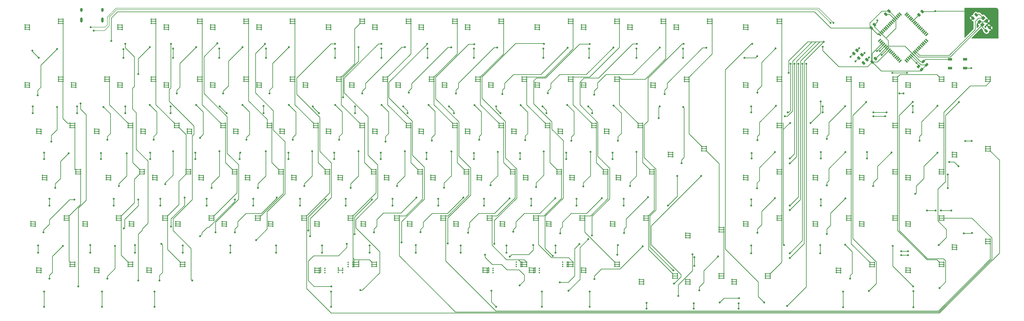
<source format=gbr>
%TF.GenerationSoftware,KiCad,Pcbnew,(6.0.4)*%
%TF.CreationDate,2022-04-19T22:35:02+02:00*%
%TF.ProjectId,pcb,7063622e-6b69-4636-9164-5f7063625858,rev?*%
%TF.SameCoordinates,Original*%
%TF.FileFunction,Copper,L1,Top*%
%TF.FilePolarity,Positive*%
%FSLAX46Y46*%
G04 Gerber Fmt 4.6, Leading zero omitted, Abs format (unit mm)*
G04 Created by KiCad (PCBNEW (6.0.4)) date 2022-04-19 22:35:02*
%MOMM*%
%LPD*%
G01*
G04 APERTURE LIST*
G04 Aperture macros list*
%AMRoundRect*
0 Rectangle with rounded corners*
0 $1 Rounding radius*
0 $2 $3 $4 $5 $6 $7 $8 $9 X,Y pos of 4 corners*
0 Add a 4 corners polygon primitive as box body*
4,1,4,$2,$3,$4,$5,$6,$7,$8,$9,$2,$3,0*
0 Add four circle primitives for the rounded corners*
1,1,$1+$1,$2,$3*
1,1,$1+$1,$4,$5*
1,1,$1+$1,$6,$7*
1,1,$1+$1,$8,$9*
0 Add four rect primitives between the rounded corners*
20,1,$1+$1,$2,$3,$4,$5,0*
20,1,$1+$1,$4,$5,$6,$7,0*
20,1,$1+$1,$6,$7,$8,$9,0*
20,1,$1+$1,$8,$9,$2,$3,0*%
%AMRotRect*
0 Rectangle, with rotation*
0 The origin of the aperture is its center*
0 $1 length*
0 $2 width*
0 $3 Rotation angle, in degrees counterclockwise*
0 Add horizontal line*
21,1,$1,$2,0,0,$3*%
G04 Aperture macros list end*
%TA.AperFunction,ComponentPad*%
%ADD10C,0.600000*%
%TD*%
%TA.AperFunction,SMDPad,CuDef*%
%ADD11R,1.800000X1.100000*%
%TD*%
%TA.AperFunction,SMDPad,CuDef*%
%ADD12RoundRect,0.250000X0.512652X0.159099X0.159099X0.512652X-0.512652X-0.159099X-0.159099X-0.512652X0*%
%TD*%
%TA.AperFunction,SMDPad,CuDef*%
%ADD13RoundRect,0.250000X-0.159099X0.512652X-0.512652X0.159099X0.159099X-0.512652X0.512652X-0.159099X0*%
%TD*%
%TA.AperFunction,SMDPad,CuDef*%
%ADD14RoundRect,0.250000X-0.132583X0.503814X-0.503814X0.132583X0.132583X-0.503814X0.503814X-0.132583X0*%
%TD*%
%TA.AperFunction,SMDPad,CuDef*%
%ADD15RoundRect,0.250000X0.159099X-0.512652X0.512652X-0.159099X-0.159099X0.512652X-0.512652X0.159099X0*%
%TD*%
%TA.AperFunction,SMDPad,CuDef*%
%ADD16RotRect,1.500000X0.550000X45.000000*%
%TD*%
%TA.AperFunction,SMDPad,CuDef*%
%ADD17RotRect,1.500000X0.550000X135.000000*%
%TD*%
%TA.AperFunction,SMDPad,CuDef*%
%ADD18RoundRect,0.250000X0.503814X0.132583X0.132583X0.503814X-0.503814X-0.132583X-0.132583X-0.503814X0*%
%TD*%
%TA.AperFunction,SMDPad,CuDef*%
%ADD19RotRect,1.400000X1.200000X225.000000*%
%TD*%
%TA.AperFunction,SMDPad,CuDef*%
%ADD20RoundRect,0.250000X0.132583X-0.503814X0.503814X-0.132583X-0.132583X0.503814X-0.503814X0.132583X0*%
%TD*%
%TA.AperFunction,ComponentPad*%
%ADD21O,1.000000X1.600000*%
%TD*%
%TA.AperFunction,ComponentPad*%
%ADD22O,1.000000X2.100000*%
%TD*%
%TA.AperFunction,ViaPad*%
%ADD23C,0.800000*%
%TD*%
%TA.AperFunction,Conductor*%
%ADD24C,0.250000*%
%TD*%
%TA.AperFunction,Conductor*%
%ADD25C,0.200000*%
%TD*%
G04 APERTURE END LIST*
D10*
%TO.P,MX20,1,COL*%
%TO.N,COL3*%
X174731250Y-211512500D03*
X172831250Y-212412500D03*
X174731250Y-212412500D03*
X172831250Y-211512500D03*
X172831250Y-213312500D03*
X174731250Y-213312500D03*
%TO.P,MX20,2,ROW*%
%TO.N,Net-(D20-Pad2)*%
X160881250Y-215812500D03*
X160881250Y-214012500D03*
X159101250Y-214792500D03*
X160881250Y-214912500D03*
X159101250Y-213892500D03*
X159101250Y-215692500D03*
%TD*%
%TO.P,MX91,1,COL*%
%TO.N,COL16*%
X449056250Y-232362500D03*
X450956250Y-232362500D03*
X449056250Y-231462500D03*
X449056250Y-230562500D03*
X450956250Y-231462500D03*
X450956250Y-230562500D03*
%TO.P,MX91,2,ROW*%
%TO.N,Net-(D91-Pad2)*%
X437106250Y-234862500D03*
X435326250Y-234742500D03*
X437106250Y-233062500D03*
X437106250Y-233962500D03*
X435326250Y-233842500D03*
X435326250Y-232942500D03*
%TD*%
D11*
%TO.P,SW1,1,1*%
%TO.N,GND*%
X472500000Y-185150000D03*
%TO.P,SW1,2,2*%
%TO.N,Net-(R6-Pad2)*%
X478700000Y-188850000D03*
%TO.P,SW1,3*%
%TO.N,N/C*%
X472500000Y-188850000D03*
%TO.P,SW1,4*%
X478700000Y-185150000D03*
%TD*%
D10*
%TO.P,MX11,1,COL*%
%TO.N,COL1*%
X134731250Y-268662500D03*
X134731250Y-269562500D03*
X136631250Y-268662500D03*
X136631250Y-269562500D03*
X134731250Y-270462500D03*
X136631250Y-270462500D03*
%TO.P,MX11,2,ROW*%
%TO.N,Net-(D11-Pad2)*%
X122781250Y-271162500D03*
X121001250Y-271942500D03*
X122781250Y-272062500D03*
X121001250Y-272842500D03*
X121001250Y-271042500D03*
X122781250Y-272962500D03*
%TD*%
%TO.P,MX89,1,COL*%
%TO.N,COL16*%
X449056250Y-193362500D03*
X449056250Y-194262500D03*
X450956250Y-193362500D03*
X450956250Y-194262500D03*
X450956250Y-192462500D03*
X449056250Y-192462500D03*
%TO.P,MX89,2,ROW*%
%TO.N,Net-(D89-Pad2)*%
X437106250Y-194962500D03*
X437106250Y-196762500D03*
X437106250Y-195862500D03*
X435326250Y-196642500D03*
X435326250Y-195742500D03*
X435326250Y-194842500D03*
%TD*%
%TO.P,MX34,1,COL*%
%TO.N,COL6*%
X220456250Y-193362500D03*
X220456250Y-194262500D03*
X220456250Y-192462500D03*
X222356250Y-193362500D03*
X222356250Y-194262500D03*
X222356250Y-192462500D03*
%TO.P,MX34,2,ROW*%
%TO.N,Net-(D34-Pad2)*%
X208506250Y-195862500D03*
X206726250Y-194842500D03*
X206726250Y-195742500D03*
X208506250Y-196762500D03*
X208506250Y-194962500D03*
X206726250Y-196642500D03*
%TD*%
%TO.P,MX46,1,COL*%
%TO.N,COL8*%
X268081250Y-211512500D03*
X269981250Y-212412500D03*
X269981250Y-213312500D03*
X268081250Y-212412500D03*
X269981250Y-211512500D03*
X268081250Y-213312500D03*
%TO.P,MX46,2,ROW*%
%TO.N,Net-(D46-Pad2)*%
X254351250Y-213892500D03*
X254351250Y-214792500D03*
X256131250Y-214912500D03*
X256131250Y-214012500D03*
X256131250Y-215812500D03*
X254351250Y-215692500D03*
%TD*%
%TO.P,MX37,1,COL*%
%TO.N,COL6*%
X227118750Y-251412500D03*
X227118750Y-250512500D03*
X227118750Y-249612500D03*
X225218750Y-249612500D03*
X225218750Y-251412500D03*
X225218750Y-250512500D03*
%TO.P,MX37,2,ROW*%
%TO.N,Net-(D37-Pad2)*%
X211488750Y-252892500D03*
X211488750Y-253792500D03*
X211488750Y-251992500D03*
X213268750Y-252112500D03*
X213268750Y-253012500D03*
X213268750Y-253912500D03*
%TD*%
%TO.P,MX104,1,COL*%
%TO.N,COL10*%
X315225000Y-269562500D03*
X313325000Y-268662500D03*
X315225000Y-270462500D03*
X313325000Y-269562500D03*
X315225000Y-268662500D03*
X313325000Y-270462500D03*
%TO.P,MX104,2,ROW*%
%TO.N,Net-(D65-Pad2)*%
X299595000Y-272842500D03*
X301375000Y-272062500D03*
X299595000Y-271942500D03*
X301375000Y-271162500D03*
X301375000Y-272962500D03*
X299595000Y-271042500D03*
%TD*%
%TO.P,MX70,1,COL*%
%TO.N,COL12*%
X348562500Y-249612500D03*
X348562500Y-250512500D03*
X346662500Y-249612500D03*
X346662500Y-250512500D03*
X346662500Y-251412500D03*
X348562500Y-251412500D03*
%TO.P,MX70,2,ROW*%
%TO.N,Net-(D70-Pad2)*%
X334712500Y-252112500D03*
X332932500Y-253792500D03*
X332932500Y-252892500D03*
X334712500Y-253012500D03*
X332932500Y-251992500D03*
X334712500Y-253912500D03*
%TD*%
D12*
%TO.P,C4,1*%
%TO.N,+5V*%
X462871751Y-187471751D03*
%TO.P,C4,2*%
%TO.N,GND*%
X461528249Y-186128249D03*
%TD*%
D13*
%TO.P,C8,1*%
%TO.N,Net-(C8-Pad1)*%
X438271751Y-185328249D03*
%TO.P,C8,2*%
%TO.N,GND*%
X436928249Y-186671751D03*
%TD*%
D10*
%TO.P,MX18,1,COL*%
%TO.N,COL3*%
X163306250Y-170450000D03*
X163306250Y-169550000D03*
X165206250Y-170450000D03*
X165206250Y-169550000D03*
X165206250Y-168650000D03*
X163306250Y-168650000D03*
%TO.P,MX18,2,ROW*%
%TO.N,Net-(D18-Pad2)*%
X151356250Y-171150000D03*
X149576250Y-171030000D03*
X151356250Y-172050000D03*
X149576250Y-171930000D03*
X151356250Y-172950000D03*
X149576250Y-172830000D03*
%TD*%
%TO.P,MX55,1,COL*%
%TO.N,COL10*%
X298556250Y-192462500D03*
X296656250Y-193362500D03*
X296656250Y-192462500D03*
X296656250Y-194262500D03*
X298556250Y-193362500D03*
X298556250Y-194262500D03*
%TO.P,MX55,2,ROW*%
%TO.N,Net-(D55-Pad2)*%
X284706250Y-196762500D03*
X282926250Y-195742500D03*
X284706250Y-195862500D03*
X282926250Y-196642500D03*
X284706250Y-194962500D03*
X282926250Y-194842500D03*
%TD*%
%TO.P,MX13,1,COL*%
%TO.N,COL2*%
X146156250Y-193362500D03*
X146156250Y-194262500D03*
X146156250Y-192462500D03*
X144256250Y-193362500D03*
X144256250Y-192462500D03*
X144256250Y-194262500D03*
%TO.P,MX13,2,ROW*%
%TO.N,Net-(D13-Pad2)*%
X132306250Y-196762500D03*
X130526250Y-194842500D03*
X132306250Y-195862500D03*
X130526250Y-196642500D03*
X132306250Y-194962500D03*
X130526250Y-195742500D03*
%TD*%
%TO.P,MX45,1,COL*%
%TO.N,COL8*%
X260456250Y-193362500D03*
X260456250Y-194262500D03*
X258556250Y-192462500D03*
X258556250Y-194262500D03*
X258556250Y-193362500D03*
X260456250Y-192462500D03*
%TO.P,MX45,2,ROW*%
%TO.N,Net-(D45-Pad2)*%
X244826250Y-195742500D03*
X246606250Y-194962500D03*
X246606250Y-196762500D03*
X246606250Y-195862500D03*
X244826250Y-194842500D03*
X244826250Y-196642500D03*
%TD*%
%TO.P,MX75,1,COL*%
%TO.N,COL12*%
X358568750Y-274325000D03*
X360468750Y-275225000D03*
X358568750Y-275225000D03*
X358568750Y-273425000D03*
X360468750Y-274325000D03*
X360468750Y-273425000D03*
%TO.P,MX75,2,ROW*%
%TO.N,Net-(D75-Pad2)*%
X344838750Y-277605000D03*
X346618750Y-277725000D03*
X344838750Y-276705000D03*
X346618750Y-276825000D03*
X344838750Y-275805000D03*
X346618750Y-275925000D03*
%TD*%
D14*
%TO.P,R3,1*%
%TO.N,Net-(R3-Pad1)*%
X434245235Y-181554765D03*
%TO.P,R3,2*%
%TO.N,D-*%
X432954765Y-182845235D03*
%TD*%
D10*
%TO.P,MX40,1,COL*%
%TO.N,COL7*%
X241406250Y-194262500D03*
X239506250Y-194262500D03*
X239506250Y-192462500D03*
X239506250Y-193362500D03*
X241406250Y-192462500D03*
X241406250Y-193362500D03*
%TO.P,MX40,2,ROW*%
%TO.N,Net-(D40-Pad2)*%
X225776250Y-194842500D03*
X227556250Y-195862500D03*
X225776250Y-196642500D03*
X225776250Y-195742500D03*
X227556250Y-196762500D03*
X227556250Y-194962500D03*
%TD*%
%TO.P,MX44,1,COL*%
%TO.N,COL8*%
X269981250Y-170450000D03*
X268081250Y-169550000D03*
X268081250Y-170450000D03*
X268081250Y-168650000D03*
X269981250Y-169550000D03*
X269981250Y-168650000D03*
%TO.P,MX44,2,ROW*%
%TO.N,Net-(D44-Pad2)*%
X256131250Y-172050000D03*
X254351250Y-171030000D03*
X256131250Y-171150000D03*
X256131250Y-172950000D03*
X254351250Y-171930000D03*
X254351250Y-172830000D03*
%TD*%
%TO.P,MX67,1,COL*%
%TO.N,COL12*%
X336656250Y-193362500D03*
X336656250Y-194262500D03*
X334756250Y-192462500D03*
X334756250Y-193362500D03*
X334756250Y-194262500D03*
X336656250Y-192462500D03*
%TO.P,MX67,2,ROW*%
%TO.N,Net-(D67-Pad2)*%
X321026250Y-196642500D03*
X321026250Y-194842500D03*
X322806250Y-195862500D03*
X322806250Y-194962500D03*
X321026250Y-195742500D03*
X322806250Y-196762500D03*
%TD*%
D15*
%TO.P,C6,1*%
%TO.N,Net-(C6-Pad1)*%
X487328249Y-173471751D03*
%TO.P,C6,2*%
%TO.N,GND*%
X488671751Y-172128249D03*
%TD*%
D10*
%TO.P,MX48,1,COL*%
%TO.N,COL8*%
X265218750Y-251412500D03*
X265218750Y-249612500D03*
X265218750Y-250512500D03*
X263318750Y-250512500D03*
X263318750Y-249612500D03*
X263318750Y-251412500D03*
%TO.P,MX48,2,ROW*%
%TO.N,Net-(D48-Pad2)*%
X249588750Y-252892500D03*
X251368750Y-253012500D03*
X249588750Y-251992500D03*
X251368750Y-253912500D03*
X251368750Y-252112500D03*
X249588750Y-253792500D03*
%TD*%
%TO.P,MX92,1,COL*%
%TO.N,COL16*%
X450956250Y-251412500D03*
X449056250Y-250512500D03*
X450956250Y-250512500D03*
X449056250Y-249612500D03*
X450956250Y-249612500D03*
X449056250Y-251412500D03*
%TO.P,MX92,2,ROW*%
%TO.N,Net-(D92-Pad2)*%
X435326250Y-252892500D03*
X437106250Y-253012500D03*
X435326250Y-251992500D03*
X435326250Y-253792500D03*
X437106250Y-253912500D03*
X437106250Y-252112500D03*
%TD*%
%TO.P,MX68,1,COL*%
%TO.N,COL12*%
X346181250Y-212412500D03*
X344281250Y-211512500D03*
X346181250Y-211512500D03*
X346181250Y-213312500D03*
X344281250Y-212412500D03*
X344281250Y-213312500D03*
%TO.P,MX68,2,ROW*%
%TO.N,Net-(D68-Pad2)*%
X330551250Y-215692500D03*
X330551250Y-214792500D03*
X332331250Y-214912500D03*
X330551250Y-213892500D03*
X332331250Y-215812500D03*
X332331250Y-214012500D03*
%TD*%
%TO.P,MX81,1,COL*%
%TO.N,COL14*%
X401431250Y-213312500D03*
X403331250Y-213312500D03*
X401431250Y-212412500D03*
X401431250Y-211512500D03*
X403331250Y-211512500D03*
X403331250Y-212412500D03*
%TO.P,MX81,2,ROW*%
%TO.N,Net-(D81-Pad2)*%
X389481250Y-214012500D03*
X387701250Y-215692500D03*
X389481250Y-214912500D03*
X387701250Y-214792500D03*
X387701250Y-213892500D03*
X389481250Y-215812500D03*
%TD*%
%TO.P,MX98,1,COL*%
%TO.N,COL17*%
X487156250Y-192462500D03*
X489056250Y-192462500D03*
X489056250Y-193362500D03*
X489056250Y-194262500D03*
X487156250Y-194262500D03*
X487156250Y-193362500D03*
%TO.P,MX98,2,ROW*%
%TO.N,Net-(D98-Pad2)*%
X473426250Y-194842500D03*
X475206250Y-195862500D03*
X475206250Y-194962500D03*
X473426250Y-196642500D03*
X473426250Y-195742500D03*
X475206250Y-196762500D03*
%TD*%
%TO.P,MX21,1,COL*%
%TO.N,COL3*%
X177593750Y-231462500D03*
X177593750Y-232362500D03*
X177593750Y-230562500D03*
X179493750Y-232362500D03*
X179493750Y-231462500D03*
X179493750Y-230562500D03*
%TO.P,MX21,2,ROW*%
%TO.N,Net-(D21-Pad2)*%
X165643750Y-233062500D03*
X165643750Y-233962500D03*
X163863750Y-233842500D03*
X165643750Y-234862500D03*
X163863750Y-232942500D03*
X163863750Y-234742500D03*
%TD*%
D16*
%TO.P,U1,1,PE6*%
%TO.N,unconnected-(U1-Pad1)*%
X443543887Y-177414582D03*
%TO.P,U1,2,PE7*%
%TO.N,unconnected-(U1-Pad2)*%
X444109573Y-177980267D03*
%TO.P,U1,3,UVCC*%
%TO.N,+5V*%
X444675258Y-178545952D03*
%TO.P,U1,4,D-*%
%TO.N,Net-(R3-Pad1)*%
X445240943Y-179111638D03*
%TO.P,U1,5,D+*%
%TO.N,Net-(R4-Pad1)*%
X445806629Y-179677323D03*
%TO.P,U1,6,UGND*%
%TO.N,GND*%
X446372314Y-180243009D03*
%TO.P,U1,7,UCAP*%
%TO.N,Net-(C8-Pad1)*%
X446938000Y-180808694D03*
%TO.P,U1,8,VBUS*%
%TO.N,+5V*%
X447503685Y-181374380D03*
%TO.P,U1,9,PE3*%
%TO.N,unconnected-(U1-Pad9)*%
X448069370Y-181940065D03*
%TO.P,U1,10,PB0*%
%TO.N,unconnected-(U1-Pad10)*%
X448635056Y-182505750D03*
%TO.P,U1,11,PB1*%
%TO.N,unconnected-(U1-Pad11)*%
X449200741Y-183071436D03*
%TO.P,U1,12,PB2*%
%TO.N,unconnected-(U1-Pad12)*%
X449766427Y-183637121D03*
%TO.P,U1,13,PB3*%
%TO.N,unconnected-(U1-Pad13)*%
X450332112Y-184202807D03*
%TO.P,U1,14,PB4*%
%TO.N,unconnected-(U1-Pad14)*%
X450897798Y-184768492D03*
%TO.P,U1,15,PB5*%
%TO.N,unconnected-(U1-Pad15)*%
X451463483Y-185334177D03*
%TO.P,U1,16,PB6*%
%TO.N,unconnected-(U1-Pad16)*%
X452029168Y-185899863D03*
D17*
%TO.P,U1,17,PB7*%
%TO.N,unconnected-(U1-Pad17)*%
X454433332Y-185899863D03*
%TO.P,U1,18,PE4*%
%TO.N,unconnected-(U1-Pad18)*%
X454999017Y-185334177D03*
%TO.P,U1,19,PE5*%
%TO.N,unconnected-(U1-Pad19)*%
X455564702Y-184768492D03*
%TO.P,U1,20,~{RESET}*%
%TO.N,Net-(R6-Pad2)*%
X456130388Y-184202807D03*
%TO.P,U1,21,VCC*%
%TO.N,+5V*%
X456696073Y-183637121D03*
%TO.P,U1,22,GND*%
%TO.N,GND*%
X457261759Y-183071436D03*
%TO.P,U1,23,XTAL2*%
%TO.N,Net-(C6-Pad1)*%
X457827444Y-182505750D03*
%TO.P,U1,24,XTAL1*%
%TO.N,Net-(C5-Pad1)*%
X458393130Y-181940065D03*
%TO.P,U1,25,PD0*%
%TO.N,unconnected-(U1-Pad25)*%
X458958815Y-181374380D03*
%TO.P,U1,26,PD1*%
%TO.N,unconnected-(U1-Pad26)*%
X459524500Y-180808694D03*
%TO.P,U1,27,PD2*%
%TO.N,unconnected-(U1-Pad27)*%
X460090186Y-180243009D03*
%TO.P,U1,28,PD3*%
%TO.N,unconnected-(U1-Pad28)*%
X460655871Y-179677323D03*
%TO.P,U1,29,PD4*%
%TO.N,unconnected-(U1-Pad29)*%
X461221557Y-179111638D03*
%TO.P,U1,30,PD5*%
%TO.N,unconnected-(U1-Pad30)*%
X461787242Y-178545952D03*
%TO.P,U1,31,PD6*%
%TO.N,unconnected-(U1-Pad31)*%
X462352927Y-177980267D03*
%TO.P,U1,32,PD7*%
%TO.N,unconnected-(U1-Pad32)*%
X462918613Y-177414582D03*
D16*
%TO.P,U1,33,PE0*%
%TO.N,unconnected-(U1-Pad33)*%
X462918613Y-175010418D03*
%TO.P,U1,34,PE1*%
%TO.N,unconnected-(U1-Pad34)*%
X462352927Y-174444733D03*
%TO.P,U1,35,PC0*%
%TO.N,unconnected-(U1-Pad35)*%
X461787242Y-173879048D03*
%TO.P,U1,36,PC1*%
%TO.N,unconnected-(U1-Pad36)*%
X461221557Y-173313362D03*
%TO.P,U1,37,PC2*%
%TO.N,unconnected-(U1-Pad37)*%
X460655871Y-172747677D03*
%TO.P,U1,38,PC3*%
%TO.N,unconnected-(U1-Pad38)*%
X460090186Y-172181991D03*
%TO.P,U1,39,PC4*%
%TO.N,unconnected-(U1-Pad39)*%
X459524500Y-171616306D03*
%TO.P,U1,40,PC5*%
%TO.N,unconnected-(U1-Pad40)*%
X458958815Y-171050620D03*
%TO.P,U1,41,PC6*%
%TO.N,unconnected-(U1-Pad41)*%
X458393130Y-170484935D03*
%TO.P,U1,42,PC7*%
%TO.N,unconnected-(U1-Pad42)*%
X457827444Y-169919250D03*
%TO.P,U1,43,PE2/~{HWB}*%
%TO.N,Net-(R5-Pad1)*%
X457261759Y-169353564D03*
%TO.P,U1,44,PA7*%
%TO.N,unconnected-(U1-Pad44)*%
X456696073Y-168787879D03*
%TO.P,U1,45,PA6*%
%TO.N,unconnected-(U1-Pad45)*%
X456130388Y-168222193D03*
%TO.P,U1,46,PA5*%
%TO.N,unconnected-(U1-Pad46)*%
X455564702Y-167656508D03*
%TO.P,U1,47,PA4*%
%TO.N,unconnected-(U1-Pad47)*%
X454999017Y-167090823D03*
%TO.P,U1,48,PA3*%
%TO.N,unconnected-(U1-Pad48)*%
X454433332Y-166525137D03*
D17*
%TO.P,U1,49,PA2*%
%TO.N,unconnected-(U1-Pad49)*%
X452029168Y-166525137D03*
%TO.P,U1,50,PA1*%
%TO.N,unconnected-(U1-Pad50)*%
X451463483Y-167090823D03*
%TO.P,U1,51,PA0*%
%TO.N,unconnected-(U1-Pad51)*%
X450897798Y-167656508D03*
%TO.P,U1,52,VCC*%
%TO.N,+5V*%
X450332112Y-168222193D03*
%TO.P,U1,53,GND*%
%TO.N,GND*%
X449766427Y-168787879D03*
%TO.P,U1,54,PF7*%
%TO.N,unconnected-(U1-Pad54)*%
X449200741Y-169353564D03*
%TO.P,U1,55,PF6*%
%TO.N,unconnected-(U1-Pad55)*%
X448635056Y-169919250D03*
%TO.P,U1,56,PF5*%
%TO.N,unconnected-(U1-Pad56)*%
X448069370Y-170484935D03*
%TO.P,U1,57,PF4*%
%TO.N,unconnected-(U1-Pad57)*%
X447503685Y-171050620D03*
%TO.P,U1,58,PF3*%
%TO.N,unconnected-(U1-Pad58)*%
X446938000Y-171616306D03*
%TO.P,U1,59,PF2*%
%TO.N,unconnected-(U1-Pad59)*%
X446372314Y-172181991D03*
%TO.P,U1,60,PF1*%
%TO.N,unconnected-(U1-Pad60)*%
X445806629Y-172747677D03*
%TO.P,U1,61,PF0*%
%TO.N,unconnected-(U1-Pad61)*%
X445240943Y-173313362D03*
%TO.P,U1,62,AREF*%
%TO.N,unconnected-(U1-Pad62)*%
X444675258Y-173879048D03*
%TO.P,U1,63,GND*%
%TO.N,GND*%
X444109573Y-174444733D03*
%TO.P,U1,64,AVCC*%
%TO.N,+5V*%
X443543887Y-175010418D03*
%TD*%
D10*
%TO.P,MX62,1,COL*%
%TO.N,COL11*%
X325231250Y-211512500D03*
X327131250Y-213312500D03*
X327131250Y-212412500D03*
X327131250Y-211512500D03*
X325231250Y-213312500D03*
X325231250Y-212412500D03*
%TO.P,MX62,2,ROW*%
%TO.N,Net-(D62-Pad2)*%
X311501250Y-214792500D03*
X313281250Y-214912500D03*
X311501250Y-213892500D03*
X313281250Y-215812500D03*
X311501250Y-215692500D03*
X313281250Y-214012500D03*
%TD*%
%TO.P,MX31,1,COL*%
%TO.N,COL5*%
X215693750Y-230562500D03*
X217593750Y-232362500D03*
X215693750Y-232362500D03*
X215693750Y-231462500D03*
X217593750Y-231462500D03*
X217593750Y-230562500D03*
%TO.P,MX31,2,ROW*%
%TO.N,Net-(D31-Pad2)*%
X201963750Y-232942500D03*
X203743750Y-233062500D03*
X203743750Y-233962500D03*
X201963750Y-233842500D03*
X201963750Y-234742500D03*
X203743750Y-234862500D03*
%TD*%
%TO.P,MX69,1,COL*%
%TO.N,COL12*%
X350943750Y-232362500D03*
X350943750Y-230562500D03*
X349043750Y-232362500D03*
X349043750Y-230562500D03*
X350943750Y-231462500D03*
X349043750Y-231462500D03*
%TO.P,MX69,2,ROW*%
%TO.N,Net-(D69-Pad2)*%
X337093750Y-234862500D03*
X337093750Y-233962500D03*
X337093750Y-233062500D03*
X335313750Y-232942500D03*
X335313750Y-233842500D03*
X335313750Y-234742500D03*
%TD*%
%TO.P,MX100,1,COL*%
%TO.N,COL8*%
X487156250Y-261003639D03*
X489056250Y-259203639D03*
X487156250Y-259203639D03*
X489056250Y-260103639D03*
X487156250Y-260103639D03*
X489056250Y-261003639D03*
%TO.P,MX100,2,ROW*%
%TO.N,Net-(D100-Pad2)*%
X475206250Y-263503639D03*
X473426250Y-261583639D03*
X473426250Y-262483639D03*
X475206250Y-261703639D03*
X475206250Y-262603639D03*
X473426250Y-263383639D03*
%TD*%
%TO.P,MX33,1,COL*%
%TO.N,COL6*%
X229981250Y-169550000D03*
X231881250Y-169550000D03*
X229981250Y-170450000D03*
X231881250Y-168650000D03*
X229981250Y-168650000D03*
X231881250Y-170450000D03*
%TO.P,MX33,2,ROW*%
%TO.N,Net-(D33-Pad2)*%
X218031250Y-172050000D03*
X218031250Y-171150000D03*
X218031250Y-172950000D03*
X216251250Y-171030000D03*
X216251250Y-172830000D03*
X216251250Y-171930000D03*
%TD*%
%TO.P,MX23,1,COL*%
%TO.N,COL4*%
X184256250Y-170450000D03*
X182356250Y-169550000D03*
X182356250Y-170450000D03*
X184256250Y-168650000D03*
X184256250Y-169550000D03*
X182356250Y-168650000D03*
%TO.P,MX23,2,ROW*%
%TO.N,Net-(D23-Pad2)*%
X168626250Y-171030000D03*
X170406250Y-171150000D03*
X168626250Y-172830000D03*
X168626250Y-171930000D03*
X170406250Y-172050000D03*
X170406250Y-172950000D03*
%TD*%
%TO.P,MX73,1,COL*%
%TO.N,COL13*%
X363331250Y-192528639D03*
X365231250Y-193428639D03*
X365231250Y-192528639D03*
X365231250Y-194328639D03*
X363331250Y-193428639D03*
X363331250Y-194328639D03*
%TO.P,MX73,2,ROW*%
%TO.N,Net-(D73-Pad2)*%
X351381250Y-195028639D03*
X351381250Y-195928639D03*
X349601250Y-195808639D03*
X349601250Y-194908639D03*
X351381250Y-196828639D03*
X349601250Y-196708639D03*
%TD*%
%TO.P,MX57,1,COL*%
%TO.N,COL10*%
X312843750Y-230562500D03*
X312843750Y-232362500D03*
X310943750Y-232362500D03*
X312843750Y-231462500D03*
X310943750Y-231462500D03*
X310943750Y-230562500D03*
%TO.P,MX57,2,ROW*%
%TO.N,Net-(D57-Pad2)*%
X298993750Y-233962500D03*
X297213750Y-234742500D03*
X298993750Y-233062500D03*
X298993750Y-234862500D03*
X297213750Y-233842500D03*
X297213750Y-232942500D03*
%TD*%
%TO.P,MX41,1,COL*%
%TO.N,COL7*%
X250931250Y-212412500D03*
X250931250Y-211512500D03*
X249031250Y-213312500D03*
X249031250Y-212412500D03*
X249031250Y-211512500D03*
X250931250Y-213312500D03*
%TO.P,MX41,2,ROW*%
%TO.N,Net-(D41-Pad2)*%
X235301250Y-213892500D03*
X237081250Y-214912500D03*
X235301250Y-215692500D03*
X237081250Y-215812500D03*
X235301250Y-214792500D03*
X237081250Y-214012500D03*
%TD*%
%TO.P,MX43,1,COL*%
%TO.N,COL7*%
X246168750Y-250512500D03*
X246168750Y-249612500D03*
X244268750Y-249612500D03*
X246168750Y-251412500D03*
X244268750Y-250512500D03*
X244268750Y-251412500D03*
%TO.P,MX43,2,ROW*%
%TO.N,Net-(D43-Pad2)*%
X232318750Y-253912500D03*
X232318750Y-252112500D03*
X230538750Y-251992500D03*
X230538750Y-253792500D03*
X232318750Y-253012500D03*
X230538750Y-252892500D03*
%TD*%
%TO.P,MX74,1,COL*%
%TO.N,COL13*%
X372375000Y-222837500D03*
X372375000Y-221037500D03*
X370475000Y-221037500D03*
X372375000Y-221937500D03*
X370475000Y-221937500D03*
X370475000Y-222837500D03*
%TO.P,MX74,2,ROW*%
%TO.N,Net-(D74-Pad2)*%
X356745000Y-223417500D03*
X358525000Y-225337500D03*
X356745000Y-225217500D03*
X358525000Y-224437500D03*
X358525000Y-223537500D03*
X356745000Y-224317500D03*
%TD*%
%TO.P,MX76,1,COL*%
%TO.N,COL13*%
X377618750Y-255275000D03*
X379518750Y-256175000D03*
X379518750Y-255275000D03*
X379518750Y-254375000D03*
X377618750Y-256175000D03*
X377618750Y-254375000D03*
%TO.P,MX76,2,ROW*%
%TO.N,Net-(D76-Pad2)*%
X363888750Y-258555000D03*
X363888750Y-257655000D03*
X365668750Y-257775000D03*
X365668750Y-258675000D03*
X363888750Y-256755000D03*
X365668750Y-256875000D03*
%TD*%
%TO.P,MX96,1,COL*%
%TO.N,COL17*%
X470006250Y-231462500D03*
X468106250Y-230562500D03*
X468106250Y-231462500D03*
X468106250Y-232362500D03*
X470006250Y-232362500D03*
X470006250Y-230562500D03*
%TO.P,MX96,2,ROW*%
%TO.N,Net-(D96-Pad2)*%
X456156250Y-233062500D03*
X456156250Y-233962500D03*
X456156250Y-234862500D03*
X454376250Y-232942500D03*
X454376250Y-233842500D03*
X454376250Y-234742500D03*
%TD*%
%TO.P,MX9,1,COL*%
%TO.N,COL1*%
X141393750Y-231462500D03*
X139493750Y-232362500D03*
X141393750Y-232362500D03*
X139493750Y-231462500D03*
X139493750Y-230562500D03*
X141393750Y-230562500D03*
%TO.P,MX9,2,ROW*%
%TO.N,Net-(D9-Pad2)*%
X127543750Y-233062500D03*
X125763750Y-234742500D03*
X127543750Y-233962500D03*
X125763750Y-233842500D03*
X127543750Y-234862500D03*
X125763750Y-232942500D03*
%TD*%
%TO.P,MX27,1,COL*%
%TO.N,COL4*%
X187118750Y-250512500D03*
X187118750Y-251412500D03*
X189018750Y-249612500D03*
X189018750Y-251412500D03*
X187118750Y-249612500D03*
X189018750Y-250512500D03*
%TO.P,MX27,2,ROW*%
%TO.N,Net-(D27-Pad2)*%
X175168750Y-253012500D03*
X175168750Y-252112500D03*
X175168750Y-253912500D03*
X173388750Y-252892500D03*
X173388750Y-251992500D03*
X173388750Y-253792500D03*
%TD*%
%TO.P,MX22,1,COL*%
%TO.N,COL3*%
X168068750Y-249612500D03*
X169968750Y-250512500D03*
X169968750Y-251412500D03*
X168068750Y-250512500D03*
X168068750Y-251412500D03*
X169968750Y-249612500D03*
%TO.P,MX22,2,ROW*%
%TO.N,Net-(D22-Pad2)*%
X154338750Y-251992500D03*
X154338750Y-253792500D03*
X154338750Y-252892500D03*
X156118750Y-253912500D03*
X156118750Y-252112500D03*
X156118750Y-253012500D03*
%TD*%
%TO.P,MX60,1,COL*%
%TO.N,COL11*%
X334756250Y-168650000D03*
X334756250Y-169550000D03*
X336656250Y-169550000D03*
X336656250Y-168650000D03*
X334756250Y-170450000D03*
X336656250Y-170450000D03*
%TO.P,MX60,2,ROW*%
%TO.N,Net-(D60-Pad2)*%
X321026250Y-172830000D03*
X321026250Y-171030000D03*
X322806250Y-171150000D03*
X322806250Y-172050000D03*
X322806250Y-172950000D03*
X321026250Y-171930000D03*
%TD*%
D15*
%TO.P,C7,1*%
%TO.N,+5V*%
X440528249Y-186271751D03*
%TO.P,C7,2*%
%TO.N,GND*%
X441871751Y-184928249D03*
%TD*%
D10*
%TO.P,MX78,1,COL*%
%TO.N,COL14*%
X396668750Y-274325000D03*
X398568750Y-273425000D03*
X398568750Y-275225000D03*
X398568750Y-274325000D03*
X396668750Y-273425000D03*
X396668750Y-275225000D03*
%TO.P,MX78,2,ROW*%
%TO.N,Net-(D78-Pad2)*%
X384718750Y-276825000D03*
X382938750Y-275805000D03*
X382938750Y-277605000D03*
X384718750Y-275925000D03*
X382938750Y-276705000D03*
X384718750Y-277725000D03*
%TD*%
%TO.P,MX66,1,COL*%
%TO.N,COL12*%
X355706250Y-169550000D03*
X353806250Y-168650000D03*
X355706250Y-170450000D03*
X353806250Y-170450000D03*
X353806250Y-169550000D03*
X355706250Y-168650000D03*
%TO.P,MX66,2,ROW*%
%TO.N,Net-(D66-Pad2)*%
X341856250Y-171150000D03*
X341856250Y-172050000D03*
X341856250Y-172950000D03*
X340076250Y-171030000D03*
X340076250Y-172830000D03*
X340076250Y-171930000D03*
%TD*%
%TO.P,MX97,1,COL*%
%TO.N,COL7*%
X468106250Y-249612500D03*
X468106250Y-250512500D03*
X470006250Y-249612500D03*
X470006250Y-250512500D03*
X468106250Y-251412500D03*
X470006250Y-251412500D03*
%TO.P,MX97,2,ROW*%
%TO.N,Net-(D97-Pad2)*%
X456156250Y-252112500D03*
X454376250Y-253792500D03*
X456156250Y-253912500D03*
X456156250Y-253012500D03*
X454376250Y-251992500D03*
X454376250Y-252892500D03*
%TD*%
%TO.P,MX71,1,COL*%
%TO.N,COL11*%
X336656250Y-269562500D03*
X334756250Y-270462500D03*
X336656250Y-268662500D03*
X336656250Y-270462500D03*
X334756250Y-269562500D03*
X334756250Y-268662500D03*
%TO.P,MX71,2,ROW*%
%TO.N,Net-(D71-Pad2)*%
X321026250Y-272842500D03*
X321026250Y-271942500D03*
X322806250Y-271162500D03*
X321026250Y-271042500D03*
X322806250Y-272062500D03*
X322806250Y-272962500D03*
%TD*%
%TO.P,MX17,1,COL*%
%TO.N,COL2*%
X158062500Y-269562500D03*
X158062500Y-270462500D03*
X158062500Y-268662500D03*
X156162500Y-270462500D03*
X156162500Y-268662500D03*
X156162500Y-269562500D03*
%TO.P,MX17,2,ROW*%
%TO.N,Net-(D17-Pad2)*%
X142432500Y-271942500D03*
X144212500Y-271162500D03*
X144212500Y-272962500D03*
X142432500Y-272842500D03*
X144212500Y-272062500D03*
X142432500Y-271042500D03*
%TD*%
%TO.P,MX28,1,COL*%
%TO.N,COL5*%
X201406250Y-169550000D03*
X203306250Y-169550000D03*
X201406250Y-170450000D03*
X201406250Y-168650000D03*
X203306250Y-168650000D03*
X203306250Y-170450000D03*
%TO.P,MX28,2,ROW*%
%TO.N,Net-(D28-Pad2)*%
X187676250Y-171930000D03*
X187676250Y-171030000D03*
X189456250Y-171150000D03*
X189456250Y-172950000D03*
X189456250Y-172050000D03*
X187676250Y-172830000D03*
%TD*%
%TO.P,MX102,1,COL*%
%TO.N,COL6*%
X236787500Y-270462500D03*
X234887500Y-270462500D03*
X234887500Y-269562500D03*
X236787500Y-269562500D03*
X234887500Y-268662500D03*
X236787500Y-268662500D03*
%TO.P,MX102,2,ROW*%
%TO.N,Net-(D38-Pad2)*%
X222937500Y-271162500D03*
X221157500Y-271942500D03*
X221157500Y-272842500D03*
X221157500Y-271042500D03*
X222937500Y-272062500D03*
X222937500Y-272962500D03*
%TD*%
%TO.P,MX77,1,COL*%
%TO.N,COL13*%
X377618750Y-273425000D03*
X377618750Y-274325000D03*
X379518750Y-275225000D03*
X379518750Y-273425000D03*
X379518750Y-274325000D03*
X377618750Y-275225000D03*
%TO.P,MX77,2,ROW*%
%TO.N,Net-(D77-Pad2)*%
X365668750Y-276825000D03*
X363888750Y-275805000D03*
X363888750Y-277605000D03*
X363888750Y-276705000D03*
X365668750Y-277725000D03*
X365668750Y-275925000D03*
%TD*%
%TO.P,MX95,1,COL*%
%TO.N,COL17*%
X470006250Y-211512500D03*
X468106250Y-212412500D03*
X468106250Y-213312500D03*
X470006250Y-212412500D03*
X470006250Y-213312500D03*
X468106250Y-211512500D03*
%TO.P,MX95,2,ROW*%
%TO.N,Net-(D95-Pad2)*%
X454376250Y-214792500D03*
X454376250Y-215692500D03*
X454376250Y-213892500D03*
X456156250Y-215812500D03*
X456156250Y-214012500D03*
X456156250Y-214912500D03*
%TD*%
%TO.P,MX1,1,COL*%
%TO.N,COL0*%
X106156250Y-168650000D03*
X108056250Y-168650000D03*
X106156250Y-170450000D03*
X108056250Y-170450000D03*
X106156250Y-169550000D03*
X108056250Y-169550000D03*
%TO.P,MX1,2,ROW*%
%TO.N,Net-(D1-Pad2)*%
X92426250Y-171930000D03*
X92426250Y-171030000D03*
X94206250Y-172950000D03*
X94206250Y-171150000D03*
X92426250Y-172830000D03*
X94206250Y-172050000D03*
%TD*%
%TO.P,MX19,1,COL*%
%TO.N,COL3*%
X165206250Y-193362500D03*
X163306250Y-193362500D03*
X163306250Y-192462500D03*
X163306250Y-194262500D03*
X165206250Y-192462500D03*
X165206250Y-194262500D03*
%TO.P,MX19,2,ROW*%
%TO.N,Net-(D19-Pad2)*%
X151356250Y-194962500D03*
X149576250Y-194842500D03*
X151356250Y-195862500D03*
X151356250Y-196762500D03*
X149576250Y-196642500D03*
X149576250Y-195742500D03*
%TD*%
%TO.P,MX90,1,COL*%
%TO.N,COL16*%
X450956250Y-212412500D03*
X450956250Y-213312500D03*
X450956250Y-211512500D03*
X449056250Y-211512500D03*
X449056250Y-212412500D03*
X449056250Y-213312500D03*
%TO.P,MX90,2,ROW*%
%TO.N,Net-(D90-Pad2)*%
X435326250Y-214792500D03*
X437106250Y-214912500D03*
X435326250Y-213892500D03*
X437106250Y-215812500D03*
X435326250Y-215692500D03*
X437106250Y-214012500D03*
%TD*%
%TO.P,MX93,1,COL*%
%TO.N,COL16*%
X468106250Y-268662500D03*
X468106250Y-269562500D03*
X470006250Y-270462500D03*
X470006250Y-269562500D03*
X468106250Y-270462500D03*
X470006250Y-268662500D03*
%TO.P,MX93,2,ROW*%
%TO.N,Net-(D93-Pad2)*%
X456156250Y-272062500D03*
X454376250Y-271042500D03*
X456156250Y-272962500D03*
X454376250Y-272842500D03*
X454376250Y-271942500D03*
X456156250Y-271162500D03*
%TD*%
%TO.P,MX38,1,COL*%
%TO.N,COL6*%
X225220315Y-270528639D03*
X225220315Y-268728639D03*
X227120315Y-269628639D03*
X225220315Y-269628639D03*
X227120315Y-268728639D03*
X227120315Y-270528639D03*
%TO.P,MX38,2,ROW*%
%TO.N,Net-(D38-Pad2)*%
X213270315Y-271228639D03*
X211490315Y-271108639D03*
X213270315Y-273028639D03*
X211490315Y-272008639D03*
X211490315Y-272908639D03*
X213270315Y-272128639D03*
%TD*%
D14*
%TO.P,R4,1*%
%TO.N,Net-(R4-Pad1)*%
X436245235Y-183354765D03*
%TO.P,R4,2*%
%TO.N,D+*%
X434954765Y-184645235D03*
%TD*%
D18*
%TO.P,R6,1*%
%TO.N,+5V*%
X460845235Y-189445235D03*
%TO.P,R6,2*%
%TO.N,Net-(R6-Pad2)*%
X459554765Y-188154765D03*
%TD*%
D10*
%TO.P,MX52,1,COL*%
%TO.N,COL9*%
X293793750Y-231462500D03*
X291893750Y-230562500D03*
X291893750Y-232362500D03*
X291893750Y-231462500D03*
X293793750Y-230562500D03*
X293793750Y-232362500D03*
%TO.P,MX52,2,ROW*%
%TO.N,Net-(D52-Pad2)*%
X278163750Y-232942500D03*
X279943750Y-233962500D03*
X279943750Y-233062500D03*
X278163750Y-234742500D03*
X278163750Y-233842500D03*
X279943750Y-234862500D03*
%TD*%
%TO.P,MX39,1,COL*%
%TO.N,COL7*%
X250931250Y-169550000D03*
X249031250Y-169550000D03*
X249031250Y-170450000D03*
X250931250Y-170450000D03*
X249031250Y-168650000D03*
X250931250Y-168650000D03*
%TO.P,MX39,2,ROW*%
%TO.N,Net-(D39-Pad2)*%
X235301250Y-172830000D03*
X237081250Y-171150000D03*
X237081250Y-172050000D03*
X235301250Y-171030000D03*
X237081250Y-172950000D03*
X235301250Y-171930000D03*
%TD*%
%TO.P,MX94,1,COL*%
%TO.N,COL16*%
X470006250Y-192462500D03*
X468106250Y-194262500D03*
X470006250Y-194262500D03*
X470006250Y-193362500D03*
X468106250Y-192462500D03*
X468106250Y-193362500D03*
%TO.P,MX94,2,ROW*%
%TO.N,Net-(D94-Pad2)*%
X456156250Y-196762500D03*
X454376250Y-196642500D03*
X454376250Y-194842500D03*
X456156250Y-195862500D03*
X454376250Y-195742500D03*
X456156250Y-194962500D03*
%TD*%
%TO.P,MX61,1,COL*%
%TO.N,COL11*%
X315706250Y-192462500D03*
X317606250Y-192462500D03*
X315706250Y-193362500D03*
X317606250Y-193362500D03*
X315706250Y-194262500D03*
X317606250Y-194262500D03*
%TO.P,MX61,2,ROW*%
%TO.N,Net-(D61-Pad2)*%
X301976250Y-195742500D03*
X303756250Y-194962500D03*
X301976250Y-196642500D03*
X303756250Y-195862500D03*
X301976250Y-194842500D03*
X303756250Y-196762500D03*
%TD*%
%TO.P,MX3,1,COL*%
%TO.N,COL0*%
X112818750Y-212412500D03*
X110918750Y-212412500D03*
X110918750Y-211512500D03*
X112818750Y-213312500D03*
X112818750Y-211512500D03*
X110918750Y-213312500D03*
%TO.P,MX3,2,ROW*%
%TO.N,Net-(D3-Pad2)*%
X97188750Y-214792500D03*
X97188750Y-215692500D03*
X98968750Y-214912500D03*
X98968750Y-214012500D03*
X98968750Y-215812500D03*
X97188750Y-213892500D03*
%TD*%
D13*
%TO.P,C3,1*%
%TO.N,+5V*%
X447471751Y-165328249D03*
%TO.P,C3,2*%
%TO.N,GND*%
X446128249Y-166671751D03*
%TD*%
D10*
%TO.P,MX14,1,COL*%
%TO.N,COL2*%
X153781250Y-212412500D03*
X155681250Y-213312500D03*
X153781250Y-213312500D03*
X155681250Y-211512500D03*
X153781250Y-211512500D03*
X155681250Y-212412500D03*
%TO.P,MX14,2,ROW*%
%TO.N,Net-(D14-Pad2)*%
X140051250Y-213892500D03*
X140051250Y-215692500D03*
X141831250Y-215812500D03*
X140051250Y-214792500D03*
X141831250Y-214012500D03*
X141831250Y-214912500D03*
%TD*%
%TO.P,MX83,1,COL*%
%TO.N,COL14*%
X401431250Y-249612500D03*
X401431250Y-251412500D03*
X403331250Y-250512500D03*
X403331250Y-249612500D03*
X403331250Y-251412500D03*
X401431250Y-250512500D03*
%TO.P,MX83,2,ROW*%
%TO.N,Net-(D83-Pad2)*%
X387701250Y-252892500D03*
X387701250Y-253792500D03*
X389481250Y-253912500D03*
X389481250Y-253012500D03*
X389481250Y-252112500D03*
X387701250Y-251992500D03*
%TD*%
D19*
%TO.P,Y1,1,1*%
%TO.N,Net-(C5-Pad1)*%
X486176777Y-168221142D03*
%TO.P,Y1,2,2*%
%TO.N,GND*%
X484621142Y-169776777D03*
%TO.P,Y1,3,3*%
%TO.N,Net-(C6-Pad1)*%
X485823223Y-170978858D03*
%TO.P,Y1,4,4*%
%TO.N,GND*%
X487378858Y-169423223D03*
%TD*%
D10*
%TO.P,MX58,1,COL*%
%TO.N,COL10*%
X303318750Y-250512500D03*
X301418750Y-249612500D03*
X303318750Y-249612500D03*
X303318750Y-251412500D03*
X301418750Y-250512500D03*
X301418750Y-251412500D03*
%TO.P,MX58,2,ROW*%
%TO.N,Net-(D58-Pad2)*%
X287688750Y-252892500D03*
X289468750Y-253012500D03*
X287688750Y-253792500D03*
X289468750Y-252112500D03*
X287688750Y-251992500D03*
X289468750Y-253912500D03*
%TD*%
D20*
%TO.P,R5,1*%
%TO.N,Net-(R5-Pad1)*%
X459754765Y-166845235D03*
%TO.P,R5,2*%
%TO.N,GND*%
X461045235Y-165554765D03*
%TD*%
D10*
%TO.P,MX50,1,COL*%
%TO.N,COL9*%
X279506250Y-193362500D03*
X279506250Y-194262500D03*
X279506250Y-192462500D03*
X277606250Y-192462500D03*
X277606250Y-193362500D03*
X277606250Y-194262500D03*
%TO.P,MX50,2,ROW*%
%TO.N,Net-(D50-Pad2)*%
X263876250Y-196642500D03*
X263876250Y-195742500D03*
X263876250Y-194842500D03*
X265656250Y-195862500D03*
X265656250Y-196762500D03*
X265656250Y-194962500D03*
%TD*%
%TO.P,MX72,1,COL*%
%TO.N,COL13*%
X372856250Y-168650000D03*
X374756250Y-169550000D03*
X374756250Y-168650000D03*
X372856250Y-169550000D03*
X374756250Y-170450000D03*
X372856250Y-170450000D03*
%TO.P,MX72,2,ROW*%
%TO.N,Net-(D72-Pad2)*%
X360906250Y-172950000D03*
X359126250Y-171030000D03*
X359126250Y-172830000D03*
X359126250Y-171930000D03*
X360906250Y-172050000D03*
X360906250Y-171150000D03*
%TD*%
%TO.P,MX54,1,COL*%
%TO.N,COL10*%
X315706250Y-168650000D03*
X317606250Y-170450000D03*
X315706250Y-170450000D03*
X317606250Y-168650000D03*
X315706250Y-169550000D03*
X317606250Y-169550000D03*
%TO.P,MX54,2,ROW*%
%TO.N,Net-(D54-Pad2)*%
X303756250Y-171150000D03*
X301976250Y-171030000D03*
X301976250Y-171930000D03*
X303756250Y-172950000D03*
X301976250Y-172830000D03*
X303756250Y-172050000D03*
%TD*%
%TO.P,MX49,1,COL*%
%TO.N,COL9*%
X289031250Y-170450000D03*
X287131250Y-169550000D03*
X287131250Y-168650000D03*
X289031250Y-169550000D03*
X287131250Y-170450000D03*
X289031250Y-168650000D03*
%TO.P,MX49,2,ROW*%
%TO.N,Net-(D49-Pad2)*%
X275181250Y-171150000D03*
X273401250Y-172830000D03*
X273401250Y-171030000D03*
X275181250Y-172950000D03*
X273401250Y-171930000D03*
X275181250Y-172050000D03*
%TD*%
%TO.P,MX86,1,COL*%
%TO.N,COL15*%
X430006250Y-232362500D03*
X431906250Y-231462500D03*
X431906250Y-232362500D03*
X431906250Y-230562500D03*
X430006250Y-230562500D03*
X430006250Y-231462500D03*
%TO.P,MX86,2,ROW*%
%TO.N,Net-(D86-Pad2)*%
X418056250Y-233062500D03*
X416276250Y-232942500D03*
X418056250Y-233962500D03*
X418056250Y-234862500D03*
X416276250Y-234742500D03*
X416276250Y-233842500D03*
%TD*%
%TO.P,MX24,1,COL*%
%TO.N,COL4*%
X182356250Y-192462500D03*
X184256250Y-194262500D03*
X182356250Y-194262500D03*
X182356250Y-193362500D03*
X184256250Y-193362500D03*
X184256250Y-192462500D03*
%TO.P,MX24,2,ROW*%
%TO.N,Net-(D24-Pad2)*%
X170406250Y-196762500D03*
X170406250Y-195862500D03*
X170406250Y-194962500D03*
X168626250Y-196642500D03*
X168626250Y-194842500D03*
X168626250Y-195742500D03*
%TD*%
%TO.P,MX80,1,COL*%
%TO.N,COL14*%
X403331250Y-192462500D03*
X403331250Y-194262500D03*
X401431250Y-194262500D03*
X401431250Y-193362500D03*
X401431250Y-192462500D03*
X403331250Y-193362500D03*
%TO.P,MX80,2,ROW*%
%TO.N,Net-(D80-Pad2)*%
X389481250Y-195862500D03*
X387701250Y-194842500D03*
X387701250Y-195742500D03*
X387701250Y-196642500D03*
X389481250Y-194962500D03*
X389481250Y-196762500D03*
%TD*%
%TO.P,MX51,1,COL*%
%TO.N,COL9*%
X289031250Y-213312500D03*
X289031250Y-211512500D03*
X287131250Y-211512500D03*
X289031250Y-212412500D03*
X287131250Y-212412500D03*
X287131250Y-213312500D03*
%TO.P,MX51,2,ROW*%
%TO.N,Net-(D51-Pad2)*%
X275181250Y-214912500D03*
X275181250Y-215812500D03*
X273401250Y-215692500D03*
X273401250Y-213892500D03*
X275181250Y-214012500D03*
X273401250Y-214792500D03*
%TD*%
%TO.P,MX47,1,COL*%
%TO.N,COL8*%
X272843750Y-230562500D03*
X272843750Y-231462500D03*
X274743750Y-231462500D03*
X274743750Y-232362500D03*
X274743750Y-230562500D03*
X272843750Y-232362500D03*
%TO.P,MX47,2,ROW*%
%TO.N,Net-(D47-Pad2)*%
X260893750Y-233062500D03*
X259113750Y-233842500D03*
X260893750Y-234862500D03*
X259113750Y-234742500D03*
X259113750Y-232942500D03*
X260893750Y-233962500D03*
%TD*%
%TO.P,MX99,1,COL*%
%TO.N,COL5*%
X487156250Y-221103639D03*
X489056250Y-222003639D03*
X489056250Y-222903639D03*
X489056250Y-221103639D03*
X487156250Y-222003639D03*
X487156250Y-222903639D03*
%TO.P,MX99,2,ROW*%
%TO.N,Net-(D99-Pad2)*%
X475206250Y-225403639D03*
X473426250Y-223483639D03*
X473426250Y-224383639D03*
X473426250Y-225283639D03*
X475206250Y-223603639D03*
X475206250Y-224503639D03*
%TD*%
%TO.P,MX30,1,COL*%
%TO.N,COL5*%
X210931250Y-211512500D03*
X210931250Y-212412500D03*
X210931250Y-213312500D03*
X212831250Y-213312500D03*
X212831250Y-212412500D03*
X212831250Y-211512500D03*
%TO.P,MX30,2,ROW*%
%TO.N,Net-(D30-Pad2)*%
X197201250Y-214792500D03*
X198981250Y-214912500D03*
X197201250Y-215692500D03*
X197201250Y-213892500D03*
X198981250Y-215812500D03*
X198981250Y-214012500D03*
%TD*%
%TO.P,MX26,1,COL*%
%TO.N,COL4*%
X196643750Y-230562500D03*
X196643750Y-232362500D03*
X198543750Y-230562500D03*
X198543750Y-231462500D03*
X196643750Y-231462500D03*
X198543750Y-232362500D03*
%TO.P,MX26,2,ROW*%
%TO.N,Net-(D26-Pad2)*%
X182913750Y-233842500D03*
X184693750Y-233962500D03*
X182913750Y-232942500D03*
X182913750Y-234742500D03*
X184693750Y-233062500D03*
X184693750Y-234862500D03*
%TD*%
%TO.P,MX36,1,COL*%
%TO.N,COL6*%
X236643750Y-232362500D03*
X234743750Y-232362500D03*
X236643750Y-230562500D03*
X234743750Y-231462500D03*
X236643750Y-231462500D03*
X234743750Y-230562500D03*
%TO.P,MX36,2,ROW*%
%TO.N,Net-(D36-Pad2)*%
X222793750Y-234862500D03*
X221013750Y-234742500D03*
X221013750Y-233842500D03*
X222793750Y-233062500D03*
X221013750Y-232942500D03*
X222793750Y-233962500D03*
%TD*%
%TO.P,MX35,1,COL*%
%TO.N,COL6*%
X231881250Y-213312500D03*
X229981250Y-212412500D03*
X229981250Y-213312500D03*
X231881250Y-212412500D03*
X229981250Y-211512500D03*
X231881250Y-211512500D03*
%TO.P,MX35,2,ROW*%
%TO.N,Net-(D35-Pad2)*%
X218031250Y-214012500D03*
X216251250Y-215692500D03*
X216251250Y-214792500D03*
X218031250Y-214912500D03*
X218031250Y-215812500D03*
X216251250Y-213892500D03*
%TD*%
%TO.P,MX88,1,COL*%
%TO.N,COL15*%
X441431250Y-268728639D03*
X439531250Y-269628639D03*
X441431250Y-269628639D03*
X439531250Y-270528639D03*
X441431250Y-270528639D03*
X439531250Y-268728639D03*
%TO.P,MX88,2,ROW*%
%TO.N,Net-(D88-Pad2)*%
X425801250Y-271108639D03*
X427581250Y-272128639D03*
X427581250Y-271228639D03*
X425801250Y-272908639D03*
X425801250Y-272008639D03*
X427581250Y-273028639D03*
%TD*%
%TO.P,MX29,1,COL*%
%TO.N,COL5*%
X203306250Y-194262500D03*
X201406250Y-192462500D03*
X203306250Y-193362500D03*
X201406250Y-194262500D03*
X201406250Y-193362500D03*
X203306250Y-192462500D03*
%TO.P,MX29,2,ROW*%
%TO.N,Net-(D29-Pad2)*%
X187676250Y-195742500D03*
X187676250Y-194842500D03*
X187676250Y-196642500D03*
X189456250Y-195862500D03*
X189456250Y-194962500D03*
X189456250Y-196762500D03*
%TD*%
%TO.P,MX53,1,COL*%
%TO.N,COL9*%
X282368750Y-249612500D03*
X284268750Y-250512500D03*
X282368750Y-250512500D03*
X282368750Y-251412500D03*
X284268750Y-251412500D03*
X284268750Y-249612500D03*
%TO.P,MX53,2,ROW*%
%TO.N,Net-(D53-Pad2)*%
X270418750Y-253012500D03*
X268638750Y-251992500D03*
X268638750Y-252892500D03*
X270418750Y-252112500D03*
X270418750Y-253912500D03*
X268638750Y-253792500D03*
%TD*%
%TO.P,MX6,1,COL*%
%TO.N,COL0*%
X110918750Y-268662500D03*
X112818750Y-269562500D03*
X112818750Y-270462500D03*
X110918750Y-270462500D03*
X110918750Y-269562500D03*
X112818750Y-268662500D03*
%TO.P,MX6,2,ROW*%
%TO.N,Net-(D6-Pad2)*%
X98968750Y-271162500D03*
X98968750Y-272962500D03*
X98968750Y-272062500D03*
X97188750Y-271042500D03*
X97188750Y-271942500D03*
X97188750Y-272842500D03*
%TD*%
%TO.P,MX79,1,COL*%
%TO.N,COL14*%
X401431250Y-170450000D03*
X401431250Y-169550000D03*
X403331250Y-170450000D03*
X403331250Y-168650000D03*
X403331250Y-169550000D03*
X401431250Y-168650000D03*
%TO.P,MX79,2,ROW*%
%TO.N,Net-(D79-Pad2)*%
X387701250Y-171030000D03*
X389481250Y-172950000D03*
X389481250Y-172050000D03*
X387701250Y-172830000D03*
X387701250Y-171930000D03*
X389481250Y-171150000D03*
%TD*%
%TO.P,MX56,1,COL*%
%TO.N,COL10*%
X308081250Y-211512500D03*
X306181250Y-212412500D03*
X306181250Y-211512500D03*
X308081250Y-213312500D03*
X306181250Y-213312500D03*
X308081250Y-212412500D03*
%TO.P,MX56,2,ROW*%
%TO.N,Net-(D56-Pad2)*%
X294231250Y-214012500D03*
X294231250Y-215812500D03*
X292451250Y-213892500D03*
X292451250Y-215692500D03*
X294231250Y-214912500D03*
X292451250Y-214792500D03*
%TD*%
D15*
%TO.P,C2,1*%
%TO.N,+5V*%
X440128249Y-172271751D03*
%TO.P,C2,2*%
%TO.N,GND*%
X441471751Y-170928249D03*
%TD*%
D10*
%TO.P,MX84,1,COL*%
%TO.N,COL15*%
X430006250Y-194262500D03*
X430006250Y-192462500D03*
X431906250Y-194262500D03*
X431906250Y-192462500D03*
X430006250Y-193362500D03*
X431906250Y-193362500D03*
%TO.P,MX84,2,ROW*%
%TO.N,Net-(D84-Pad2)*%
X416276250Y-194842500D03*
X418056250Y-195862500D03*
X418056250Y-196762500D03*
X416276250Y-196642500D03*
X416276250Y-195742500D03*
X418056250Y-194962500D03*
%TD*%
%TO.P,MX16,1,COL*%
%TO.N,COL2*%
X150918750Y-250512500D03*
X150918750Y-249612500D03*
X149018750Y-249612500D03*
X149018750Y-251412500D03*
X149018750Y-250512500D03*
X150918750Y-251412500D03*
%TO.P,MX16,2,ROW*%
%TO.N,Net-(D16-Pad2)*%
X137068750Y-253012500D03*
X137068750Y-252112500D03*
X137068750Y-253912500D03*
X135288750Y-251992500D03*
X135288750Y-253792500D03*
X135288750Y-252892500D03*
%TD*%
%TO.P,MX101,1,COL*%
%TO.N,COL6*%
X229500000Y-268662500D03*
X227600000Y-269562500D03*
X229500000Y-270462500D03*
X227600000Y-268662500D03*
X227600000Y-270462500D03*
X229500000Y-269562500D03*
%TO.P,MX101,2,ROW*%
%TO.N,Net-(D38-Pad2)*%
X213870000Y-271042500D03*
X215650000Y-272062500D03*
X213870000Y-272842500D03*
X215650000Y-272962500D03*
X213870000Y-271942500D03*
X215650000Y-271162500D03*
%TD*%
%TO.P,MX42,1,COL*%
%TO.N,COL7*%
X253793750Y-232362500D03*
X255693750Y-232362500D03*
X255693750Y-230562500D03*
X253793750Y-231462500D03*
X255693750Y-231462500D03*
X253793750Y-230562500D03*
%TO.P,MX42,2,ROW*%
%TO.N,Net-(D42-Pad2)*%
X240063750Y-234742500D03*
X240063750Y-232942500D03*
X241843750Y-234862500D03*
X240063750Y-233842500D03*
X241843750Y-233962500D03*
X241843750Y-233062500D03*
%TD*%
%TO.P,MX59,1,COL*%
%TO.N,COL9*%
X296175000Y-269562500D03*
X296175000Y-268662500D03*
X294275000Y-268662500D03*
X294275000Y-270462500D03*
X294275000Y-269562500D03*
X296175000Y-270462500D03*
%TO.P,MX59,2,ROW*%
%TO.N,Net-(D59-Pad2)*%
X280545000Y-271042500D03*
X282325000Y-272962500D03*
X280545000Y-272842500D03*
X282325000Y-272062500D03*
X282325000Y-271162500D03*
X280545000Y-271942500D03*
%TD*%
%TO.P,MX85,1,COL*%
%TO.N,COL15*%
X431906250Y-212412500D03*
X430006250Y-213312500D03*
X431906250Y-211512500D03*
X430006250Y-211512500D03*
X430006250Y-212412500D03*
X431906250Y-213312500D03*
%TO.P,MX85,2,ROW*%
%TO.N,Net-(D85-Pad2)*%
X418056250Y-215812500D03*
X416276250Y-213892500D03*
X416276250Y-214792500D03*
X418056250Y-214912500D03*
X418056250Y-214012500D03*
X416276250Y-215692500D03*
%TD*%
%TO.P,MX12,1,COL*%
%TO.N,COL2*%
X146156250Y-168650000D03*
X144256250Y-170450000D03*
X146156250Y-169550000D03*
X144256250Y-169550000D03*
X144256250Y-168650000D03*
X146156250Y-170450000D03*
%TO.P,MX12,2,ROW*%
%TO.N,Net-(D12-Pad2)*%
X132306250Y-172050000D03*
X130526250Y-171930000D03*
X132306250Y-171150000D03*
X130526250Y-172830000D03*
X130526250Y-171030000D03*
X132306250Y-172950000D03*
%TD*%
%TO.P,MX103,1,COL*%
%TO.N,COL9*%
X298556250Y-268662500D03*
X296656250Y-268662500D03*
X296656250Y-269562500D03*
X298556250Y-269562500D03*
X298556250Y-270462500D03*
X296656250Y-270462500D03*
%TO.P,MX103,2,ROW*%
%TO.N,Net-(D59-Pad2)*%
X284706250Y-271162500D03*
X282926250Y-272842500D03*
X282926250Y-271042500D03*
X284706250Y-272962500D03*
X284706250Y-272062500D03*
X282926250Y-271942500D03*
%TD*%
%TO.P,MX25,1,COL*%
%TO.N,COL4*%
X193781250Y-211512500D03*
X191881250Y-213312500D03*
X191881250Y-211512500D03*
X191881250Y-212412500D03*
X193781250Y-213312500D03*
X193781250Y-212412500D03*
%TO.P,MX25,2,ROW*%
%TO.N,Net-(D25-Pad2)*%
X179931250Y-214012500D03*
X178151250Y-215692500D03*
X178151250Y-213892500D03*
X179931250Y-214912500D03*
X178151250Y-214792500D03*
X179931250Y-215812500D03*
%TD*%
%TO.P,MX63,1,COL*%
%TO.N,COL11*%
X331893750Y-230562500D03*
X331893750Y-232362500D03*
X329993750Y-232362500D03*
X329993750Y-231462500D03*
X329993750Y-230562500D03*
X331893750Y-231462500D03*
%TO.P,MX63,2,ROW*%
%TO.N,Net-(D63-Pad2)*%
X318043750Y-233962500D03*
X318043750Y-234862500D03*
X318043750Y-233062500D03*
X316263750Y-233842500D03*
X316263750Y-234742500D03*
X316263750Y-232942500D03*
%TD*%
%TO.P,MX32,1,COL*%
%TO.N,COL5*%
X206168750Y-251412500D03*
X206168750Y-249612500D03*
X208068750Y-249612500D03*
X208068750Y-251412500D03*
X206168750Y-250512500D03*
X208068750Y-250512500D03*
%TO.P,MX32,2,ROW*%
%TO.N,Net-(D32-Pad2)*%
X192438750Y-251992500D03*
X194218750Y-252112500D03*
X194218750Y-253912500D03*
X192438750Y-252892500D03*
X194218750Y-253012500D03*
X192438750Y-253792500D03*
%TD*%
%TO.P,MX7,1,COL*%
%TO.N,COL1*%
X125206250Y-193362500D03*
X127106250Y-193362500D03*
X125206250Y-194262500D03*
X125206250Y-192462500D03*
X127106250Y-194262500D03*
X127106250Y-192462500D03*
%TO.P,MX7,2,ROW*%
%TO.N,Net-(D7-Pad2)*%
X113256250Y-195862500D03*
X111476250Y-196642500D03*
X111476250Y-195742500D03*
X113256250Y-196762500D03*
X113256250Y-194962500D03*
X111476250Y-194842500D03*
%TD*%
D13*
%TO.P,C5,1*%
%TO.N,Net-(C5-Pad1)*%
X483271751Y-166928249D03*
%TO.P,C5,2*%
%TO.N,GND*%
X481928249Y-168271751D03*
%TD*%
D10*
%TO.P,MX64,1,COL*%
%TO.N,COL11*%
X320468750Y-250512500D03*
X320468750Y-251412500D03*
X322368750Y-250512500D03*
X322368750Y-251412500D03*
X320468750Y-249612500D03*
X322368750Y-249612500D03*
%TO.P,MX64,2,ROW*%
%TO.N,Net-(D64-Pad2)*%
X306738750Y-252892500D03*
X308518750Y-252112500D03*
X306738750Y-253792500D03*
X308518750Y-253012500D03*
X306738750Y-251992500D03*
X308518750Y-253912500D03*
%TD*%
%TO.P,MX15,1,COL*%
%TO.N,COL2*%
X160443750Y-232362500D03*
X158543750Y-232362500D03*
X158543750Y-230562500D03*
X160443750Y-230562500D03*
X160443750Y-231462500D03*
X158543750Y-231462500D03*
%TO.P,MX15,2,ROW*%
%TO.N,Net-(D15-Pad2)*%
X146593750Y-234862500D03*
X146593750Y-233062500D03*
X146593750Y-233962500D03*
X144813750Y-232942500D03*
X144813750Y-234742500D03*
X144813750Y-233842500D03*
%TD*%
%TO.P,MX87,1,COL*%
%TO.N,COL15*%
X430006250Y-250512500D03*
X430006250Y-251412500D03*
X431906250Y-251412500D03*
X431906250Y-249612500D03*
X430006250Y-249612500D03*
X431906250Y-250512500D03*
%TO.P,MX87,2,ROW*%
%TO.N,Net-(D87-Pad2)*%
X416276250Y-251992500D03*
X416276250Y-253792500D03*
X418056250Y-253012500D03*
X416276250Y-252892500D03*
X418056250Y-253912500D03*
X418056250Y-252112500D03*
%TD*%
%TO.P,MX5,1,COL*%
%TO.N,COL0*%
X110437500Y-250512500D03*
X108537500Y-251412500D03*
X110437500Y-251412500D03*
X108537500Y-250512500D03*
X108537500Y-249612500D03*
X110437500Y-249612500D03*
%TO.P,MX5,2,ROW*%
%TO.N,Net-(D5-Pad2)*%
X96587500Y-253912500D03*
X94807500Y-251992500D03*
X94807500Y-252892500D03*
X94807500Y-253792500D03*
X96587500Y-252112500D03*
X96587500Y-253012500D03*
%TD*%
%TO.P,MX65,1,COL*%
%TO.N,COL10*%
X315706250Y-268662500D03*
X317606250Y-269562500D03*
X315706250Y-269562500D03*
X315706250Y-270462500D03*
X317606250Y-270462500D03*
X317606250Y-268662500D03*
%TO.P,MX65,2,ROW*%
%TO.N,Net-(D65-Pad2)*%
X303756250Y-272962500D03*
X303756250Y-272062500D03*
X301976250Y-271942500D03*
X301976250Y-272842500D03*
X303756250Y-271162500D03*
X301976250Y-271042500D03*
%TD*%
%TO.P,MX10,1,COL*%
%TO.N,COL1*%
X131868750Y-251412500D03*
X129968750Y-250512500D03*
X131868750Y-250512500D03*
X131868750Y-249612500D03*
X129968750Y-249612500D03*
X129968750Y-251412500D03*
%TO.P,MX10,2,ROW*%
%TO.N,Net-(D10-Pad2)*%
X116238750Y-253792500D03*
X116238750Y-252892500D03*
X116238750Y-251992500D03*
X118018750Y-253012500D03*
X118018750Y-252112500D03*
X118018750Y-253912500D03*
%TD*%
%TO.P,MX2,1,COL*%
%TO.N,COL0*%
X106156250Y-192462500D03*
X106156250Y-193362500D03*
X108056250Y-193362500D03*
X106156250Y-194262500D03*
X108056250Y-192462500D03*
X108056250Y-194262500D03*
%TO.P,MX2,2,ROW*%
%TO.N,Net-(D2-Pad2)*%
X92426250Y-194842500D03*
X92426250Y-196642500D03*
X92426250Y-195742500D03*
X94206250Y-195862500D03*
X94206250Y-194962500D03*
X94206250Y-196762500D03*
%TD*%
%TO.P,MX8,1,COL*%
%TO.N,COL1*%
X136631250Y-213312500D03*
X134731250Y-211512500D03*
X136631250Y-211512500D03*
X134731250Y-213312500D03*
X136631250Y-212412500D03*
X134731250Y-212412500D03*
%TO.P,MX8,2,ROW*%
%TO.N,Net-(D8-Pad2)*%
X121001250Y-215692500D03*
X121001250Y-213892500D03*
X121001250Y-214792500D03*
X122781250Y-214012500D03*
X122781250Y-214912500D03*
X122781250Y-215812500D03*
%TD*%
%TO.P,MX4,1,COL*%
%TO.N,COL0*%
X113300000Y-230562500D03*
X113300000Y-232362500D03*
X115200000Y-232362500D03*
X115200000Y-230562500D03*
X115200000Y-231462500D03*
X113300000Y-231462500D03*
%TO.P,MX4,2,ROW*%
%TO.N,Net-(D4-Pad2)*%
X101350000Y-233962500D03*
X99570000Y-234742500D03*
X101350000Y-233062500D03*
X99570000Y-232942500D03*
X99570000Y-233842500D03*
X101350000Y-234862500D03*
%TD*%
%TO.P,MX82,1,COL*%
%TO.N,COL14*%
X401431250Y-230562500D03*
X403331250Y-231462500D03*
X401431250Y-231462500D03*
X403331250Y-232362500D03*
X403331250Y-230562500D03*
X401431250Y-232362500D03*
%TO.P,MX82,2,ROW*%
%TO.N,Net-(D82-Pad2)*%
X389481250Y-234862500D03*
X387701250Y-233842500D03*
X387701250Y-234742500D03*
X387701250Y-232942500D03*
X389481250Y-233062500D03*
X389481250Y-233962500D03*
%TD*%
D21*
%TO.P,J1,S1,SHIELD*%
%TO.N,GND*%
X115536250Y-164843750D03*
D22*
X115536250Y-169023750D03*
X124176250Y-169023750D03*
D21*
X124176250Y-164843750D03*
%TD*%
D23*
%TO.N,GND*%
X478800000Y-218800000D03*
X441000000Y-208600000D03*
X452400000Y-265800000D03*
X453400000Y-199200000D03*
X406600000Y-267000000D03*
X478200000Y-256800000D03*
X448800000Y-190800000D03*
X455200000Y-265800000D03*
X451680750Y-199200000D03*
X471600000Y-238200000D03*
X481600000Y-256600000D03*
X454800000Y-190758479D03*
X466400000Y-165400000D03*
X481400000Y-218800000D03*
X445800000Y-208600000D03*
X420600000Y-178000000D03*
X406600000Y-247200000D03*
X442600000Y-169200000D03*
X406200000Y-190800000D03*
X404600000Y-208600000D03*
X295600000Y-278200000D03*
X471600000Y-232600000D03*
X281400000Y-265600000D03*
X406600000Y-228000000D03*
%TO.N,+5V*%
X95600000Y-207400000D03*
X257400000Y-226200000D03*
X153200000Y-180800000D03*
X407000000Y-187000000D03*
X287800000Y-207400000D03*
X360400000Y-233200000D03*
X128800000Y-245400000D03*
X219800000Y-180800000D03*
X347800000Y-285400000D03*
X128800000Y-242600000D03*
X466600000Y-247400000D03*
X137600000Y-264800000D03*
X124000000Y-280800000D03*
X145600000Y-280800000D03*
X176800000Y-264800000D03*
X441000000Y-207000000D03*
X324400000Y-280800000D03*
X152200000Y-207400000D03*
X172200000Y-180800000D03*
X390800000Y-245400000D03*
X191400000Y-184600000D03*
X419400000Y-245400000D03*
X162400000Y-226200000D03*
X367400000Y-266600000D03*
X124000000Y-287000000D03*
X266600000Y-204600000D03*
X200600000Y-223600000D03*
X333800000Y-226200000D03*
X324200000Y-184600000D03*
X336000000Y-261600000D03*
X219400000Y-226200000D03*
X281000000Y-242600000D03*
X257400000Y-223600000D03*
X98000000Y-184600000D03*
X238800000Y-184600000D03*
X102400000Y-242600000D03*
X304800000Y-280800000D03*
X213200000Y-207400000D03*
X356600000Y-245400000D03*
X133600000Y-204600000D03*
X243400000Y-242600000D03*
X284000000Y-280400000D03*
X391000000Y-226000000D03*
X132800000Y-181000000D03*
X310400000Y-264800000D03*
X352800000Y-209400000D03*
X338400000Y-245400000D03*
X410200000Y-187000000D03*
X405800000Y-207000000D03*
X205400000Y-245400000D03*
X238600000Y-226200000D03*
X271400000Y-261800000D03*
X102400000Y-245400000D03*
X200600000Y-226200000D03*
X428600000Y-287200000D03*
X180600000Y-226200000D03*
X333800000Y-223600000D03*
X362800000Y-180800000D03*
X295800000Y-223800000D03*
X253000000Y-261600000D03*
X391000000Y-223800000D03*
X137600000Y-261600000D03*
X167000000Y-242600000D03*
X324200000Y-180800000D03*
X323800000Y-204600000D03*
X195600000Y-261800000D03*
X257800000Y-180800000D03*
X276800000Y-223800000D03*
X247800000Y-204600000D03*
X457200000Y-207000000D03*
X148000000Y-242600000D03*
X428600000Y-280800000D03*
X281000000Y-245400000D03*
X290200000Y-261800000D03*
X172400000Y-204600000D03*
X148000000Y-245400000D03*
X306600000Y-207400000D03*
X190400000Y-207400000D03*
X347800000Y-287800000D03*
X390800000Y-265000000D03*
X452400000Y-264200000D03*
X300400000Y-245400000D03*
X438400000Y-223400000D03*
X305400000Y-180800000D03*
X143800000Y-223600000D03*
X127800000Y-177600000D03*
X262200000Y-245400000D03*
X95400000Y-181600000D03*
X304800000Y-287000000D03*
X172200000Y-184600000D03*
X100200000Y-280800000D03*
X195600000Y-264800000D03*
X271400000Y-264800000D03*
X167000000Y-245400000D03*
X385600000Y-285600000D03*
X234000000Y-264800000D03*
X420200000Y-204600000D03*
X186200000Y-245400000D03*
X472200000Y-227400000D03*
X305400000Y-184600000D03*
X362800000Y-184600000D03*
X457400000Y-280600000D03*
X388000000Y-184600000D03*
X286000000Y-204600000D03*
X353200000Y-204600000D03*
X473000000Y-247400000D03*
X393281250Y-183881250D03*
X419200000Y-261600000D03*
X406600000Y-265000000D03*
X343600000Y-180800000D03*
X457400000Y-287200000D03*
X238600000Y-223600000D03*
X186200000Y-242600000D03*
X123600000Y-226200000D03*
X268600000Y-207400000D03*
X253000000Y-264800000D03*
X180800000Y-223600000D03*
X157200000Y-264800000D03*
X419400000Y-223400000D03*
X257800000Y-184600000D03*
X305000000Y-204600000D03*
X319000000Y-245400000D03*
X175200000Y-207400000D03*
X438400000Y-226000000D03*
X119200000Y-264800000D03*
X343600000Y-184600000D03*
X218200000Y-280800000D03*
X390800000Y-207000000D03*
X286000000Y-287000000D03*
X276800000Y-180800000D03*
X385600000Y-287800000D03*
X300400000Y-242600000D03*
X325400000Y-207400000D03*
X97800000Y-261800000D03*
X310400000Y-261800000D03*
X249600000Y-207400000D03*
X419400000Y-242800000D03*
X276800000Y-184600000D03*
X390800000Y-204600000D03*
X210600000Y-204600000D03*
X218200000Y-287000000D03*
X262200000Y-242600000D03*
X132800000Y-184600000D03*
X457200000Y-204400000D03*
X390800000Y-261800000D03*
X234000000Y-261800000D03*
X100200000Y-223600000D03*
X133600000Y-207400000D03*
X324400000Y-287000000D03*
X408600000Y-187000000D03*
X153200000Y-184600000D03*
X119200000Y-261600000D03*
X228000000Y-204600000D03*
X390800000Y-242800000D03*
X420200000Y-180000000D03*
X367200000Y-287800000D03*
X314800000Y-223600000D03*
X224200000Y-242600000D03*
X413400000Y-187000000D03*
X420200000Y-207000000D03*
X224200000Y-245400000D03*
X152200000Y-204600000D03*
X405500000Y-286700000D03*
X335800000Y-265600000D03*
X367400000Y-270200000D03*
X406600000Y-245400000D03*
X100200000Y-226200000D03*
X219800000Y-184600000D03*
X145600000Y-287000000D03*
X367200000Y-285600000D03*
X314800000Y-226200000D03*
X295800000Y-226200000D03*
X113800000Y-204600000D03*
X463000000Y-247400000D03*
X290200000Y-264800000D03*
X143800000Y-226200000D03*
X214400000Y-264800000D03*
X100200000Y-287000000D03*
X419200000Y-265000000D03*
X446400000Y-207000000D03*
X406600000Y-226000000D03*
X338400000Y-242600000D03*
X190400000Y-204400000D03*
X319000000Y-242600000D03*
X95600000Y-204600000D03*
X243400000Y-245400000D03*
X468800000Y-247400000D03*
X219400000Y-223600000D03*
X157200000Y-261800000D03*
X123600000Y-223800000D03*
X276800000Y-226200000D03*
X411800000Y-187000000D03*
X176800000Y-261800000D03*
X238800000Y-180800000D03*
X205400000Y-242600000D03*
X476000000Y-229200000D03*
X228000000Y-207400000D03*
X162400000Y-223600000D03*
X191400000Y-180800000D03*
X214400000Y-261800000D03*
X113800000Y-207400000D03*
X455200000Y-264200000D03*
X97800000Y-264800000D03*
X419400000Y-226000000D03*
%TO.N,Net-(C8-Pad1)*%
X439200000Y-184400000D03*
X444412299Y-183412299D03*
%TO.N,D+*%
X120600000Y-173400000D03*
X423400000Y-170200000D03*
X433600000Y-186000000D03*
%TO.N,D-*%
X119400000Y-172000000D03*
X431600000Y-184200000D03*
X424600000Y-170200000D03*
%TO.N,Net-(R3-Pad1)*%
X442422904Y-181822904D03*
X435200000Y-180600000D03*
%TO.N,Net-(R4-Pad1)*%
X437400000Y-182547404D03*
X443600000Y-181800000D03*
%TO.N,Net-(R6-Pad2)*%
X458663791Y-186736209D03*
X481200000Y-188800000D03*
%TO.N,/LED*%
X152400000Y-254000000D03*
X112712500Y-242887500D03*
X421894000Y-257048000D03*
X467360000Y-223647000D03*
X181768750Y-180181250D03*
X291465000Y-242443000D03*
X259600000Y-218600000D03*
X277114000Y-204089000D03*
X348361000Y-241935000D03*
X215900000Y-242887500D03*
X324400000Y-178943000D03*
X143668750Y-180181250D03*
X103187500Y-219075000D03*
X227843250Y-257175000D03*
X191293750Y-223043750D03*
X161131250Y-276225000D03*
X154781250Y-199231250D03*
X421894000Y-237109000D03*
X254889000Y-256286000D03*
X343800000Y-178800000D03*
X393192000Y-238252000D03*
X297942000Y-218440000D03*
X150018750Y-236537500D03*
X393319000Y-256540000D03*
X267500000Y-180300000D03*
X238918750Y-203993750D03*
X162718750Y-203993750D03*
X230187500Y-280193750D03*
X210343750Y-223043750D03*
X285242000Y-261112000D03*
X207168750Y-237331250D03*
X223080750Y-200818750D03*
X258200000Y-204000000D03*
X321818000Y-237490000D03*
X133000000Y-254800000D03*
X325374000Y-257683000D03*
X448437000Y-223520000D03*
X105568750Y-204787500D03*
X267600000Y-223100000D03*
X336042000Y-218694000D03*
X431419000Y-275463000D03*
X334264000Y-204216000D03*
X334137000Y-180340000D03*
X272542000Y-242062000D03*
X230981250Y-199231250D03*
X307213000Y-199136000D03*
X400558000Y-242316000D03*
X245268750Y-237331250D03*
X277000000Y-179000000D03*
X320167000Y-261239000D03*
X467360000Y-204343000D03*
X312293000Y-256794000D03*
X97631250Y-200025000D03*
X358775000Y-272034000D03*
X234950000Y-242887500D03*
X279019000Y-218313000D03*
X400812000Y-180721000D03*
X346202000Y-262128000D03*
X302387000Y-237744000D03*
X457200000Y-202692000D03*
X269494000Y-199263000D03*
X153193750Y-223043750D03*
X429387000Y-261493000D03*
X372364000Y-180467000D03*
X440944000Y-237363000D03*
X274447000Y-256540000D03*
X457327000Y-278638000D03*
X115200000Y-203400000D03*
X291600000Y-266400000D03*
X315722000Y-280416000D03*
X400939000Y-204343000D03*
X400558000Y-223393000D03*
X286639000Y-223266000D03*
X181768750Y-203993750D03*
X126206250Y-275431250D03*
X221456250Y-218281250D03*
X257600000Y-178800000D03*
X288544000Y-199517000D03*
X114300000Y-278606250D03*
X316865000Y-218694000D03*
X170656250Y-256381250D03*
X171450000Y-178593750D03*
X468165326Y-279316326D03*
X326263000Y-199771000D03*
X343662000Y-223266000D03*
X467868000Y-261620000D03*
X439166000Y-280543000D03*
X310261000Y-242316000D03*
X476123000Y-202819000D03*
X362839000Y-204851000D03*
X338582000Y-256667000D03*
X292989000Y-256159000D03*
X312166000Y-276987000D03*
X448945000Y-262001000D03*
X229393750Y-180181250D03*
X301244000Y-261620000D03*
X353187000Y-180340000D03*
X169068750Y-238125000D03*
X309245000Y-266109875D03*
X235743750Y-256381250D03*
X391200000Y-178816000D03*
X173831250Y-199231250D03*
X323850000Y-259207000D03*
X458235674Y-240557674D03*
X324739000Y-223266000D03*
X355219000Y-199517000D03*
X459994000Y-218694000D03*
X286385000Y-180340000D03*
X404241000Y-261620000D03*
X224631250Y-261143750D03*
X253206250Y-242093750D03*
X296037000Y-204089000D03*
X102393750Y-275431250D03*
X329438000Y-242316000D03*
X393319000Y-218440000D03*
X138906250Y-276225000D03*
X305600000Y-178800000D03*
X183356250Y-218281250D03*
X370205000Y-233172000D03*
X315214000Y-203962000D03*
X429514000Y-223393000D03*
X138906250Y-242887500D03*
X429387000Y-204470000D03*
X200818750Y-203993750D03*
X145256250Y-218281250D03*
X129381250Y-261937500D03*
X264600000Y-238000000D03*
X148431250Y-261143750D03*
X143668750Y-203993750D03*
X192881250Y-199231250D03*
X340995000Y-237363000D03*
X126206250Y-218281250D03*
X172243750Y-223043750D03*
X157956250Y-242093750D03*
X138906250Y-191293750D03*
X209550000Y-257968750D03*
X219868750Y-203993750D03*
X266065000Y-260985000D03*
X415200000Y-211400000D03*
X104775000Y-238125000D03*
X315341000Y-180467000D03*
X360807000Y-282575000D03*
X385826000Y-283464000D03*
X218281250Y-278606250D03*
X164306250Y-257968750D03*
X248443750Y-180181250D03*
X208793250Y-255600000D03*
X377190000Y-266319000D03*
X247100000Y-260500000D03*
X366649000Y-265430000D03*
X406800000Y-211400000D03*
X396113000Y-285242000D03*
X438023000Y-202819000D03*
X147637500Y-276225000D03*
X377825000Y-285242000D03*
X188118750Y-238125000D03*
X110331250Y-223837500D03*
X162718750Y-180181250D03*
X195834000Y-242062000D03*
X130968750Y-237331250D03*
X238800000Y-178800000D03*
X305562000Y-223139000D03*
X219800000Y-178800000D03*
X100012500Y-256381250D03*
X429514000Y-242443000D03*
X362204000Y-227965000D03*
X124618750Y-204787500D03*
X133600000Y-178800000D03*
X248443750Y-223043750D03*
X250100000Y-198900000D03*
X152400000Y-178800000D03*
X226218750Y-238125000D03*
X187325000Y-259556250D03*
X421894000Y-217932000D03*
X283718000Y-236982000D03*
X393319000Y-198882000D03*
X326390000Y-275590000D03*
X164306250Y-217487500D03*
X363000000Y-178816000D03*
X191000000Y-178800000D03*
X240506250Y-219075000D03*
X107950000Y-261937500D03*
X105568750Y-180975000D03*
X359029000Y-277495000D03*
X134143750Y-223837500D03*
X200818750Y-180181250D03*
X178593750Y-242887500D03*
X202406250Y-218281250D03*
X178593750Y-256381250D03*
X229393750Y-223043750D03*
X419354000Y-202565000D03*
X369443000Y-280289000D03*
%TD*%
D24*
%TO.N,GND*%
X281400000Y-266600000D02*
X281400000Y-265600000D01*
X448800000Y-190800000D02*
X454758479Y-190800000D01*
X444109573Y-174444733D02*
X446132420Y-176467580D01*
X444109573Y-174444733D02*
X444044733Y-174444733D01*
X417400000Y-178000000D02*
X419800000Y-178000000D01*
X478800000Y-218800000D02*
X481400000Y-218800000D01*
X411200000Y-185800000D02*
X411000000Y-186000000D01*
X284400000Y-269600000D02*
X281400000Y-266600000D01*
X447139454Y-179475869D02*
X446372314Y-180243009D01*
X487378858Y-169423223D02*
X487066982Y-169735099D01*
X446132420Y-176467580D02*
X450250045Y-172349955D01*
X446372314Y-180243009D02*
X446372314Y-180427686D01*
X442600000Y-169800000D02*
X441471751Y-170928249D01*
X414000000Y-178000000D02*
X415800000Y-178000000D01*
X466400000Y-165400000D02*
X479056498Y-165400000D01*
X462506498Y-185150000D02*
X472500000Y-185150000D01*
X484662820Y-169735099D02*
X484621142Y-169776777D01*
X288200000Y-269600000D02*
X284400000Y-269600000D01*
X478200000Y-256800000D02*
X481400000Y-256800000D01*
X446855933Y-179759390D02*
X446372314Y-180243009D01*
X461528249Y-186128249D02*
X460318572Y-186128249D01*
X411000000Y-187600000D02*
X411000000Y-242800000D01*
X446128249Y-166671751D02*
X447650299Y-166671751D01*
X444109573Y-174444733D02*
X441471751Y-171806911D01*
X406200000Y-185800000D02*
X414000000Y-178000000D01*
X453949713Y-179759390D02*
X446855933Y-179759390D01*
X406200000Y-190800000D02*
X406200000Y-185800000D01*
X441471751Y-171806911D02*
X441471751Y-170928249D01*
X442600000Y-169200000D02*
X442600000Y-169800000D01*
X447139454Y-177474614D02*
X447139454Y-179475869D01*
X461528249Y-186128249D02*
X462506498Y-185150000D01*
X411000000Y-242800000D02*
X406600000Y-247200000D01*
X446372314Y-180243009D02*
X446356991Y-180243009D01*
X460318572Y-186128249D02*
X457261759Y-183071436D01*
X487066982Y-169735099D02*
X484662820Y-169735099D01*
X457261759Y-183071436D02*
X457271436Y-183071436D01*
X415800000Y-178000000D02*
X417400000Y-178000000D01*
X407800000Y-206400000D02*
X405600000Y-208600000D01*
X419800000Y-178000000D02*
X420600000Y-178000000D01*
X297611671Y-274011671D02*
X295400000Y-271800000D01*
X466400000Y-165400000D02*
X466245235Y-165554765D01*
X419800000Y-178000000D02*
X419000000Y-178000000D01*
X419000000Y-178000000D02*
X411200000Y-185800000D01*
X454758479Y-190800000D02*
X454800000Y-190758479D01*
X415800000Y-178000000D02*
X407800000Y-186000000D01*
X297611671Y-276188329D02*
X297611671Y-274011671D01*
X453400000Y-199200000D02*
X451680750Y-199200000D01*
X471600000Y-232600000D02*
X471600000Y-238200000D01*
X406600000Y-267000000D02*
X412600000Y-261000000D01*
X409400000Y-186000000D02*
X409400000Y-225200000D01*
X290400000Y-271800000D02*
X288200000Y-269600000D01*
X481400000Y-256800000D02*
X481600000Y-256600000D01*
X479056498Y-165400000D02*
X481928249Y-168271751D01*
X441000000Y-208600000D02*
X445800000Y-208600000D01*
X446132420Y-176467580D02*
X447139454Y-177474614D01*
X450250045Y-172349955D02*
X450250045Y-169271497D01*
X295600000Y-278200000D02*
X297611671Y-276188329D01*
X412600000Y-186000000D02*
X420600000Y-178000000D01*
X450250045Y-169271497D02*
X449766427Y-168787879D01*
X412600000Y-261000000D02*
X412600000Y-186000000D01*
X447650299Y-166671751D02*
X449766427Y-168787879D01*
X405600000Y-208600000D02*
X404600000Y-208600000D01*
X295400000Y-271800000D02*
X290400000Y-271800000D01*
X411000000Y-186000000D02*
X411000000Y-187600000D01*
X489200000Y-171600000D02*
X489200000Y-171244365D01*
X452400000Y-265800000D02*
X455200000Y-265800000D01*
X457261759Y-183071436D02*
X453949713Y-179759390D01*
X446372314Y-180427686D02*
X441871751Y-184928249D01*
X488671751Y-172128249D02*
X489200000Y-171600000D01*
X409400000Y-225200000D02*
X406600000Y-228000000D01*
X417400000Y-178000000D02*
X409400000Y-186000000D01*
X407800000Y-186000000D02*
X407800000Y-206400000D01*
X489200000Y-171244365D02*
X487378858Y-169423223D01*
X466245235Y-165554765D02*
X461045235Y-165554765D01*
X411000000Y-187600000D02*
X411000000Y-187800000D01*
%TO.N,+5V*%
X462871751Y-187471751D02*
X460530703Y-187471751D01*
X420200000Y-181600000D02*
X420200000Y-180000000D01*
X408600000Y-224000000D02*
X406600000Y-226000000D01*
X113800000Y-207400000D02*
X113800000Y-204600000D01*
X310400000Y-264800000D02*
X310400000Y-261800000D01*
X238800000Y-184600000D02*
X238800000Y-180800000D01*
X390800000Y-207000000D02*
X390800000Y-204600000D01*
X457400000Y-287200000D02*
X457400000Y-280600000D01*
X162400000Y-226200000D02*
X162400000Y-223600000D01*
X268600000Y-206600000D02*
X266600000Y-204600000D01*
X419200000Y-265000000D02*
X419200000Y-261600000D01*
X100200000Y-287000000D02*
X100200000Y-280800000D01*
X228000000Y-207400000D02*
X228000000Y-204600000D01*
X300400000Y-245400000D02*
X300400000Y-242600000D01*
X325400000Y-206200000D02*
X323800000Y-204600000D01*
X276800000Y-226200000D02*
X276800000Y-223800000D01*
X175200000Y-207400000D02*
X172400000Y-204600000D01*
X304800000Y-287000000D02*
X304800000Y-280800000D01*
X205400000Y-245400000D02*
X205400000Y-242600000D01*
X388400000Y-184600000D02*
X388000000Y-184600000D01*
X335800000Y-265600000D02*
X335800000Y-261800000D01*
X95600000Y-207400000D02*
X95600000Y-204600000D01*
X466600000Y-247400000D02*
X463000000Y-247400000D01*
X319000000Y-245400000D02*
X319000000Y-242600000D01*
X360400000Y-241600000D02*
X360400000Y-233200000D01*
X438600000Y-188200000D02*
X426800000Y-188200000D01*
X410200000Y-208400000D02*
X410200000Y-208600000D01*
X367400000Y-270200000D02*
X367400000Y-266600000D01*
X123600000Y-226200000D02*
X123600000Y-223800000D01*
X133600000Y-207400000D02*
X133600000Y-204600000D01*
X132800000Y-184600000D02*
X132800000Y-181000000D01*
X457200000Y-207000000D02*
X457200000Y-204400000D01*
X352800000Y-209400000D02*
X352800000Y-205000000D01*
X444471751Y-165328249D02*
X439600000Y-170200000D01*
X98000000Y-184600000D02*
X95400000Y-182000000D01*
X95400000Y-182000000D02*
X95400000Y-181600000D01*
X419400000Y-226000000D02*
X419400000Y-223400000D01*
X157200000Y-264800000D02*
X157200000Y-261800000D01*
X262200000Y-245400000D02*
X262200000Y-242600000D01*
X472200000Y-227400000D02*
X474200000Y-227400000D01*
X439600000Y-171743502D02*
X440128249Y-172271751D01*
X97800000Y-264800000D02*
X97800000Y-261800000D01*
X234000000Y-264800000D02*
X234000000Y-261800000D01*
X333800000Y-226200000D02*
X333800000Y-223600000D01*
X100200000Y-226200000D02*
X100200000Y-223600000D01*
X473000000Y-247400000D02*
X468800000Y-247400000D01*
X218200000Y-287000000D02*
X218200000Y-280800000D01*
X390800000Y-265000000D02*
X390800000Y-261800000D01*
X180600000Y-226200000D02*
X180600000Y-223800000D01*
X130400000Y-165600000D02*
X127800000Y-168200000D01*
X286000000Y-287000000D02*
X284000000Y-285000000D01*
X428600000Y-287200000D02*
X428600000Y-280800000D01*
X119200000Y-264800000D02*
X119200000Y-261600000D01*
X219800000Y-184600000D02*
X219800000Y-180800000D01*
X338400000Y-245400000D02*
X338400000Y-242600000D01*
X306600000Y-206200000D02*
X305000000Y-204600000D01*
X145600000Y-287000000D02*
X145600000Y-280800000D01*
X420200000Y-207000000D02*
X420200000Y-204600000D01*
X443543887Y-175010418D02*
X442866916Y-175010418D01*
X416800000Y-165600000D02*
X423471751Y-172271751D01*
X447471751Y-165328249D02*
X444471751Y-165328249D01*
X210600000Y-204800000D02*
X210600000Y-204600000D01*
X324200000Y-184600000D02*
X324200000Y-180800000D01*
X253000000Y-264800000D02*
X253000000Y-261600000D01*
X137600000Y-264800000D02*
X137600000Y-261600000D01*
X474200000Y-227400000D02*
X476000000Y-229200000D01*
X406200000Y-207000000D02*
X405800000Y-207000000D01*
X440528249Y-186271751D02*
X444256498Y-190000000D01*
X413400000Y-187000000D02*
X413400000Y-209200000D01*
X410200000Y-241800000D02*
X406600000Y-245400000D01*
X440528249Y-182692961D02*
X444675258Y-178545952D01*
X343600000Y-184600000D02*
X343600000Y-180800000D01*
X439600000Y-170200000D02*
X439600000Y-171743502D01*
X153200000Y-184600000D02*
X153200000Y-180800000D01*
X305400000Y-184600000D02*
X305400000Y-180800000D01*
X414200000Y-165600000D02*
X130400000Y-165600000D01*
X191400000Y-184600000D02*
X191400000Y-180800000D01*
X213200000Y-207400000D02*
X210600000Y-204800000D01*
X102400000Y-245400000D02*
X102400000Y-242600000D01*
X124000000Y-287000000D02*
X124000000Y-280800000D01*
X249600000Y-207400000D02*
X249600000Y-206400000D01*
X456696073Y-183637121D02*
X456621407Y-183637121D01*
X391000000Y-226000000D02*
X391000000Y-223800000D01*
X128800000Y-245400000D02*
X128800000Y-242600000D01*
X440528249Y-186271751D02*
X442606315Y-186271751D01*
X450332112Y-168222193D02*
X450332112Y-168188610D01*
X290200000Y-264800000D02*
X290200000Y-261800000D01*
X406600000Y-285600000D02*
X405500000Y-286700000D01*
X452400000Y-264200000D02*
X455200000Y-264200000D01*
X419400000Y-245400000D02*
X419400000Y-242800000D01*
X352800000Y-205000000D02*
X353200000Y-204600000D01*
X268600000Y-207400000D02*
X268600000Y-206600000D01*
X286000000Y-205600000D02*
X286000000Y-204600000D01*
X407000000Y-187000000D02*
X407000000Y-206200000D01*
X287800000Y-207400000D02*
X286000000Y-205600000D01*
X276800000Y-184600000D02*
X276800000Y-180800000D01*
X224200000Y-245400000D02*
X224200000Y-242600000D01*
X172200000Y-184600000D02*
X172200000Y-180800000D01*
X440128249Y-185871751D02*
X440528249Y-186271751D01*
X249600000Y-206400000D02*
X247800000Y-204600000D01*
X462818719Y-187471751D02*
X460845235Y-189445235D01*
X413400000Y-213800000D02*
X413400000Y-214000000D01*
X238600000Y-226200000D02*
X238600000Y-223600000D01*
X219400000Y-226200000D02*
X219400000Y-223600000D01*
X176800000Y-264800000D02*
X176800000Y-261800000D01*
X413400000Y-278800000D02*
X406600000Y-285600000D01*
X362800000Y-184600000D02*
X362800000Y-180800000D01*
X347800000Y-287800000D02*
X347800000Y-285400000D01*
X410200000Y-208400000D02*
X410200000Y-241800000D01*
X442866916Y-175010418D02*
X440128249Y-172271751D01*
X167000000Y-245400000D02*
X167000000Y-242600000D01*
X356600000Y-245400000D02*
X360400000Y-241600000D01*
X295800000Y-226200000D02*
X295800000Y-223800000D01*
X190400000Y-207400000D02*
X190400000Y-204400000D01*
X200600000Y-226200000D02*
X200600000Y-223600000D01*
X324400000Y-287000000D02*
X324400000Y-280800000D01*
X460290470Y-190000000D02*
X460845235Y-189445235D01*
X410200000Y-187000000D02*
X410200000Y-208400000D01*
X426800000Y-188200000D02*
X420200000Y-181600000D01*
X443543887Y-174943887D02*
X443543887Y-175010418D01*
X180600000Y-223800000D02*
X180800000Y-223600000D01*
X414200000Y-165600000D02*
X416800000Y-165600000D01*
X440528249Y-186271751D02*
X440528249Y-182692961D01*
X367200000Y-287800000D02*
X367200000Y-285600000D01*
X325400000Y-207400000D02*
X325400000Y-206200000D01*
X438400000Y-226000000D02*
X438400000Y-223400000D01*
X214400000Y-264800000D02*
X214400000Y-261800000D01*
X444839033Y-184039033D02*
X447503685Y-181374380D01*
X411800000Y-259800000D02*
X406600000Y-265000000D01*
X460530703Y-187471751D02*
X456696073Y-183637121D01*
X411800000Y-187000000D02*
X411800000Y-259800000D01*
X281000000Y-245400000D02*
X281000000Y-242600000D01*
X423471751Y-172271751D02*
X440128249Y-172271751D01*
X284000000Y-285000000D02*
X284000000Y-280400000D01*
X392562500Y-184600000D02*
X388400000Y-184600000D01*
X148000000Y-245400000D02*
X148000000Y-242600000D01*
X306600000Y-207400000D02*
X306600000Y-206200000D01*
X257800000Y-184600000D02*
X257800000Y-180800000D01*
X143800000Y-226200000D02*
X143800000Y-223600000D01*
X444256498Y-190000000D02*
X460290470Y-190000000D01*
X127800000Y-168200000D02*
X127800000Y-177600000D01*
X186200000Y-245400000D02*
X186200000Y-242600000D01*
X413400000Y-213800000D02*
X413400000Y-278800000D01*
X444606314Y-184271751D02*
X444839033Y-184039033D01*
X441000000Y-207000000D02*
X446400000Y-207000000D01*
X407000000Y-206200000D02*
X406200000Y-207000000D01*
X390800000Y-245400000D02*
X390800000Y-242800000D01*
X385600000Y-287800000D02*
X385600000Y-285600000D01*
X440128249Y-172271751D02*
X440128249Y-185871751D01*
X335800000Y-261800000D02*
X336000000Y-261600000D01*
X408600000Y-187000000D02*
X408600000Y-224000000D01*
X440528249Y-186271751D02*
X438600000Y-188200000D01*
X152200000Y-207400000D02*
X152200000Y-204600000D01*
X450332112Y-168222193D02*
X450815731Y-168705812D01*
X462871751Y-187471751D02*
X462818719Y-187471751D01*
X442606315Y-186271751D02*
X444839033Y-184039033D01*
X271400000Y-264800000D02*
X271400000Y-261800000D01*
X450332112Y-168188610D02*
X447471751Y-165328249D01*
X445158877Y-178062333D02*
X444675258Y-178545952D01*
X413400000Y-209200000D02*
X413400000Y-209400000D01*
X243400000Y-245400000D02*
X243400000Y-242600000D01*
X195600000Y-264800000D02*
X195600000Y-261800000D01*
X257400000Y-226200000D02*
X257400000Y-223600000D01*
X393281250Y-183881250D02*
X392562500Y-184600000D01*
X413400000Y-209200000D02*
X413400000Y-213800000D01*
X314800000Y-226200000D02*
X314800000Y-223600000D01*
%TO.N,Net-(C5-Pad1)*%
X484178858Y-168221142D02*
X486176777Y-168221142D01*
X458393130Y-181940065D02*
X460053065Y-183600000D01*
X460053065Y-183600000D02*
X472200000Y-183600000D01*
X472200000Y-183600000D02*
X482800000Y-173000000D01*
X486176777Y-168221142D02*
X484555635Y-166600000D01*
X482800000Y-169600000D02*
X484178858Y-168221142D01*
X484555635Y-166600000D02*
X483600000Y-166600000D01*
X482800000Y-173000000D02*
X482800000Y-169600000D01*
X483600000Y-166600000D02*
X483271751Y-166928249D01*
%TO.N,Net-(C6-Pad1)*%
X483800000Y-173000000D02*
X472560847Y-184239153D01*
X459560847Y-184239153D02*
X457827444Y-182505750D01*
X487328249Y-173471751D02*
X485823223Y-171966725D01*
X485823223Y-171966725D02*
X485823223Y-170978858D01*
X485823223Y-170978858D02*
X483802081Y-173000000D01*
X483802081Y-173000000D02*
X483800000Y-173000000D01*
X472560847Y-184239153D02*
X459560847Y-184239153D01*
%TO.N,Net-(C8-Pad1)*%
X438271751Y-185328249D02*
X439200000Y-184400000D01*
X446938000Y-180886598D02*
X446938000Y-180808694D01*
X444412299Y-183412299D02*
X446938000Y-180886598D01*
%TO.N,Net-(D1-Pad2)*%
X92426250Y-172830000D02*
X94086250Y-172830000D01*
X94086250Y-172830000D02*
X94206250Y-172950000D01*
X94086250Y-171930000D02*
X94206250Y-172050000D01*
X92426250Y-171930000D02*
X94086250Y-171930000D01*
X94086250Y-171030000D02*
X94206250Y-171150000D01*
X94206250Y-171150000D02*
X94206250Y-172950000D01*
X92426250Y-171030000D02*
X94086250Y-171030000D01*
X92426250Y-171030000D02*
X92426250Y-172830000D01*
%TO.N,Net-(D2-Pad2)*%
X94086250Y-194842500D02*
X94206250Y-194962500D01*
X92426250Y-196642500D02*
X94086250Y-196642500D01*
X94206250Y-194962500D02*
X94206250Y-196762500D01*
X92426250Y-195742500D02*
X94086250Y-195742500D01*
X94086250Y-195742500D02*
X94206250Y-195862500D01*
X92426250Y-194842500D02*
X92426250Y-196642500D01*
X92426250Y-194842500D02*
X94086250Y-194842500D01*
X94086250Y-196642500D02*
X94206250Y-196762500D01*
%TO.N,Net-(D3-Pad2)*%
X98848750Y-214792500D02*
X98968750Y-214912500D01*
X98968750Y-214012500D02*
X98968750Y-215812500D01*
X98848750Y-215692500D02*
X98968750Y-215812500D01*
X97188750Y-213892500D02*
X98848750Y-213892500D01*
X97188750Y-213892500D02*
X97188750Y-215692500D01*
X97188750Y-214792500D02*
X98848750Y-214792500D01*
X97188750Y-215692500D02*
X98848750Y-215692500D01*
X98848750Y-213892500D02*
X98968750Y-214012500D01*
%TO.N,Net-(D4-Pad2)*%
X99570000Y-232942500D02*
X101230000Y-232942500D01*
X99570000Y-232942500D02*
X99570000Y-234742500D01*
X99570000Y-234742500D02*
X101230000Y-234742500D01*
X101230000Y-234742500D02*
X101350000Y-234862500D01*
X101230000Y-232942500D02*
X101350000Y-233062500D01*
X99570000Y-233842500D02*
X101230000Y-233842500D01*
X101350000Y-233062500D02*
X101350000Y-234862500D01*
X101230000Y-233842500D02*
X101350000Y-233962500D01*
%TO.N,Net-(D5-Pad2)*%
X96467500Y-251992500D02*
X96587500Y-252112500D01*
X94807500Y-251992500D02*
X94807500Y-253792500D01*
X96467500Y-253792500D02*
X96587500Y-253912500D01*
X94807500Y-251992500D02*
X96467500Y-251992500D01*
X96587500Y-252112500D02*
X96587500Y-253912500D01*
X96467500Y-252892500D02*
X96587500Y-253012500D01*
X94807500Y-253792500D02*
X96467500Y-253792500D01*
X94807500Y-252892500D02*
X96467500Y-252892500D01*
%TO.N,Net-(D6-Pad2)*%
X98848750Y-271042500D02*
X98968750Y-271162500D01*
X97188750Y-271942500D02*
X98848750Y-271942500D01*
X97188750Y-272842500D02*
X98848750Y-272842500D01*
X98848750Y-271942500D02*
X98968750Y-272062500D01*
X97188750Y-271042500D02*
X98848750Y-271042500D01*
X97188750Y-271042500D02*
X97188750Y-272842500D01*
X98968750Y-272962500D02*
X98968750Y-271162500D01*
X98848750Y-272842500D02*
X98968750Y-272962500D01*
%TO.N,Net-(D7-Pad2)*%
X111476250Y-195742500D02*
X113136250Y-195742500D01*
X113256250Y-194962500D02*
X113256250Y-196762500D01*
X111476250Y-196642500D02*
X113136250Y-196642500D01*
X111476250Y-194842500D02*
X111476250Y-196642500D01*
X113136250Y-194842500D02*
X113256250Y-194962500D01*
X113136250Y-196642500D02*
X113256250Y-196762500D01*
X113136250Y-195742500D02*
X113256250Y-195862500D01*
X111476250Y-194842500D02*
X113136250Y-194842500D01*
%TO.N,Net-(D8-Pad2)*%
X121001250Y-215692500D02*
X122661250Y-215692500D01*
X121001250Y-213892500D02*
X122661250Y-213892500D01*
X121001250Y-213892500D02*
X121001250Y-215692500D01*
X122661250Y-215692500D02*
X122781250Y-215812500D01*
X122661250Y-213892500D02*
X122781250Y-214012500D01*
X122661250Y-214792500D02*
X122781250Y-214912500D01*
X122781250Y-214012500D02*
X122781250Y-215812500D01*
X121001250Y-214792500D02*
X122661250Y-214792500D01*
%TO.N,Net-(D9-Pad2)*%
X125763750Y-233842500D02*
X127423750Y-233842500D01*
X125763750Y-234742500D02*
X127423750Y-234742500D01*
X125763750Y-232942500D02*
X125763750Y-234742500D01*
X125763750Y-232942500D02*
X127423750Y-232942500D01*
X127423750Y-232942500D02*
X127543750Y-233062500D01*
X127423750Y-234742500D02*
X127543750Y-234862500D01*
X127543750Y-233062500D02*
X127543750Y-234862500D01*
X127423750Y-233842500D02*
X127543750Y-233962500D01*
%TO.N,Net-(D10-Pad2)*%
X117898750Y-252892500D02*
X118018750Y-253012500D01*
X116238750Y-253792500D02*
X117898750Y-253792500D01*
X118018750Y-253912500D02*
X118018750Y-252112500D01*
X116238750Y-252892500D02*
X117898750Y-252892500D01*
X116238750Y-251992500D02*
X116238750Y-253792500D01*
X117898750Y-251992500D02*
X118018750Y-252112500D01*
X117898750Y-253792500D02*
X118018750Y-253912500D01*
X116238750Y-251992500D02*
X117898750Y-251992500D01*
%TO.N,Net-(D11-Pad2)*%
X121001250Y-271042500D02*
X121001250Y-272842500D01*
X121001250Y-272842500D02*
X122661250Y-272842500D01*
X121001250Y-271942500D02*
X122661250Y-271942500D01*
X122661250Y-271942500D02*
X122781250Y-272062500D01*
X122781250Y-272962500D02*
X122781250Y-271162500D01*
X122661250Y-272842500D02*
X122781250Y-272962500D01*
X121001250Y-271042500D02*
X122661250Y-271042500D01*
X122661250Y-271042500D02*
X122781250Y-271162500D01*
%TO.N,Net-(D12-Pad2)*%
X130526250Y-171930000D02*
X132186250Y-171930000D01*
X130526250Y-171030000D02*
X130526250Y-172830000D01*
X130526250Y-172830000D02*
X132186250Y-172830000D01*
X130526250Y-171030000D02*
X132186250Y-171030000D01*
X132186250Y-172830000D02*
X132306250Y-172950000D01*
X132186250Y-171030000D02*
X132306250Y-171150000D01*
X132306250Y-171150000D02*
X132306250Y-172950000D01*
X132186250Y-171930000D02*
X132306250Y-172050000D01*
%TO.N,Net-(D13-Pad2)*%
X132186250Y-195742500D02*
X132306250Y-195862500D01*
X130526250Y-194842500D02*
X132186250Y-194842500D01*
X132306250Y-194962500D02*
X132306250Y-196762500D01*
X130526250Y-194842500D02*
X130526250Y-196642500D01*
X132186250Y-196642500D02*
X132306250Y-196762500D01*
X130526250Y-196642500D02*
X132186250Y-196642500D01*
X132186250Y-194842500D02*
X132306250Y-194962500D01*
X130526250Y-195742500D02*
X132186250Y-195742500D01*
%TO.N,Net-(D14-Pad2)*%
X140051250Y-215692500D02*
X141711250Y-215692500D01*
X141711250Y-214792500D02*
X141831250Y-214912500D01*
X140051250Y-213892500D02*
X141711250Y-213892500D01*
X141711250Y-215692500D02*
X141831250Y-215812500D01*
X140051250Y-214792500D02*
X141711250Y-214792500D01*
X140051250Y-213892500D02*
X140051250Y-215692500D01*
X141711250Y-213892500D02*
X141831250Y-214012500D01*
X141831250Y-214012500D02*
X141831250Y-215812500D01*
%TO.N,Net-(D15-Pad2)*%
X144813750Y-234742500D02*
X146473750Y-234742500D01*
X146473750Y-233842500D02*
X146593750Y-233962500D01*
X146593750Y-233062500D02*
X146593750Y-234862500D01*
X146473750Y-234742500D02*
X146593750Y-234862500D01*
X146473750Y-232942500D02*
X146593750Y-233062500D01*
X144813750Y-233842500D02*
X146473750Y-233842500D01*
X144813750Y-232942500D02*
X146473750Y-232942500D01*
X144813750Y-232942500D02*
X144813750Y-234742500D01*
%TO.N,Net-(D16-Pad2)*%
X136948750Y-253792500D02*
X137068750Y-253912500D01*
X135288750Y-252892500D02*
X136948750Y-252892500D01*
X135288750Y-253792500D02*
X136948750Y-253792500D01*
X135288750Y-251992500D02*
X135288750Y-253792500D01*
X136948750Y-251992500D02*
X137068750Y-252112500D01*
X135288750Y-251992500D02*
X136948750Y-251992500D01*
X137068750Y-253912500D02*
X137068750Y-252112500D01*
X136948750Y-252892500D02*
X137068750Y-253012500D01*
%TO.N,Net-(D17-Pad2)*%
X144092500Y-272842500D02*
X144212500Y-272962500D01*
X142432500Y-272842500D02*
X144092500Y-272842500D01*
X142432500Y-271042500D02*
X142432500Y-272842500D01*
X142432500Y-271942500D02*
X144092500Y-271942500D01*
X144092500Y-271942500D02*
X144212500Y-272062500D01*
X142432500Y-271042500D02*
X144092500Y-271042500D01*
X144212500Y-271162500D02*
X144212500Y-272962500D01*
X144092500Y-271042500D02*
X144212500Y-271162500D01*
%TO.N,Net-(D18-Pad2)*%
X151236250Y-171030000D02*
X151356250Y-171150000D01*
X151236250Y-171930000D02*
X151356250Y-172050000D01*
X149576250Y-171030000D02*
X149576250Y-172830000D01*
X149576250Y-172830000D02*
X151236250Y-172830000D01*
X149576250Y-171030000D02*
X151236250Y-171030000D01*
X151356250Y-171150000D02*
X151356250Y-172950000D01*
X151236250Y-172830000D02*
X151356250Y-172950000D01*
X149576250Y-171930000D02*
X151236250Y-171930000D01*
%TO.N,Net-(D19-Pad2)*%
X149576250Y-195742500D02*
X151236250Y-195742500D01*
X151236250Y-194842500D02*
X151356250Y-194962500D01*
X149576250Y-194842500D02*
X151236250Y-194842500D01*
X151236250Y-196642500D02*
X151356250Y-196762500D01*
X151356250Y-194962500D02*
X151356250Y-196762500D01*
X149576250Y-194842500D02*
X149576250Y-196642500D01*
X149576250Y-196642500D02*
X151236250Y-196642500D01*
X151236250Y-195742500D02*
X151356250Y-195862500D01*
%TO.N,Net-(D20-Pad2)*%
X159101250Y-214792500D02*
X160761250Y-214792500D01*
X160881250Y-214012500D02*
X160881250Y-215812500D01*
X159101250Y-215692500D02*
X160761250Y-215692500D01*
X159101250Y-213892500D02*
X159101250Y-215692500D01*
X160761250Y-213892500D02*
X160881250Y-214012500D01*
X159101250Y-213892500D02*
X160761250Y-213892500D01*
X160761250Y-215692500D02*
X160881250Y-215812500D01*
X160761250Y-214792500D02*
X160881250Y-214912500D01*
%TO.N,Net-(D21-Pad2)*%
X163863750Y-233842500D02*
X165523750Y-233842500D01*
X165523750Y-234742500D02*
X165643750Y-234862500D01*
X163863750Y-234742500D02*
X165523750Y-234742500D01*
X165643750Y-233062500D02*
X165643750Y-234862500D01*
X163863750Y-232942500D02*
X165523750Y-232942500D01*
X163863750Y-232942500D02*
X163863750Y-234742500D01*
X165523750Y-233842500D02*
X165643750Y-233962500D01*
X165523750Y-232942500D02*
X165643750Y-233062500D01*
%TO.N,Net-(D22-Pad2)*%
X154338750Y-252892500D02*
X155998750Y-252892500D01*
X154338750Y-251992500D02*
X154338750Y-253792500D01*
X155998750Y-253792500D02*
X156118750Y-253912500D01*
X154338750Y-253792500D02*
X155998750Y-253792500D01*
X156118750Y-253912500D02*
X156118750Y-252112500D01*
X155998750Y-252892500D02*
X156118750Y-253012500D01*
X154338750Y-251992500D02*
X155998750Y-251992500D01*
X155998750Y-251992500D02*
X156118750Y-252112500D01*
%TO.N,Net-(D23-Pad2)*%
X168626250Y-172830000D02*
X170286250Y-172830000D01*
X168626250Y-171030000D02*
X168626250Y-172830000D01*
X170286250Y-171030000D02*
X170406250Y-171150000D01*
X170406250Y-171150000D02*
X170406250Y-172950000D01*
X168626250Y-171030000D02*
X170286250Y-171030000D01*
X170286250Y-172830000D02*
X170406250Y-172950000D01*
X168626250Y-171930000D02*
X170286250Y-171930000D01*
X170286250Y-171930000D02*
X170406250Y-172050000D01*
%TO.N,Net-(D24-Pad2)*%
X168626250Y-194842500D02*
X168626250Y-196642500D01*
X168626250Y-195742500D02*
X170286250Y-195742500D01*
X168626250Y-194842500D02*
X170286250Y-194842500D01*
X170286250Y-194842500D02*
X170406250Y-194962500D01*
X168626250Y-196642500D02*
X170286250Y-196642500D01*
X170286250Y-195742500D02*
X170406250Y-195862500D01*
X170406250Y-196762500D02*
X170406250Y-194962500D01*
X170286250Y-196642500D02*
X170406250Y-196762500D01*
%TO.N,Net-(D25-Pad2)*%
X179931250Y-214012500D02*
X179931250Y-215812500D01*
X178151250Y-214792500D02*
X179811250Y-214792500D01*
X179811250Y-214792500D02*
X179931250Y-214912500D01*
X178151250Y-213892500D02*
X179811250Y-213892500D01*
X178151250Y-213892500D02*
X178151250Y-215692500D01*
X179811250Y-213892500D02*
X179931250Y-214012500D01*
X179811250Y-215692500D02*
X179931250Y-215812500D01*
X178151250Y-215692500D02*
X179811250Y-215692500D01*
%TO.N,Net-(D26-Pad2)*%
X182913750Y-232942500D02*
X182913750Y-234742500D01*
X184693750Y-233062500D02*
X184693750Y-234862500D01*
X182913750Y-232942500D02*
X184573750Y-232942500D01*
X182913750Y-233842500D02*
X184573750Y-233842500D01*
X182913750Y-234742500D02*
X184573750Y-234742500D01*
X184573750Y-232942500D02*
X184693750Y-233062500D01*
X184573750Y-233842500D02*
X184693750Y-233962500D01*
X184573750Y-234742500D02*
X184693750Y-234862500D01*
%TO.N,Net-(D27-Pad2)*%
X175048750Y-251992500D02*
X175168750Y-252112500D01*
X175168750Y-252112500D02*
X175168750Y-253912500D01*
X175048750Y-253792500D02*
X175168750Y-253912500D01*
X173388750Y-251992500D02*
X175048750Y-251992500D01*
X173388750Y-252892500D02*
X175048750Y-252892500D01*
X173388750Y-251992500D02*
X173388750Y-253792500D01*
X173388750Y-253792500D02*
X175048750Y-253792500D01*
X175048750Y-252892500D02*
X175168750Y-253012500D01*
%TO.N,Net-(D28-Pad2)*%
X187676250Y-171030000D02*
X189336250Y-171030000D01*
X189336250Y-171930000D02*
X189456250Y-172050000D01*
X187676250Y-171030000D02*
X187676250Y-172830000D01*
X187676250Y-172830000D02*
X189336250Y-172830000D01*
X189336250Y-171030000D02*
X189456250Y-171150000D01*
X189336250Y-172830000D02*
X189456250Y-172950000D01*
X187676250Y-171930000D02*
X189336250Y-171930000D01*
X189456250Y-171150000D02*
X189456250Y-172950000D01*
%TO.N,Net-(D29-Pad2)*%
X189336250Y-194842500D02*
X189456250Y-194962500D01*
X187676250Y-196642500D02*
X189336250Y-196642500D01*
X187676250Y-194842500D02*
X187676250Y-196642500D01*
X187676250Y-194842500D02*
X189336250Y-194842500D01*
X189456250Y-194962500D02*
X189456250Y-196762500D01*
X189336250Y-195742500D02*
X189456250Y-195862500D01*
X189336250Y-196642500D02*
X189456250Y-196762500D01*
X187676250Y-195742500D02*
X189336250Y-195742500D01*
%TO.N,Net-(D30-Pad2)*%
X198981250Y-214012500D02*
X198981250Y-215812500D01*
X197201250Y-215692500D02*
X198861250Y-215692500D01*
X197201250Y-213892500D02*
X198861250Y-213892500D01*
X198861250Y-215692500D02*
X198981250Y-215812500D01*
X197201250Y-213892500D02*
X197201250Y-215692500D01*
X198861250Y-214792500D02*
X198981250Y-214912500D01*
X198861250Y-213892500D02*
X198981250Y-214012500D01*
X197201250Y-214792500D02*
X198861250Y-214792500D01*
%TO.N,Net-(D31-Pad2)*%
X201963750Y-232942500D02*
X203623750Y-232942500D01*
X203623750Y-232942500D02*
X203743750Y-233062500D01*
X201963750Y-234742500D02*
X203623750Y-234742500D01*
X201963750Y-233842500D02*
X203623750Y-233842500D01*
X203743750Y-233062500D02*
X203743750Y-234862500D01*
X203623750Y-234742500D02*
X203743750Y-234862500D01*
X203623750Y-233842500D02*
X203743750Y-233962500D01*
X201963750Y-232942500D02*
X201963750Y-234742500D01*
%TO.N,Net-(D32-Pad2)*%
X192438750Y-253792500D02*
X194098750Y-253792500D01*
X194098750Y-252892500D02*
X194218750Y-253012500D01*
X194098750Y-251992500D02*
X194218750Y-252112500D01*
X192438750Y-251992500D02*
X194098750Y-251992500D01*
X194098750Y-253792500D02*
X194218750Y-253912500D01*
X192438750Y-252892500D02*
X194098750Y-252892500D01*
X194218750Y-252112500D02*
X194218750Y-253912500D01*
X192438750Y-251992500D02*
X192438750Y-253792500D01*
%TO.N,Net-(D33-Pad2)*%
X216251250Y-172830000D02*
X217911250Y-172830000D01*
X216251250Y-171030000D02*
X217911250Y-171030000D01*
X217911250Y-171030000D02*
X218031250Y-171150000D01*
X217911250Y-172830000D02*
X218031250Y-172950000D01*
X217911250Y-171930000D02*
X218031250Y-172050000D01*
X218031250Y-171150000D02*
X218031250Y-172950000D01*
X216251250Y-171030000D02*
X216251250Y-172830000D01*
X216251250Y-171930000D02*
X217911250Y-171930000D01*
%TO.N,Net-(D34-Pad2)*%
X206726250Y-196642500D02*
X208386250Y-196642500D01*
X206726250Y-194842500D02*
X208386250Y-194842500D01*
X206726250Y-194842500D02*
X206726250Y-196642500D01*
X208506250Y-194962500D02*
X208506250Y-196762500D01*
X208386250Y-196642500D02*
X208506250Y-196762500D01*
X208386250Y-194842500D02*
X208506250Y-194962500D01*
X206726250Y-195742500D02*
X208386250Y-195742500D01*
X208386250Y-195742500D02*
X208506250Y-195862500D01*
%TO.N,Net-(D35-Pad2)*%
X216251250Y-213892500D02*
X217911250Y-213892500D01*
X217911250Y-213892500D02*
X218031250Y-214012500D01*
X218031250Y-214012500D02*
X218031250Y-215812500D01*
X217911250Y-214792500D02*
X218031250Y-214912500D01*
X217911250Y-215692500D02*
X218031250Y-215812500D01*
X216251250Y-213892500D02*
X216251250Y-215692500D01*
X216251250Y-215692500D02*
X217911250Y-215692500D01*
X216251250Y-214792500D02*
X217911250Y-214792500D01*
%TO.N,Net-(D36-Pad2)*%
X221013750Y-234742500D02*
X222673750Y-234742500D01*
X221013750Y-232942500D02*
X221013750Y-234742500D01*
X221013750Y-232942500D02*
X222673750Y-232942500D01*
X222673750Y-233842500D02*
X222793750Y-233962500D01*
X222673750Y-232942500D02*
X222793750Y-233062500D01*
X222793750Y-233062500D02*
X222793750Y-234862500D01*
X222673750Y-234742500D02*
X222793750Y-234862500D01*
X221013750Y-233842500D02*
X222673750Y-233842500D01*
%TO.N,Net-(D37-Pad2)*%
X213148750Y-252892500D02*
X213268750Y-253012500D01*
X211488750Y-251992500D02*
X211488750Y-253792500D01*
X213268750Y-253912500D02*
X213268750Y-252112500D01*
X211488750Y-251992500D02*
X213148750Y-251992500D01*
X211488750Y-252892500D02*
X213148750Y-252892500D01*
X213148750Y-251992500D02*
X213268750Y-252112500D01*
X211488750Y-253792500D02*
X213148750Y-253792500D01*
X213148750Y-253792500D02*
X213268750Y-253912500D01*
%TO.N,Net-(D39-Pad2)*%
X236961250Y-171030000D02*
X237081250Y-171150000D01*
X235301250Y-172830000D02*
X236961250Y-172830000D01*
X235301250Y-171030000D02*
X236961250Y-171030000D01*
X235301250Y-171930000D02*
X236961250Y-171930000D01*
X236961250Y-172830000D02*
X237081250Y-172950000D01*
X237081250Y-171150000D02*
X237081250Y-172950000D01*
X236961250Y-171930000D02*
X237081250Y-172050000D01*
X235301250Y-171030000D02*
X235301250Y-172830000D01*
%TO.N,Net-(D40-Pad2)*%
X227436250Y-195742500D02*
X227556250Y-195862500D01*
X225776250Y-195742500D02*
X227436250Y-195742500D01*
X225776250Y-196642500D02*
X227436250Y-196642500D01*
X225776250Y-194842500D02*
X227436250Y-194842500D01*
X225776250Y-194842500D02*
X225776250Y-196642500D01*
X227556250Y-194962500D02*
X227556250Y-196762500D01*
X227436250Y-194842500D02*
X227556250Y-194962500D01*
X227436250Y-196642500D02*
X227556250Y-196762500D01*
%TO.N,Net-(D41-Pad2)*%
X235301250Y-214792500D02*
X236961250Y-214792500D01*
X236961250Y-214792500D02*
X237081250Y-214912500D01*
X237081250Y-214012500D02*
X237081250Y-215812500D01*
X235301250Y-213892500D02*
X236961250Y-213892500D01*
X235301250Y-213892500D02*
X235301250Y-215692500D01*
X236961250Y-215692500D02*
X237081250Y-215812500D01*
X235301250Y-215692500D02*
X236961250Y-215692500D01*
X236961250Y-213892500D02*
X237081250Y-214012500D01*
%TO.N,Net-(D42-Pad2)*%
X240063750Y-232942500D02*
X241723750Y-232942500D01*
X240063750Y-234742500D02*
X241723750Y-234742500D01*
X241723750Y-233842500D02*
X241843750Y-233962500D01*
X240063750Y-232942500D02*
X240063750Y-234742500D01*
X241843750Y-233062500D02*
X241843750Y-234862500D01*
X240063750Y-233842500D02*
X241723750Y-233842500D01*
X241723750Y-234742500D02*
X241843750Y-234862500D01*
X241723750Y-232942500D02*
X241843750Y-233062500D01*
%TO.N,Net-(D43-Pad2)*%
X230538750Y-252892500D02*
X232198750Y-252892500D01*
X230538750Y-253792500D02*
X232198750Y-253792500D01*
X232198750Y-251992500D02*
X232318750Y-252112500D01*
X230538750Y-251992500D02*
X232198750Y-251992500D01*
X232318750Y-253912500D02*
X232318750Y-252112500D01*
X230538750Y-251992500D02*
X230538750Y-253792500D01*
X232198750Y-252892500D02*
X232318750Y-253012500D01*
X232198750Y-253792500D02*
X232318750Y-253912500D01*
%TO.N,Net-(D44-Pad2)*%
X254351250Y-171030000D02*
X256011250Y-171030000D01*
X256011250Y-172830000D02*
X256131250Y-172950000D01*
X256011250Y-171030000D02*
X256131250Y-171150000D01*
X256131250Y-171150000D02*
X256131250Y-172950000D01*
X254351250Y-172830000D02*
X256011250Y-172830000D01*
X254351250Y-171030000D02*
X254351250Y-172830000D01*
X254351250Y-171930000D02*
X256011250Y-171930000D01*
X256011250Y-171930000D02*
X256131250Y-172050000D01*
%TO.N,Net-(D45-Pad2)*%
X246486250Y-194842500D02*
X246606250Y-194962500D01*
X244826250Y-194842500D02*
X244826250Y-196642500D01*
X246606250Y-194962500D02*
X246606250Y-196762500D01*
X244826250Y-194842500D02*
X246486250Y-194842500D01*
X244826250Y-195742500D02*
X246486250Y-195742500D01*
X244826250Y-196642500D02*
X246486250Y-196642500D01*
X246486250Y-195742500D02*
X246606250Y-195862500D01*
X246486250Y-196642500D02*
X246606250Y-196762500D01*
%TO.N,Net-(D46-Pad2)*%
X254351250Y-215692500D02*
X256011250Y-215692500D01*
X256131250Y-214012500D02*
X256131250Y-215812500D01*
X254351250Y-213892500D02*
X254351250Y-215692500D01*
X256011250Y-215692500D02*
X256131250Y-215812500D01*
X256011250Y-213892500D02*
X256131250Y-214012500D01*
X254351250Y-213892500D02*
X256011250Y-213892500D01*
X256011250Y-214792500D02*
X256131250Y-214912500D01*
X254351250Y-214792500D02*
X256011250Y-214792500D01*
%TO.N,Net-(D47-Pad2)*%
X260773750Y-234742500D02*
X260893750Y-234862500D01*
X259113750Y-234742500D02*
X260773750Y-234742500D01*
X260773750Y-232942500D02*
X260893750Y-233062500D01*
X259113750Y-232942500D02*
X259113750Y-234742500D01*
X259113750Y-233842500D02*
X260773750Y-233842500D01*
X260773750Y-233842500D02*
X260893750Y-233962500D01*
X259113750Y-232942500D02*
X260773750Y-232942500D01*
X260893750Y-233062500D02*
X260893750Y-234862500D01*
%TO.N,Net-(D48-Pad2)*%
X251248750Y-251992500D02*
X251368750Y-252112500D01*
X249588750Y-252892500D02*
X251248750Y-252892500D01*
X251248750Y-252892500D02*
X251368750Y-253012500D01*
X249588750Y-253792500D02*
X251248750Y-253792500D01*
X251368750Y-252112500D02*
X251368750Y-253912500D01*
X249588750Y-251992500D02*
X251248750Y-251992500D01*
X251248750Y-253792500D02*
X251368750Y-253912500D01*
X249588750Y-251992500D02*
X249588750Y-253792500D01*
%TO.N,Net-(D49-Pad2)*%
X275181250Y-171150000D02*
X275181250Y-172950000D01*
X273401250Y-172830000D02*
X275061250Y-172830000D01*
X273401250Y-171030000D02*
X273401250Y-172830000D01*
X273401250Y-171930000D02*
X275061250Y-171930000D01*
X275061250Y-172830000D02*
X275181250Y-172950000D01*
X273401250Y-171030000D02*
X275061250Y-171030000D01*
X275061250Y-171930000D02*
X275181250Y-172050000D01*
X275061250Y-171030000D02*
X275181250Y-171150000D01*
%TO.N,Net-(D50-Pad2)*%
X263876250Y-195742500D02*
X265536250Y-195742500D01*
X265656250Y-194962500D02*
X265656250Y-196762500D01*
X265536250Y-195742500D02*
X265656250Y-195862500D01*
X265536250Y-194842500D02*
X265656250Y-194962500D01*
X265536250Y-196642500D02*
X265656250Y-196762500D01*
X263876250Y-194842500D02*
X265536250Y-194842500D01*
X263876250Y-196642500D02*
X265536250Y-196642500D01*
X263876250Y-194842500D02*
X263876250Y-196642500D01*
%TO.N,Net-(D51-Pad2)*%
X275061250Y-213892500D02*
X275181250Y-214012500D01*
X273401250Y-215692500D02*
X275061250Y-215692500D01*
X275181250Y-214012500D02*
X275181250Y-215812500D01*
X273401250Y-213892500D02*
X275061250Y-213892500D01*
X275061250Y-214792500D02*
X275181250Y-214912500D01*
X275061250Y-215692500D02*
X275181250Y-215812500D01*
X273401250Y-213892500D02*
X273401250Y-215692500D01*
X273401250Y-214792500D02*
X275061250Y-214792500D01*
%TO.N,Net-(D52-Pad2)*%
X279823750Y-233842500D02*
X279943750Y-233962500D01*
X278163750Y-234742500D02*
X279823750Y-234742500D01*
X278163750Y-232942500D02*
X278163750Y-234742500D01*
X278163750Y-233842500D02*
X279823750Y-233842500D01*
X279823750Y-232942500D02*
X279943750Y-233062500D01*
X278163750Y-232942500D02*
X279823750Y-232942500D01*
X279823750Y-234742500D02*
X279943750Y-234862500D01*
X279943750Y-233062500D02*
X279943750Y-234862500D01*
%TO.N,Net-(D53-Pad2)*%
X270298750Y-251992500D02*
X270418750Y-252112500D01*
X268638750Y-253792500D02*
X270298750Y-253792500D01*
X270298750Y-252892500D02*
X270418750Y-253012500D01*
X268638750Y-251992500D02*
X268638750Y-253792500D01*
X268638750Y-251992500D02*
X270298750Y-251992500D01*
X270298750Y-253792500D02*
X270418750Y-253912500D01*
X268638750Y-252892500D02*
X270298750Y-252892500D01*
X270418750Y-253912500D02*
X270418750Y-252112500D01*
%TO.N,Net-(D54-Pad2)*%
X301976250Y-171030000D02*
X303636250Y-171030000D01*
X303636250Y-171030000D02*
X303756250Y-171150000D01*
X301976250Y-172830000D02*
X303636250Y-172830000D01*
X301976250Y-171930000D02*
X303636250Y-171930000D01*
X303756250Y-171150000D02*
X303756250Y-172950000D01*
X301976250Y-171030000D02*
X301976250Y-172830000D01*
X303636250Y-171930000D02*
X303756250Y-172050000D01*
X303636250Y-172830000D02*
X303756250Y-172950000D01*
%TO.N,Net-(D55-Pad2)*%
X282926250Y-195742500D02*
X284586250Y-195742500D01*
X284706250Y-194962500D02*
X284706250Y-196762500D01*
X282926250Y-194842500D02*
X282926250Y-196642500D01*
X282926250Y-196642500D02*
X284586250Y-196642500D01*
X284586250Y-195742500D02*
X284706250Y-195862500D01*
X282926250Y-194842500D02*
X284586250Y-194842500D01*
X284586250Y-196642500D02*
X284706250Y-196762500D01*
X284586250Y-194842500D02*
X284706250Y-194962500D01*
%TO.N,Net-(D56-Pad2)*%
X292451250Y-215692500D02*
X294111250Y-215692500D01*
X294111250Y-214792500D02*
X294231250Y-214912500D01*
X292451250Y-213892500D02*
X292451250Y-215692500D01*
X294111250Y-215692500D02*
X294231250Y-215812500D01*
X292451250Y-214792500D02*
X294111250Y-214792500D01*
X294231250Y-214012500D02*
X294231250Y-215812500D01*
X294111250Y-213892500D02*
X294231250Y-214012500D01*
X292451250Y-213892500D02*
X294111250Y-213892500D01*
%TO.N,Net-(D57-Pad2)*%
X297213750Y-233842500D02*
X298873750Y-233842500D01*
X298873750Y-232942500D02*
X298993750Y-233062500D01*
X298873750Y-233842500D02*
X298993750Y-233962500D01*
X297213750Y-232942500D02*
X297213750Y-234742500D01*
X298993750Y-233062500D02*
X298993750Y-234862500D01*
X298873750Y-234742500D02*
X298993750Y-234862500D01*
X297213750Y-232942500D02*
X298873750Y-232942500D01*
X297213750Y-234742500D02*
X298873750Y-234742500D01*
%TO.N,Net-(D58-Pad2)*%
X289348750Y-251992500D02*
X289468750Y-252112500D01*
X287688750Y-252892500D02*
X289348750Y-252892500D01*
X289468750Y-253912500D02*
X289468750Y-252112500D01*
X287688750Y-251992500D02*
X289348750Y-251992500D01*
X289348750Y-252892500D02*
X289468750Y-253012500D01*
X289348750Y-253792500D02*
X289468750Y-253912500D01*
X287688750Y-253792500D02*
X289348750Y-253792500D01*
X287688750Y-251992500D02*
X287688750Y-253792500D01*
%TO.N,Net-(D59-Pad2)*%
X282445000Y-272842500D02*
X282325000Y-272962500D01*
X282205000Y-271042500D02*
X282325000Y-271162500D01*
X282205000Y-272842500D02*
X282325000Y-272962500D01*
X282926250Y-271042500D02*
X282926250Y-272842500D01*
X282926250Y-271942500D02*
X282445000Y-271942500D01*
X280545000Y-271042500D02*
X282205000Y-271042500D01*
X282205000Y-271942500D02*
X282325000Y-272062500D01*
X282445000Y-271042500D02*
X282325000Y-271162500D01*
X282926250Y-272842500D02*
X282445000Y-272842500D01*
X280545000Y-271942500D02*
X282205000Y-271942500D01*
X280545000Y-272842500D02*
X282205000Y-272842500D01*
X282445000Y-271942500D02*
X282325000Y-272062500D01*
X282926250Y-271042500D02*
X282445000Y-271042500D01*
X282325000Y-272962500D02*
X282325000Y-271162500D01*
X280545000Y-271042500D02*
X280545000Y-272842500D01*
%TO.N,Net-(D60-Pad2)*%
X321026250Y-171030000D02*
X322686250Y-171030000D01*
X321026250Y-171030000D02*
X321026250Y-172830000D01*
X322686250Y-172830000D02*
X322806250Y-172950000D01*
X322806250Y-171150000D02*
X322806250Y-172950000D01*
X322686250Y-171930000D02*
X322806250Y-172050000D01*
X321026250Y-172830000D02*
X322686250Y-172830000D01*
X322686250Y-171030000D02*
X322806250Y-171150000D01*
X321026250Y-171930000D02*
X322686250Y-171930000D01*
%TO.N,Net-(D61-Pad2)*%
X303756250Y-194962500D02*
X303756250Y-196762500D01*
X301976250Y-194842500D02*
X303636250Y-194842500D01*
X303636250Y-194842500D02*
X303756250Y-194962500D01*
X301976250Y-196642500D02*
X303636250Y-196642500D01*
X303636250Y-196642500D02*
X303756250Y-196762500D01*
X303636250Y-195742500D02*
X303756250Y-195862500D01*
X301976250Y-194842500D02*
X301976250Y-196642500D01*
X301976250Y-195742500D02*
X303636250Y-195742500D01*
%TO.N,Net-(D62-Pad2)*%
X313281250Y-214012500D02*
X313281250Y-215812500D01*
X311501250Y-214792500D02*
X313161250Y-214792500D01*
X313161250Y-213892500D02*
X313281250Y-214012500D01*
X311501250Y-213892500D02*
X313161250Y-213892500D01*
X313161250Y-214792500D02*
X313281250Y-214912500D01*
X313161250Y-215692500D02*
X313281250Y-215812500D01*
X311501250Y-213892500D02*
X311501250Y-215692500D01*
X311501250Y-215692500D02*
X313161250Y-215692500D01*
%TO.N,Net-(D63-Pad2)*%
X316263750Y-232942500D02*
X317923750Y-232942500D01*
X318043750Y-233062500D02*
X318043750Y-234862500D01*
X316263750Y-234742500D02*
X317923750Y-234742500D01*
X316263750Y-232942500D02*
X316263750Y-234742500D01*
X317923750Y-232942500D02*
X318043750Y-233062500D01*
X317923750Y-234742500D02*
X318043750Y-234862500D01*
X316263750Y-233842500D02*
X317923750Y-233842500D01*
X317923750Y-233842500D02*
X318043750Y-233962500D01*
%TO.N,Net-(D64-Pad2)*%
X306738750Y-251992500D02*
X308398750Y-251992500D01*
X308518750Y-253912500D02*
X308518750Y-252112500D01*
X308398750Y-253792500D02*
X308518750Y-253912500D01*
X306738750Y-251992500D02*
X306738750Y-253792500D01*
X306738750Y-252892500D02*
X308398750Y-252892500D01*
X308398750Y-252892500D02*
X308518750Y-253012500D01*
X306738750Y-253792500D02*
X308398750Y-253792500D01*
X308398750Y-251992500D02*
X308518750Y-252112500D01*
%TO.N,Net-(D65-Pad2)*%
X301375000Y-271162500D02*
X301375000Y-272962500D01*
X301231739Y-271942500D02*
X301351739Y-272062500D01*
X301375000Y-272062500D02*
X301856250Y-272062500D01*
X301856250Y-271162500D02*
X301976250Y-271042500D01*
X299595000Y-271942500D02*
X301231739Y-271942500D01*
X299595000Y-272842500D02*
X301231739Y-272842500D01*
X301856250Y-272062500D02*
X301976250Y-271942500D01*
X301231739Y-272842500D02*
X301351739Y-272962500D01*
X301856250Y-272962500D02*
X301976250Y-272842500D01*
X299595000Y-271042500D02*
X299595000Y-272842500D01*
X301231739Y-271042500D02*
X301351739Y-271162500D01*
X301375000Y-271162500D02*
X301856250Y-271162500D01*
X301375000Y-272962500D02*
X301856250Y-272962500D01*
X301976250Y-271042500D02*
X301976250Y-272842500D01*
X299595000Y-271042500D02*
X301231739Y-271042500D01*
%TO.N,Net-(D66-Pad2)*%
X341736250Y-172830000D02*
X341856250Y-172950000D01*
X341736250Y-171030000D02*
X341856250Y-171150000D01*
X340076250Y-171030000D02*
X341736250Y-171030000D01*
X341736250Y-171930000D02*
X341856250Y-172050000D01*
X340076250Y-171030000D02*
X340076250Y-172830000D01*
X340076250Y-172830000D02*
X341736250Y-172830000D01*
X340076250Y-171930000D02*
X341736250Y-171930000D01*
X341856250Y-171150000D02*
X341856250Y-172950000D01*
%TO.N,Net-(D67-Pad2)*%
X322686250Y-194842500D02*
X322806250Y-194962500D01*
X321026250Y-194842500D02*
X321026250Y-196642500D01*
X321026250Y-194842500D02*
X322686250Y-194842500D01*
X322686250Y-196642500D02*
X322806250Y-196762500D01*
X322806250Y-194962500D02*
X322806250Y-196762500D01*
X322686250Y-195742500D02*
X322806250Y-195862500D01*
X321026250Y-195742500D02*
X322686250Y-195742500D01*
X321026250Y-196642500D02*
X322686250Y-196642500D01*
%TO.N,Net-(D68-Pad2)*%
X330551250Y-213892500D02*
X332211250Y-213892500D01*
X332211250Y-215692500D02*
X332331250Y-215812500D01*
X332331250Y-214012500D02*
X332331250Y-215812500D01*
X332211250Y-213892500D02*
X332331250Y-214012500D01*
X332211250Y-214792500D02*
X332331250Y-214912500D01*
X330551250Y-214792500D02*
X332211250Y-214792500D01*
X330551250Y-215692500D02*
X332211250Y-215692500D01*
X330551250Y-213892500D02*
X330551250Y-215692500D01*
%TO.N,Net-(D69-Pad2)*%
X335313750Y-233842500D02*
X336973750Y-233842500D01*
X337093750Y-233062500D02*
X337093750Y-234862500D01*
X336973750Y-232942500D02*
X337093750Y-233062500D01*
X336973750Y-233842500D02*
X337093750Y-233962500D01*
X335313750Y-234742500D02*
X336973750Y-234742500D01*
X335313750Y-232942500D02*
X336973750Y-232942500D01*
X335313750Y-232942500D02*
X335313750Y-234742500D01*
X336973750Y-234742500D02*
X337093750Y-234862500D01*
%TO.N,Net-(D70-Pad2)*%
X334592500Y-252892500D02*
X334712500Y-253012500D01*
X332932500Y-251992500D02*
X334592500Y-251992500D01*
X332932500Y-252892500D02*
X334592500Y-252892500D01*
X334592500Y-251992500D02*
X334712500Y-252112500D01*
X334712500Y-253912500D02*
X334712500Y-252112500D01*
X332932500Y-251992500D02*
X332932500Y-253792500D01*
X334592500Y-253792500D02*
X334712500Y-253912500D01*
X332932500Y-253792500D02*
X334592500Y-253792500D01*
%TO.N,Net-(D71-Pad2)*%
X322686250Y-271942500D02*
X322806250Y-272062500D01*
X321026250Y-271042500D02*
X321026250Y-272842500D01*
X322806250Y-272962500D02*
X322806250Y-271162500D01*
X321026250Y-271042500D02*
X322686250Y-271042500D01*
X321026250Y-271942500D02*
X322686250Y-271942500D01*
X322686250Y-272842500D02*
X322806250Y-272962500D01*
X322686250Y-271042500D02*
X322806250Y-271162500D01*
X321026250Y-272842500D02*
X322686250Y-272842500D01*
%TO.N,Net-(D72-Pad2)*%
X360786250Y-171030000D02*
X360906250Y-171150000D01*
X359126250Y-171030000D02*
X360786250Y-171030000D01*
X360786250Y-171930000D02*
X360906250Y-172050000D01*
X360786250Y-172830000D02*
X360906250Y-172950000D01*
X359126250Y-171030000D02*
X359126250Y-172830000D01*
X360906250Y-171150000D02*
X360906250Y-172950000D01*
X359126250Y-171930000D02*
X360786250Y-171930000D01*
X359126250Y-172830000D02*
X360786250Y-172830000D01*
%TO.N,Net-(D73-Pad2)*%
X349601250Y-194908639D02*
X349601250Y-196708639D01*
X349601250Y-196708639D02*
X351261250Y-196708639D01*
X351261250Y-196708639D02*
X351381250Y-196828639D01*
X351381250Y-195028639D02*
X351381250Y-196828639D01*
X349601250Y-194908639D02*
X351261250Y-194908639D01*
X351261250Y-195808639D02*
X351381250Y-195928639D01*
X351261250Y-194908639D02*
X351381250Y-195028639D01*
X349601250Y-195808639D02*
X351261250Y-195808639D01*
%TO.N,Net-(D74-Pad2)*%
X356745000Y-223417500D02*
X356745000Y-225217500D01*
X358405000Y-224317500D02*
X358525000Y-224437500D01*
X358405000Y-223417500D02*
X358525000Y-223537500D01*
X358525000Y-223537500D02*
X358525000Y-225337500D01*
X356745000Y-224317500D02*
X358405000Y-224317500D01*
X356745000Y-225217500D02*
X358405000Y-225217500D01*
X356745000Y-223417500D02*
X358405000Y-223417500D01*
X358405000Y-225217500D02*
X358525000Y-225337500D01*
%TO.N,Net-(D75-Pad2)*%
X346498750Y-277605000D02*
X346618750Y-277725000D01*
X346498750Y-275805000D02*
X346618750Y-275925000D01*
X344838750Y-275805000D02*
X346498750Y-275805000D01*
X346618750Y-275925000D02*
X346618750Y-277725000D01*
X344838750Y-275805000D02*
X344838750Y-277605000D01*
X344838750Y-277605000D02*
X346498750Y-277605000D01*
X344838750Y-276705000D02*
X346498750Y-276705000D01*
X346498750Y-276705000D02*
X346618750Y-276825000D01*
%TO.N,Net-(D76-Pad2)*%
X365668750Y-256875000D02*
X365668750Y-258675000D01*
X365548750Y-256755000D02*
X365668750Y-256875000D01*
X365548750Y-258555000D02*
X365668750Y-258675000D01*
X365548750Y-257655000D02*
X365668750Y-257775000D01*
X363888750Y-257655000D02*
X365548750Y-257655000D01*
X363888750Y-258555000D02*
X365548750Y-258555000D01*
X363888750Y-256755000D02*
X365548750Y-256755000D01*
X363888750Y-258555000D02*
X363888750Y-256755000D01*
%TO.N,Net-(D77-Pad2)*%
X365548750Y-276705000D02*
X365668750Y-276825000D01*
X363888750Y-275805000D02*
X363888750Y-277605000D01*
X365668750Y-275925000D02*
X365668750Y-277725000D01*
X363888750Y-277605000D02*
X365548750Y-277605000D01*
X365548750Y-277605000D02*
X365668750Y-277725000D01*
X365548750Y-275805000D02*
X365668750Y-275925000D01*
X363888750Y-275805000D02*
X365548750Y-275805000D01*
X363888750Y-276705000D02*
X365548750Y-276705000D01*
%TO.N,Net-(D78-Pad2)*%
X384598750Y-276705000D02*
X384718750Y-276825000D01*
X384598750Y-277605000D02*
X384718750Y-277725000D01*
X384598750Y-275805000D02*
X384718750Y-275925000D01*
X382938750Y-275805000D02*
X384598750Y-275805000D01*
X382938750Y-276705000D02*
X384598750Y-276705000D01*
X382938750Y-275805000D02*
X382938750Y-277605000D01*
X382938750Y-277605000D02*
X384598750Y-277605000D01*
X384718750Y-277725000D02*
X384718750Y-275925000D01*
%TO.N,Net-(D79-Pad2)*%
X389361250Y-171030000D02*
X389481250Y-171150000D01*
X387701250Y-171030000D02*
X387701250Y-172830000D01*
X387701250Y-172830000D02*
X389361250Y-172830000D01*
X389361250Y-172830000D02*
X389481250Y-172950000D01*
X387701250Y-171930000D02*
X389361250Y-171930000D01*
X387701250Y-171030000D02*
X389361250Y-171030000D01*
X389481250Y-171150000D02*
X389481250Y-172950000D01*
X389361250Y-171930000D02*
X389481250Y-172050000D01*
%TO.N,Net-(D80-Pad2)*%
X387701250Y-196642500D02*
X389361250Y-196642500D01*
X387701250Y-194842500D02*
X387701250Y-196642500D01*
X389361250Y-196642500D02*
X389481250Y-196762500D01*
X387701250Y-195742500D02*
X389361250Y-195742500D01*
X389481250Y-194962500D02*
X389481250Y-196762500D01*
X389361250Y-194842500D02*
X389481250Y-194962500D01*
X387701250Y-194842500D02*
X389361250Y-194842500D01*
X389361250Y-195742500D02*
X389481250Y-195862500D01*
%TO.N,Net-(D81-Pad2)*%
X389361250Y-214792500D02*
X389481250Y-214912500D01*
X389481250Y-214012500D02*
X389481250Y-215812500D01*
X387701250Y-215692500D02*
X389361250Y-215692500D01*
X389361250Y-213892500D02*
X389481250Y-214012500D01*
X387701250Y-213892500D02*
X389361250Y-213892500D01*
X387701250Y-213892500D02*
X387701250Y-215692500D01*
X387701250Y-214792500D02*
X389361250Y-214792500D01*
X389361250Y-215692500D02*
X389481250Y-215812500D01*
%TO.N,Net-(D82-Pad2)*%
X387701250Y-234742500D02*
X389361250Y-234742500D01*
X389481250Y-233062500D02*
X389481250Y-234862500D01*
X387701250Y-232942500D02*
X387701250Y-234742500D01*
X387701250Y-233842500D02*
X389361250Y-233842500D01*
X389361250Y-234742500D02*
X389481250Y-234862500D01*
X389361250Y-232942500D02*
X389481250Y-233062500D01*
X387701250Y-232942500D02*
X389361250Y-232942500D01*
X389361250Y-233842500D02*
X389481250Y-233962500D01*
%TO.N,Net-(D83-Pad2)*%
X387701250Y-253792500D02*
X389361250Y-253792500D01*
X387701250Y-252892500D02*
X389361250Y-252892500D01*
X389361250Y-252892500D02*
X389481250Y-253012500D01*
X389481250Y-252112500D02*
X389481250Y-253912500D01*
X389361250Y-251992500D02*
X389481250Y-252112500D01*
X387701250Y-251992500D02*
X389361250Y-251992500D01*
X389361250Y-253792500D02*
X389481250Y-253912500D01*
X387701250Y-251992500D02*
X387701250Y-253792500D01*
%TO.N,Net-(D84-Pad2)*%
X416276250Y-196642500D02*
X417936250Y-196642500D01*
X418056250Y-196762500D02*
X418056250Y-194962500D01*
X416276250Y-194842500D02*
X417936250Y-194842500D01*
X417936250Y-194842500D02*
X418056250Y-194962500D01*
X417936250Y-196642500D02*
X418056250Y-196762500D01*
X416276250Y-195742500D02*
X417936250Y-195742500D01*
X416276250Y-194842500D02*
X416276250Y-196642500D01*
X417936250Y-195742500D02*
X418056250Y-195862500D01*
%TO.N,Net-(D85-Pad2)*%
X418056250Y-214012500D02*
X418056250Y-215812500D01*
X416276250Y-215692500D02*
X417936250Y-215692500D01*
X417936250Y-213892500D02*
X418056250Y-214012500D01*
X416276250Y-213892500D02*
X417936250Y-213892500D01*
X417936250Y-215692500D02*
X418056250Y-215812500D01*
X416276250Y-213892500D02*
X416276250Y-215692500D01*
X416276250Y-214792500D02*
X417936250Y-214792500D01*
X417936250Y-214792500D02*
X418056250Y-214912500D01*
%TO.N,Net-(D86-Pad2)*%
X417936250Y-232942500D02*
X418056250Y-233062500D01*
X417936250Y-234742500D02*
X418056250Y-234862500D01*
X417936250Y-233842500D02*
X418056250Y-233962500D01*
X416276250Y-232942500D02*
X417936250Y-232942500D01*
X416276250Y-232942500D02*
X416276250Y-234742500D01*
X418056250Y-233062500D02*
X418056250Y-234862500D01*
X416276250Y-234742500D02*
X417936250Y-234742500D01*
X416276250Y-233842500D02*
X417936250Y-233842500D01*
%TO.N,Net-(D87-Pad2)*%
X417936250Y-251992500D02*
X418056250Y-252112500D01*
X417936250Y-252892500D02*
X418056250Y-253012500D01*
X416276250Y-253792500D02*
X417936250Y-253792500D01*
X417936250Y-253792500D02*
X418056250Y-253912500D01*
X418056250Y-252112500D02*
X418056250Y-253912500D01*
X416276250Y-252892500D02*
X417936250Y-252892500D01*
X416276250Y-251992500D02*
X417936250Y-251992500D01*
X416276250Y-251992500D02*
X416276250Y-253792500D01*
%TO.N,Net-(D88-Pad2)*%
X427461250Y-272908639D02*
X427581250Y-273028639D01*
X425801250Y-272008639D02*
X427461250Y-272008639D01*
X425801250Y-271108639D02*
X427461250Y-271108639D01*
X427581250Y-271228639D02*
X427581250Y-273028639D01*
X425921250Y-273028639D02*
X425801250Y-272908639D01*
X425801250Y-271108639D02*
X425801250Y-272908639D01*
X427461250Y-271108639D02*
X427581250Y-271228639D01*
X427461250Y-272008639D02*
X427581250Y-272128639D01*
X425801250Y-272908639D02*
X427461250Y-272908639D01*
%TO.N,Net-(D89-Pad2)*%
X436986250Y-194842500D02*
X437106250Y-194962500D01*
X435326250Y-194842500D02*
X435326250Y-196642500D01*
X435326250Y-194842500D02*
X436986250Y-194842500D01*
X436986250Y-195742500D02*
X437106250Y-195862500D01*
X436986250Y-196642500D02*
X437106250Y-196762500D01*
X435326250Y-196642500D02*
X436986250Y-196642500D01*
X437106250Y-194962500D02*
X437106250Y-196762500D01*
X435326250Y-195742500D02*
X436986250Y-195742500D01*
%TO.N,Net-(D90-Pad2)*%
X436986250Y-214792500D02*
X437106250Y-214912500D01*
X437106250Y-214012500D02*
X437106250Y-215812500D01*
X435326250Y-213892500D02*
X435326250Y-215692500D01*
X436986250Y-213892500D02*
X437106250Y-214012500D01*
X435326250Y-215692500D02*
X436986250Y-215692500D01*
X435326250Y-213892500D02*
X436986250Y-213892500D01*
X435326250Y-214792500D02*
X436986250Y-214792500D01*
X436986250Y-215692500D02*
X437106250Y-215812500D01*
%TO.N,Net-(D91-Pad2)*%
X435326250Y-233842500D02*
X436986250Y-233842500D01*
X436986250Y-234742500D02*
X437106250Y-234862500D01*
X435326250Y-232942500D02*
X435326250Y-234742500D01*
X436986250Y-233842500D02*
X437106250Y-233962500D01*
X437106250Y-233062500D02*
X437106250Y-234862500D01*
X436986250Y-232942500D02*
X437106250Y-233062500D01*
X435326250Y-232942500D02*
X436986250Y-232942500D01*
X435326250Y-234742500D02*
X436986250Y-234742500D01*
%TO.N,Net-(D92-Pad2)*%
X436986250Y-253792500D02*
X437106250Y-253912500D01*
X435326250Y-252892500D02*
X436986250Y-252892500D01*
X435326250Y-251992500D02*
X435326250Y-253792500D01*
X435326250Y-253792500D02*
X436986250Y-253792500D01*
X436986250Y-252892500D02*
X437106250Y-253012500D01*
X436986250Y-251992500D02*
X437106250Y-252112500D01*
X437106250Y-252112500D02*
X437106250Y-253912500D01*
X435326250Y-251992500D02*
X436986250Y-251992500D01*
%TO.N,Net-(D93-Pad2)*%
X456036250Y-272842500D02*
X456156250Y-272962500D01*
X456036250Y-271942500D02*
X456156250Y-272062500D01*
X454376250Y-271942500D02*
X456036250Y-271942500D01*
X454376250Y-272842500D02*
X456036250Y-272842500D01*
X456036250Y-271042500D02*
X456156250Y-271162500D01*
X454376250Y-271042500D02*
X454376250Y-272842500D01*
X456156250Y-271162500D02*
X456156250Y-272962500D01*
X454376250Y-271042500D02*
X456036250Y-271042500D01*
%TO.N,Net-(D94-Pad2)*%
X456156250Y-194962500D02*
X456156250Y-196762500D01*
X456036250Y-196642500D02*
X456156250Y-196762500D01*
X454376250Y-195742500D02*
X456036250Y-195742500D01*
X456036250Y-195742500D02*
X456156250Y-195862500D01*
X454376250Y-194842500D02*
X456036250Y-194842500D01*
X456036250Y-194842500D02*
X456156250Y-194962500D01*
X454376250Y-194842500D02*
X454376250Y-196642500D01*
X454376250Y-196642500D02*
X456036250Y-196642500D01*
%TO.N,Net-(D95-Pad2)*%
X456036250Y-213892500D02*
X456156250Y-214012500D01*
X456036250Y-215692500D02*
X456156250Y-215812500D01*
X456156250Y-214012500D02*
X456156250Y-215812500D01*
X454376250Y-213892500D02*
X454376250Y-215692500D01*
X454376250Y-215692500D02*
X456036250Y-215692500D01*
X454376250Y-214792500D02*
X456036250Y-214792500D01*
X454376250Y-213892500D02*
X456036250Y-213892500D01*
X456036250Y-214792500D02*
X456156250Y-214912500D01*
%TO.N,Net-(D96-Pad2)*%
X454376250Y-232942500D02*
X456036250Y-232942500D01*
X456036250Y-232942500D02*
X456156250Y-233062500D01*
X456156250Y-233062500D02*
X456156250Y-234862500D01*
X454376250Y-233842500D02*
X456036250Y-233842500D01*
X454376250Y-234742500D02*
X456036250Y-234742500D01*
X456036250Y-234742500D02*
X456156250Y-234862500D01*
X456036250Y-233842500D02*
X456156250Y-233962500D01*
X454376250Y-232942500D02*
X454376250Y-234742500D01*
%TO.N,Net-(D97-Pad2)*%
X456036250Y-252892500D02*
X456156250Y-253012500D01*
X454376250Y-253792500D02*
X456036250Y-253792500D01*
X454376250Y-251992500D02*
X454376250Y-253792500D01*
X456036250Y-253792500D02*
X456156250Y-253912500D01*
X456156250Y-252112500D02*
X456156250Y-253912500D01*
X456036250Y-251992500D02*
X456156250Y-252112500D01*
X454376250Y-252892500D02*
X456036250Y-252892500D01*
X454376250Y-251992500D02*
X456036250Y-251992500D01*
%TO.N,Net-(D98-Pad2)*%
X475086250Y-196642500D02*
X475206250Y-196762500D01*
X473426250Y-195742500D02*
X475086250Y-195742500D01*
X475206250Y-194962500D02*
X475206250Y-196762500D01*
X473426250Y-194842500D02*
X473426250Y-196642500D01*
X473426250Y-196642500D02*
X475086250Y-196642500D01*
X475086250Y-195742500D02*
X475206250Y-195862500D01*
X475086250Y-194842500D02*
X475206250Y-194962500D01*
X473426250Y-194842500D02*
X475086250Y-194842500D01*
%TO.N,Net-(D99-Pad2)*%
X473426250Y-223483639D02*
X475086250Y-223483639D01*
X475086250Y-225283639D02*
X475206250Y-225403639D01*
X475086250Y-223483639D02*
X475206250Y-223603639D01*
X473426250Y-223483639D02*
X473426250Y-225283639D01*
X475206250Y-223603639D02*
X475206250Y-225403639D01*
X475086250Y-224383639D02*
X475206250Y-224503639D01*
X473426250Y-224383639D02*
X475086250Y-224383639D01*
X473426250Y-225283639D02*
X475086250Y-225283639D01*
%TO.N,Net-(D100-Pad2)*%
X473426250Y-261583639D02*
X475086250Y-261583639D01*
X473426250Y-261583639D02*
X473426250Y-263383639D01*
X473426250Y-263383639D02*
X475086250Y-263383639D01*
X475086250Y-261583639D02*
X475206250Y-261703639D01*
X475206250Y-261703639D02*
X475206250Y-263503639D01*
X475086250Y-263383639D02*
X475206250Y-263503639D01*
X475086250Y-262483639D02*
X475206250Y-262603639D01*
X473426250Y-262483639D02*
X475086250Y-262483639D01*
D25*
%TO.N,D+*%
X127000000Y-167800000D02*
X130000000Y-164800000D01*
X418000000Y-164800000D02*
X423400000Y-170200000D01*
X125000000Y-173400000D02*
X126800000Y-171600000D01*
X130600000Y-164800000D02*
X418000000Y-164800000D01*
X120600000Y-173400000D02*
X125000000Y-173400000D01*
X433600000Y-186000000D02*
X434954765Y-184645235D01*
X127000000Y-171400000D02*
X127000000Y-167800000D01*
X130000000Y-164800000D02*
X130600000Y-164800000D01*
X126800000Y-171600000D02*
X127000000Y-171400000D01*
%TO.N,D-*%
X130200000Y-164200000D02*
X418600000Y-164200000D01*
X418600000Y-164200000D02*
X424600000Y-170200000D01*
X126200000Y-167800000D02*
X129800000Y-164200000D01*
X431600000Y-184200000D02*
X432954765Y-182845235D01*
X126200000Y-171000000D02*
X126200000Y-167800000D01*
X129800000Y-164200000D02*
X130200000Y-164200000D01*
X119400000Y-172000000D02*
X125200000Y-172000000D01*
X125200000Y-172000000D02*
X126200000Y-171000000D01*
D24*
%TO.N,COL0*%
X108056250Y-194262500D02*
X107950000Y-194262500D01*
X113300000Y-231462500D02*
X115200000Y-231462500D01*
X112818750Y-211512500D02*
X112818750Y-213312500D01*
X106156250Y-168650000D02*
X106156250Y-170450000D01*
X112818750Y-230562500D02*
X113300000Y-230562500D01*
X110437500Y-249612500D02*
X110437500Y-251412500D01*
X110918750Y-211512500D02*
X112818750Y-211512500D01*
X108537500Y-249612500D02*
X108537500Y-251412500D01*
X115200000Y-244850000D02*
X110437500Y-249612500D01*
X110437500Y-250512500D02*
X108537500Y-250512500D01*
X108056250Y-170450000D02*
X108056250Y-192462500D01*
X110437500Y-268181250D02*
X110918750Y-268662500D01*
X108537500Y-251412500D02*
X110437500Y-251412500D01*
X109864724Y-211512500D02*
X110918750Y-211512500D01*
X106156250Y-193362500D02*
X108056250Y-193362500D01*
X108056250Y-168650000D02*
X108056250Y-170450000D01*
X106156250Y-192462500D02*
X106156250Y-194262500D01*
X115200000Y-230562500D02*
X115200000Y-232362500D01*
X106156250Y-168650000D02*
X108056250Y-168650000D01*
X115200000Y-232362500D02*
X115200000Y-244850000D01*
X106156250Y-192462500D02*
X108056250Y-192462500D01*
X106156250Y-169550000D02*
X108056250Y-169550000D01*
X112818750Y-270462500D02*
X112818750Y-268662500D01*
X112818750Y-213312500D02*
X112818750Y-230562500D01*
X113300000Y-232362500D02*
X115200000Y-232362500D01*
X106156250Y-170450000D02*
X108056250Y-170450000D01*
X110918750Y-269562500D02*
X112818750Y-269562500D01*
X106156250Y-194262500D02*
X108056250Y-194262500D01*
X110918750Y-268662500D02*
X112818750Y-268662500D01*
X110918750Y-213312500D02*
X112818750Y-213312500D01*
X110918750Y-270462500D02*
X112818750Y-270462500D01*
X110918750Y-268662500D02*
X110918750Y-270462500D01*
X113300000Y-230562500D02*
X115200000Y-230562500D01*
X108537500Y-249612500D02*
X110437500Y-249612500D01*
X107950000Y-209597776D02*
X109864724Y-211512500D01*
X110918750Y-211512500D02*
X110918750Y-213312500D01*
X108056250Y-192462500D02*
X108056250Y-194262500D01*
X110437500Y-251412500D02*
X110437500Y-268181250D01*
X113300000Y-230562500D02*
X113300000Y-232362500D01*
X110918750Y-212412500D02*
X112818750Y-212412500D01*
X107950000Y-194262500D02*
X107950000Y-209597776D01*
%TO.N,COL1*%
X137318750Y-234537500D02*
X137318750Y-244162500D01*
X127106250Y-194262500D02*
X127106250Y-203887500D01*
X127106250Y-203887500D02*
X134731250Y-211512500D01*
X139493750Y-232362500D02*
X141393750Y-232362500D01*
X127106250Y-192462500D02*
X127106250Y-194262500D01*
X125206250Y-192462500D02*
X127106250Y-192462500D01*
X137318750Y-244162500D02*
X131868750Y-249612500D01*
X125206250Y-193362500D02*
X127106250Y-193362500D01*
X136631250Y-270462500D02*
X136631250Y-268662500D01*
X134731250Y-268662500D02*
X134731250Y-270462500D01*
X134731250Y-268662500D02*
X136631250Y-268662500D01*
X134731250Y-213312500D02*
X136631250Y-213312500D01*
X134731250Y-211512500D02*
X136631250Y-211512500D01*
X139493750Y-230562500D02*
X139493750Y-232362500D01*
X131868750Y-250512500D02*
X129968750Y-250512500D01*
X134731250Y-212412500D02*
X136631250Y-212412500D01*
X131868750Y-265800000D02*
X134731250Y-268662500D01*
X129968750Y-249612500D02*
X129968750Y-251412500D01*
X129968750Y-249612500D02*
X131868750Y-249612500D01*
X139493750Y-231462500D02*
X141393750Y-231462500D01*
X136631250Y-270462500D02*
X134731250Y-270462500D01*
X129968750Y-251412500D02*
X131868750Y-251412500D01*
X139493750Y-230562500D02*
X141393750Y-230562500D01*
X125206250Y-192462500D02*
X125206250Y-194262500D01*
X141393750Y-230562500D02*
X141393750Y-232362500D01*
X139493750Y-232362500D02*
X137318750Y-234537500D01*
X136631250Y-227700000D02*
X139493750Y-230562500D01*
X134731250Y-211512500D02*
X134731250Y-213312500D01*
X136631250Y-211512500D02*
X136631250Y-213312500D01*
X125206250Y-194262500D02*
X127106250Y-194262500D01*
X134731250Y-269562500D02*
X136631250Y-269562500D01*
X131868750Y-249612500D02*
X131868750Y-251412500D01*
X136631250Y-213312500D02*
X136631250Y-227700000D01*
X131868750Y-251412500D02*
X131868750Y-265800000D01*
%TO.N,COL2*%
X155681250Y-213312500D02*
X158543750Y-216175000D01*
X153781250Y-211512500D02*
X155681250Y-211512500D01*
X144256250Y-192462500D02*
X144256250Y-194262500D01*
X158062500Y-269562500D02*
X156162500Y-269562500D01*
X150918750Y-249612500D02*
X150918750Y-251412500D01*
X146156250Y-168650000D02*
X146156250Y-170450000D01*
X144256250Y-170450000D02*
X146156250Y-170450000D01*
X153781250Y-211512500D02*
X153781250Y-213312500D01*
X158543750Y-230562500D02*
X160443750Y-230562500D01*
X149018750Y-249612500D02*
X149018750Y-251412500D01*
X155562171Y-244969079D02*
X150918750Y-249612500D01*
X158543750Y-230562500D02*
X158543750Y-232362500D01*
X150918750Y-251412500D02*
X150918750Y-263418750D01*
X156162500Y-270462500D02*
X158062500Y-270462500D01*
X156162500Y-268662500D02*
X158062500Y-268662500D01*
X144256250Y-192462500D02*
X146156250Y-192462500D01*
X146156250Y-192462500D02*
X146156250Y-194262500D01*
X144256250Y-194262500D02*
X146156250Y-194262500D01*
X155681250Y-211512500D02*
X155681250Y-213312500D01*
X150918750Y-263418750D02*
X156162500Y-268662500D01*
X149018750Y-249612500D02*
X150918750Y-249612500D01*
X158543750Y-232362500D02*
X155562171Y-235344079D01*
X158543750Y-216175000D02*
X158543750Y-230562500D01*
X153781250Y-213312500D02*
X155681250Y-213312500D01*
X160443750Y-230562500D02*
X160443750Y-232362500D01*
X146156250Y-203887500D02*
X153781250Y-211512500D01*
X149018750Y-251412500D02*
X150918750Y-251412500D01*
X146156250Y-170450000D02*
X146156250Y-192462500D01*
X150918750Y-250512500D02*
X149018750Y-250512500D01*
X146156250Y-194262500D02*
X146156250Y-203887500D01*
X144256250Y-169550000D02*
X146156250Y-169550000D01*
X144256250Y-193362500D02*
X146156250Y-193362500D01*
X158543750Y-231462500D02*
X160443750Y-231462500D01*
X155562171Y-235344079D02*
X155562171Y-244969079D01*
X153781250Y-212412500D02*
X155681250Y-212412500D01*
X156162500Y-268662500D02*
X156162500Y-270462500D01*
X158543750Y-232362500D02*
X160443750Y-232362500D01*
X144256250Y-168650000D02*
X144256250Y-170450000D01*
X144256250Y-168650000D02*
X146156250Y-168650000D01*
X158062500Y-268662500D02*
X158062500Y-270462500D01*
%TO.N,COL3*%
X168068750Y-249612500D02*
X169968750Y-249612500D01*
X174731250Y-211512500D02*
X174731250Y-213312500D01*
X165206250Y-168650000D02*
X165206250Y-170450000D01*
X172831250Y-211512500D02*
X172831250Y-213312500D01*
X179493750Y-240087500D02*
X169968750Y-249612500D01*
X165206250Y-192462500D02*
X165206250Y-194262500D01*
X179493750Y-230562500D02*
X179493750Y-232362500D01*
X163306250Y-192462500D02*
X163306250Y-194262500D01*
X165206250Y-194262500D02*
X165206250Y-203887500D01*
X163306250Y-194262500D02*
X165206250Y-194262500D01*
X163306250Y-168650000D02*
X163306250Y-170450000D01*
X163306250Y-193362500D02*
X165206250Y-193362500D01*
X168068750Y-251412500D02*
X169968750Y-251412500D01*
X174731250Y-227700000D02*
X177593750Y-230562500D01*
X177593750Y-230562500D02*
X177593750Y-232362500D01*
X169968750Y-249612500D02*
X169968750Y-251412500D01*
X177593750Y-230562500D02*
X179493750Y-230562500D01*
X163306250Y-170450000D02*
X165206250Y-170450000D01*
X177593750Y-232362500D02*
X179493750Y-232362500D01*
X174731250Y-213312500D02*
X174731250Y-227700000D01*
X172831250Y-213312500D02*
X174731250Y-213312500D01*
X172831250Y-212412500D02*
X174731250Y-212412500D01*
X168068750Y-250512500D02*
X169968750Y-250512500D01*
X163306250Y-168650000D02*
X165206250Y-168650000D01*
X165206250Y-203887500D02*
X172831250Y-211512500D01*
X172831250Y-211512500D02*
X174731250Y-211512500D01*
X179493750Y-232362500D02*
X179493750Y-240087500D01*
X163306250Y-192462500D02*
X165206250Y-192462500D01*
X163306250Y-169550000D02*
X165206250Y-169550000D01*
X165206250Y-170450000D02*
X165206250Y-192462500D01*
X177593750Y-231462500D02*
X179493750Y-231462500D01*
X168068750Y-249612500D02*
X168068750Y-251412500D01*
%TO.N,COL4*%
X189308114Y-249612500D02*
X189018750Y-249612500D01*
X184256250Y-170450000D02*
X184256250Y-192462500D01*
X184256250Y-168650000D02*
X184256250Y-170450000D01*
X198543750Y-232362500D02*
X198543750Y-240376864D01*
X184256250Y-202280864D02*
X191881250Y-209905864D01*
X193781250Y-227700000D02*
X196643750Y-230562500D01*
X182356250Y-170450000D02*
X184256250Y-170450000D01*
X187118750Y-249612500D02*
X189018750Y-249612500D01*
X196643750Y-230562500D02*
X196643750Y-232362500D01*
X182356250Y-168650000D02*
X184256250Y-168650000D01*
X196643750Y-232362500D02*
X198543750Y-232362500D01*
X196643750Y-231462500D02*
X198543750Y-231462500D01*
X187118750Y-251412500D02*
X189018750Y-251412500D01*
X193781250Y-213312500D02*
X193781250Y-227700000D01*
X182356250Y-193362500D02*
X184256250Y-193362500D01*
X198543750Y-240376864D02*
X189308114Y-249612500D01*
X191881250Y-212412500D02*
X193781250Y-212412500D01*
X187118750Y-250512500D02*
X189018750Y-250512500D01*
X191881250Y-211512500D02*
X193781250Y-211512500D01*
X184256250Y-192462500D02*
X184256250Y-194262500D01*
X196643750Y-230562500D02*
X198543750Y-230562500D01*
X182356250Y-169550000D02*
X184256250Y-169550000D01*
X191881250Y-211512500D02*
X191881250Y-213312500D01*
X184256250Y-194262500D02*
X184256250Y-202280864D01*
X189018750Y-249612500D02*
X189018750Y-251412500D01*
X182356250Y-194262500D02*
X184256250Y-194262500D01*
X187118750Y-249612500D02*
X187118750Y-251412500D01*
X198543750Y-230562500D02*
X198543750Y-232362500D01*
X182356250Y-192462500D02*
X184256250Y-192462500D01*
X182356250Y-192462500D02*
X182356250Y-194262500D01*
X182356250Y-168650000D02*
X182356250Y-170450000D01*
X191881250Y-209905864D02*
X191881250Y-211512500D01*
X191881250Y-213312500D02*
X193781250Y-213312500D01*
X193781250Y-211512500D02*
X193781250Y-213312500D01*
%TO.N,COL5*%
X492784230Y-264930956D02*
X492784230Y-226631619D01*
X201406250Y-168650000D02*
X201406250Y-170450000D01*
X487156250Y-221103639D02*
X487156250Y-222903639D01*
X217593750Y-232362500D02*
X217593750Y-240087500D01*
X215693750Y-231462500D02*
X217593750Y-231462500D01*
X208068750Y-251412500D02*
X208068750Y-279506250D01*
X203306250Y-192462500D02*
X203306250Y-194262500D01*
X206168750Y-249612500D02*
X208068750Y-249612500D01*
X201406250Y-194262500D02*
X203306250Y-194262500D01*
X217593750Y-230562500D02*
X217593750Y-232362500D01*
X201406250Y-192462500D02*
X201406250Y-194262500D01*
X210931250Y-213312500D02*
X212831250Y-213312500D01*
X217593750Y-240087500D02*
X208068750Y-249612500D01*
X489056250Y-221103639D02*
X489056250Y-222903639D01*
X203306250Y-170450000D02*
X203306250Y-192462500D01*
X215693750Y-232362500D02*
X217593750Y-232362500D01*
X208068750Y-279506250D02*
X218162500Y-289600000D01*
X208068750Y-251412500D02*
X208068750Y-249612500D01*
X203306250Y-194262500D02*
X203306250Y-203887500D01*
X212831250Y-211512500D02*
X212831250Y-213312500D01*
X201406250Y-170450000D02*
X203306250Y-170450000D01*
X203306250Y-203887500D02*
X210931250Y-211512500D01*
X215693750Y-230562500D02*
X215693750Y-232362500D01*
X212831250Y-227700000D02*
X215693750Y-230562500D01*
X487156250Y-222903639D02*
X489056250Y-222903639D01*
X201406250Y-169550000D02*
X203306250Y-169550000D01*
X487156250Y-222003639D02*
X489056250Y-222003639D01*
X212831250Y-213312500D02*
X212831250Y-227700000D01*
X206168750Y-250512500D02*
X208068750Y-250512500D01*
X201406250Y-192462500D02*
X203306250Y-192462500D01*
X468115186Y-289600000D02*
X492784230Y-264930956D01*
X210931250Y-211512500D02*
X210931250Y-213312500D01*
X218162500Y-289600000D02*
X468115186Y-289600000D01*
X210931250Y-211512500D02*
X212831250Y-211512500D01*
X215693750Y-230562500D02*
X217593750Y-230562500D01*
X206168750Y-249612500D02*
X206168750Y-251412500D01*
X206168750Y-251412500D02*
X208068750Y-251412500D01*
X201406250Y-193362500D02*
X203306250Y-193362500D01*
X203306250Y-168650000D02*
X203306250Y-170450000D01*
X212831250Y-212412500D02*
X210931250Y-212412500D01*
X487156250Y-221103639D02*
X489056250Y-221103639D01*
X492784230Y-226631619D02*
X489056250Y-222903639D01*
X201406250Y-168650000D02*
X203306250Y-168650000D01*
%TO.N,COL6*%
X231881250Y-213312500D02*
X231881250Y-227700000D01*
X213150315Y-271108639D02*
X213270315Y-271228639D01*
X229500000Y-269562500D02*
X227186454Y-269562500D01*
X222817500Y-271942500D02*
X222937500Y-272062500D01*
X234887500Y-268662500D02*
X236787500Y-268662500D01*
X227617021Y-267682979D02*
X229582979Y-267682979D01*
X220456250Y-193362500D02*
X222356250Y-193362500D01*
X213150315Y-272908639D02*
X213270315Y-273028639D01*
X227118750Y-251412500D02*
X227118750Y-249612500D01*
X229981250Y-170450000D02*
X227806250Y-172625000D01*
X213456454Y-271042500D02*
X213270315Y-271228639D01*
X236643750Y-230562500D02*
X236643750Y-232362500D01*
X222937500Y-272062500D02*
X222937500Y-271498160D01*
X227118750Y-266806250D02*
X227118750Y-268727074D01*
X229981250Y-169550000D02*
X231881250Y-169550000D01*
X213870000Y-272842500D02*
X213456454Y-272842500D01*
X227600000Y-267700000D02*
X227617021Y-267682979D01*
X211490315Y-272008639D02*
X213150315Y-272008639D01*
X236787500Y-270462500D02*
X236787500Y-268662500D01*
X227118750Y-268727074D02*
X227120315Y-268728639D01*
X211490315Y-271108639D02*
X213150315Y-271108639D01*
X213270315Y-271228639D02*
X213270315Y-273028639D01*
X229500000Y-268662500D02*
X227186454Y-268662500D01*
X231881250Y-168650000D02*
X231881250Y-170450000D01*
X220456250Y-192462500D02*
X220456250Y-194262500D01*
X227600000Y-268662500D02*
X227600000Y-270462500D01*
X213870000Y-272842500D02*
X213870000Y-271042500D01*
X234743750Y-231462500D02*
X236643750Y-231462500D01*
X227186454Y-268662500D02*
X227120315Y-268728639D01*
X234743750Y-230562500D02*
X236643750Y-230562500D01*
X227120315Y-270528639D02*
X227120315Y-268728639D01*
X229500000Y-270462500D02*
X227186454Y-270462500D01*
X236787500Y-269562500D02*
X234887500Y-269562500D01*
X213870000Y-271942500D02*
X213456454Y-271942500D01*
X227118750Y-251412500D02*
X227118750Y-266806250D01*
X231881250Y-211512500D02*
X231881250Y-213312500D01*
X229582979Y-267682979D02*
X233907979Y-267682979D01*
X229981250Y-213312500D02*
X231881250Y-213312500D01*
X227806250Y-172625000D02*
X227806250Y-187012500D01*
X225218750Y-249612500D02*
X227118750Y-249612500D01*
X229981250Y-170450000D02*
X231881250Y-170450000D01*
X231881250Y-227700000D02*
X234743750Y-230562500D01*
X220456250Y-194262500D02*
X222356250Y-194262500D01*
X211490315Y-272908639D02*
X213150315Y-272908639D01*
X227600000Y-267287500D02*
X227600000Y-267700000D01*
X234887500Y-270462500D02*
X234887500Y-268662500D01*
X213456454Y-271942500D02*
X213270315Y-272128639D01*
X236643750Y-232362500D02*
X236643750Y-240087500D01*
X225218750Y-251412500D02*
X227118750Y-251412500D01*
X227806250Y-187012500D02*
X222356250Y-192462500D01*
X227600000Y-267700000D02*
X227600000Y-268662500D01*
X213456454Y-272842500D02*
X213270315Y-273028639D01*
X225218750Y-250512500D02*
X227118750Y-250512500D01*
X229981250Y-212412500D02*
X231881250Y-212412500D01*
X229500000Y-267765958D02*
X229500000Y-268662500D01*
X213870000Y-271042500D02*
X213456454Y-271042500D01*
X234743750Y-232362500D02*
X236643750Y-232362500D01*
X221157500Y-271042500D02*
X221157500Y-271942500D01*
X222356250Y-194262500D02*
X222356250Y-203887500D01*
X227186454Y-269562500D02*
X227120315Y-269628639D01*
X229981250Y-211512500D02*
X231881250Y-211512500D01*
X229981250Y-168650000D02*
X229981250Y-170450000D01*
X236643750Y-240087500D02*
X227118750Y-249612500D01*
X229981250Y-168650000D02*
X231881250Y-168650000D01*
X229500000Y-270462500D02*
X229500000Y-268662500D01*
X234887500Y-270462500D02*
X236787500Y-270462500D01*
X221157500Y-271942500D02*
X222817500Y-271942500D01*
X222356250Y-192462500D02*
X222356250Y-194262500D01*
X225218750Y-249612500D02*
X225218750Y-251412500D01*
X234743750Y-230562500D02*
X234743750Y-232362500D01*
X233907979Y-267682979D02*
X234887500Y-268662500D01*
X222356250Y-203887500D02*
X229981250Y-211512500D01*
X229582979Y-267682979D02*
X229500000Y-267765958D01*
X211490315Y-272908639D02*
X211490315Y-271108639D01*
X227186454Y-270462500D02*
X227120315Y-270528639D01*
X229981250Y-211512500D02*
X229981250Y-213312500D01*
X227118750Y-266806250D02*
X227600000Y-267287500D01*
X213150315Y-272008639D02*
X213270315Y-272128639D01*
X220456250Y-192462500D02*
X222356250Y-192462500D01*
%TO.N,COL7*%
X468106250Y-251412500D02*
X470006250Y-251412500D01*
X253793750Y-230562500D02*
X255693750Y-230562500D01*
X239506250Y-194262500D02*
X241406250Y-194262500D01*
X255693750Y-242781250D02*
X248862500Y-249612500D01*
X269250480Y-289150480D02*
X467928988Y-289150480D01*
X255693750Y-232362500D02*
X255693750Y-242781250D01*
X249031250Y-168650000D02*
X249031250Y-170450000D01*
X250931250Y-213312500D02*
X250931250Y-227700000D01*
X249031250Y-213312500D02*
X250931250Y-213312500D01*
X250931250Y-227700000D02*
X253793750Y-230562500D01*
X249031250Y-168650000D02*
X250931250Y-168650000D01*
X241406250Y-192462500D02*
X241406250Y-194262500D01*
X239506250Y-192462500D02*
X239506250Y-194262500D01*
X249031250Y-169550000D02*
X250931250Y-169550000D01*
X241406250Y-203887500D02*
X249031250Y-211512500D01*
X239506250Y-193362500D02*
X241406250Y-193362500D01*
X470006250Y-249612500D02*
X470006250Y-251412500D01*
X244268750Y-251412500D02*
X246168750Y-251412500D01*
X248862500Y-249612500D02*
X246168750Y-249612500D01*
X244268750Y-249612500D02*
X246168750Y-249612500D01*
X246168750Y-251412500D02*
X246168750Y-266068750D01*
X239506250Y-192462500D02*
X241406250Y-192462500D01*
X250931250Y-182937500D02*
X241406250Y-192462500D01*
X468106250Y-250512500D02*
X470006250Y-250512500D01*
X244268750Y-249612500D02*
X244268750Y-251412500D01*
X250931250Y-168650000D02*
X250931250Y-170450000D01*
X489680761Y-258699511D02*
X481493750Y-250512500D01*
X249031250Y-211512500D02*
X249031250Y-213312500D01*
X467928988Y-289150480D02*
X489680761Y-267398707D01*
X253793750Y-232362500D02*
X255693750Y-232362500D01*
X468106250Y-249612500D02*
X470006250Y-249612500D01*
X489680761Y-267398707D02*
X489680761Y-258699511D01*
X253793750Y-231462500D02*
X255693750Y-231462500D01*
X468106250Y-249612500D02*
X468106250Y-251412500D01*
X481493750Y-250512500D02*
X470006250Y-250512500D01*
X249031250Y-211512500D02*
X250931250Y-211512500D01*
X250931250Y-170450000D02*
X250931250Y-182937500D01*
X255693750Y-230562500D02*
X255693750Y-232362500D01*
X246168750Y-266068750D02*
X269250480Y-289150480D01*
X250931250Y-211512500D02*
X250931250Y-213312500D01*
X249031250Y-212412500D02*
X250931250Y-212412500D01*
X249031250Y-170450000D02*
X250931250Y-170450000D01*
X241406250Y-194262500D02*
X241406250Y-203887500D01*
X253793750Y-230562500D02*
X253793750Y-232362500D01*
X246168750Y-251412500D02*
X246168750Y-249612500D01*
X244268750Y-250512500D02*
X246168750Y-250512500D01*
%TO.N,COL8*%
X268081250Y-211512500D02*
X269981250Y-211512500D01*
X272843750Y-232362500D02*
X274743750Y-232362500D01*
X285789591Y-288700960D02*
X467742790Y-288700960D01*
X274743750Y-241003250D02*
X266134500Y-249612500D01*
X263318750Y-249612500D02*
X265218750Y-249612500D01*
X487156250Y-259203639D02*
X489056250Y-259203639D01*
X266134500Y-249612500D02*
X265218750Y-249612500D01*
X269981250Y-168650000D02*
X269981250Y-170450000D01*
X269981250Y-170450000D02*
X269981250Y-182937500D01*
X467742790Y-288700960D02*
X489056250Y-267387500D01*
X268081250Y-211512500D02*
X268081250Y-213312500D01*
X258556250Y-192462500D02*
X260456250Y-192462500D01*
X263318750Y-251412500D02*
X265218750Y-251412500D01*
X268081250Y-170450000D02*
X269981250Y-170450000D01*
X269981250Y-211512500D02*
X269981250Y-213312500D01*
X265218750Y-268130119D02*
X285789591Y-288700960D01*
X269981250Y-227700000D02*
X272843750Y-230562500D01*
X265218750Y-251412500D02*
X265218750Y-268130119D01*
X487156250Y-260103639D02*
X489056250Y-260103639D01*
X269981250Y-213312500D02*
X269981250Y-227700000D01*
X272843750Y-230562500D02*
X274743750Y-230562500D01*
X272843750Y-231462500D02*
X274743750Y-231462500D01*
X268081250Y-213312500D02*
X269981250Y-213312500D01*
X265218750Y-249612500D02*
X265218750Y-251412500D01*
X268081250Y-169550000D02*
X269981250Y-169550000D01*
X260456250Y-203887500D02*
X268081250Y-211512500D01*
X274743750Y-230562500D02*
X274743750Y-232362500D01*
X268081250Y-212412500D02*
X269981250Y-212412500D01*
X487156250Y-259203639D02*
X487156250Y-261003639D01*
X265218750Y-250512500D02*
X263318750Y-250512500D01*
X487156250Y-261003639D02*
X489056250Y-261003639D01*
X272843750Y-230562500D02*
X272843750Y-232362500D01*
X258556250Y-192462500D02*
X258556250Y-194262500D01*
X258556250Y-193362500D02*
X260456250Y-193362500D01*
X260456250Y-194262500D02*
X260456250Y-203887500D01*
X268081250Y-168650000D02*
X269981250Y-168650000D01*
X269981250Y-182937500D02*
X260456250Y-192462500D01*
X274743750Y-232362500D02*
X274743750Y-241003250D01*
X489056250Y-259203639D02*
X489056250Y-261003639D01*
X489056250Y-267387500D02*
X489056250Y-261003639D01*
X268081250Y-168650000D02*
X268081250Y-170450000D01*
X258556250Y-194262500D02*
X260456250Y-194262500D01*
X260456250Y-192462500D02*
X260456250Y-194262500D01*
X263318750Y-249612500D02*
X263318750Y-251412500D01*
%TO.N,COL9*%
X287131250Y-213312500D02*
X289031250Y-213312500D01*
X277606250Y-192462500D02*
X279506250Y-192462500D01*
X287131250Y-211512500D02*
X287131250Y-213312500D01*
X284268750Y-251412500D02*
X284268750Y-261662750D01*
X293793750Y-242146250D02*
X286327500Y-249612500D01*
X287131250Y-168650000D02*
X287131250Y-170450000D01*
X277606250Y-193362500D02*
X279506250Y-193362500D01*
X282368750Y-249612500D02*
X282368750Y-251412500D01*
X296656250Y-270462500D02*
X296656250Y-268662500D01*
X291893750Y-231462500D02*
X293793750Y-231462500D01*
X291893750Y-232362500D02*
X293793750Y-232362500D01*
X296175000Y-270462500D02*
X298556250Y-270462500D01*
X289031250Y-170450000D02*
X289031250Y-182937500D01*
X298556250Y-268662500D02*
X296175000Y-268662500D01*
X287131250Y-169550000D02*
X289031250Y-169550000D01*
X291893750Y-230562500D02*
X291893750Y-232362500D01*
X289031250Y-227700000D02*
X291893750Y-230562500D01*
X287131250Y-212412500D02*
X289031250Y-212412500D01*
X296175000Y-268662500D02*
X296175000Y-270462500D01*
X289031250Y-182937500D02*
X279506250Y-192462500D01*
X277606250Y-194262500D02*
X279506250Y-194262500D01*
X293793750Y-232362500D02*
X293793750Y-242146250D01*
X279506250Y-203887500D02*
X287131250Y-211512500D01*
X282368750Y-250512500D02*
X284268750Y-250512500D01*
X289031250Y-211512500D02*
X289031250Y-213312500D01*
X295140625Y-267628125D02*
X297521875Y-267628125D01*
X296175000Y-269562500D02*
X298556250Y-269562500D01*
X291893750Y-230562500D02*
X293793750Y-230562500D01*
X286327500Y-249612500D02*
X284268750Y-249612500D01*
X284268750Y-251412500D02*
X284268750Y-249612500D01*
X295140625Y-267628125D02*
X296175000Y-268662500D01*
X282368750Y-249612500D02*
X284268750Y-249612500D01*
X297521875Y-267628125D02*
X298556250Y-268662500D01*
X298556250Y-268662500D02*
X298556250Y-270462500D01*
X287131250Y-168650000D02*
X289031250Y-168650000D01*
X293793750Y-230562500D02*
X293793750Y-232362500D01*
X279506250Y-194262500D02*
X279506250Y-203887500D01*
X287131250Y-170450000D02*
X289031250Y-170450000D01*
X289031250Y-168650000D02*
X289031250Y-170450000D01*
X289031250Y-213312500D02*
X289031250Y-227700000D01*
X290234125Y-267628125D02*
X295140625Y-267628125D01*
X279506250Y-192462500D02*
X279506250Y-194262500D01*
X282368750Y-251412500D02*
X284268750Y-251412500D01*
X277606250Y-192462500D02*
X277606250Y-194262500D01*
X284268750Y-261662750D02*
X290234125Y-267628125D01*
X287131250Y-211512500D02*
X289031250Y-211512500D01*
%TO.N,COL10*%
X310943750Y-232362500D02*
X312843750Y-232362500D01*
X298556250Y-192462500D02*
X298556250Y-194262500D01*
X315706250Y-268662500D02*
X315706250Y-270462500D01*
X298556250Y-194262500D02*
X298556250Y-203887500D01*
X308081250Y-211512500D02*
X308081250Y-213312500D01*
X303318750Y-261408750D02*
X308744375Y-266834375D01*
X310943750Y-230562500D02*
X312843750Y-230562500D01*
X296656250Y-192462500D02*
X298556250Y-192462500D01*
X315778125Y-266834375D02*
X317606250Y-268662500D01*
X296656250Y-193362500D02*
X298556250Y-193362500D01*
X296656250Y-194262500D02*
X298556250Y-194262500D01*
X308744375Y-266834375D02*
X315778125Y-266834375D01*
X317606250Y-268662500D02*
X317606250Y-270462500D01*
X315706250Y-169550000D02*
X317606250Y-169550000D01*
X317606250Y-268662500D02*
X315849511Y-268662500D01*
X310943750Y-231462500D02*
X312843750Y-231462500D01*
X303318750Y-249612500D02*
X303318750Y-251412500D01*
X315225000Y-268662500D02*
X315706250Y-268662500D01*
X306012500Y-192462500D02*
X298556250Y-192462500D01*
X308081250Y-213312500D02*
X308081250Y-227700000D01*
X301418750Y-249612500D02*
X301418750Y-251412500D01*
X317606250Y-270462500D02*
X315849511Y-270462500D01*
X301418750Y-249612500D02*
X303318750Y-249612500D01*
X317606250Y-180868750D02*
X306012500Y-192462500D01*
X315225000Y-269562500D02*
X315706250Y-269562500D01*
X312843750Y-232362500D02*
X312843750Y-242400250D01*
X306181250Y-212412500D02*
X308081250Y-212412500D01*
X303318750Y-251412500D02*
X303318750Y-261408750D01*
X315706250Y-168650000D02*
X317606250Y-168650000D01*
X306181250Y-211512500D02*
X308081250Y-211512500D01*
X315706250Y-168650000D02*
X315706250Y-170450000D01*
X317606250Y-269562500D02*
X315849511Y-269562500D01*
X306181250Y-213312500D02*
X308081250Y-213312500D01*
X317606250Y-168650000D02*
X317606250Y-170450000D01*
X305631500Y-249612500D02*
X303318750Y-249612500D01*
X315706250Y-170450000D02*
X317606250Y-170450000D01*
X312843750Y-230562500D02*
X312843750Y-232362500D01*
X312843750Y-242400250D02*
X305631500Y-249612500D01*
X310943750Y-230562500D02*
X310943750Y-232362500D01*
X308081250Y-227700000D02*
X310943750Y-230562500D01*
X317606250Y-169550000D02*
X317606250Y-180868750D01*
X301418750Y-251412500D02*
X303318750Y-251412500D01*
X315225000Y-270462500D02*
X315225000Y-268662500D01*
X306181250Y-211512500D02*
X306181250Y-213312500D01*
X315225000Y-270462500D02*
X315706250Y-270462500D01*
X298556250Y-203887500D02*
X306181250Y-211512500D01*
X301418750Y-250512500D02*
X303318750Y-250512500D01*
X296656250Y-192462500D02*
X296656250Y-194262500D01*
%TO.N,COL11*%
X334756250Y-168650000D02*
X336656250Y-168650000D01*
X325231250Y-211512500D02*
X327131250Y-211512500D01*
X317606250Y-192462500D02*
X317606250Y-194262500D01*
X334756250Y-270462500D02*
X336656250Y-270462500D01*
X322368750Y-249612500D02*
X320468750Y-249612500D01*
X317606250Y-194262500D02*
X317606250Y-203887500D01*
X320468750Y-249612500D02*
X320468750Y-251412500D01*
X336656250Y-180233750D02*
X324427500Y-192462500D01*
X315706250Y-193362500D02*
X317606250Y-193362500D01*
X336656250Y-170450000D02*
X336656250Y-180233750D01*
X327131250Y-213312500D02*
X327131250Y-227700000D01*
X322368750Y-251412500D02*
X320468750Y-251412500D01*
X329993750Y-231462500D02*
X331893750Y-231462500D01*
X317606250Y-203887500D02*
X325231250Y-211512500D01*
X315706250Y-192462500D02*
X317606250Y-192462500D01*
X327131250Y-211512500D02*
X327131250Y-213312500D01*
X327131250Y-227700000D02*
X329993750Y-230562500D01*
X315706250Y-194262500D02*
X317606250Y-194262500D01*
X336656250Y-168650000D02*
X336656250Y-170450000D01*
X329993750Y-230562500D02*
X329993750Y-232362500D01*
X329993750Y-230562500D02*
X331893750Y-230562500D01*
X334756250Y-268662500D02*
X334756250Y-270462500D01*
X329993750Y-232362500D02*
X331893750Y-232362500D01*
X331893750Y-242527250D02*
X324808500Y-249612500D01*
X325231250Y-211512500D02*
X325231250Y-213312500D01*
X334756250Y-169550000D02*
X336656250Y-169550000D01*
X334756250Y-170450000D02*
X336656250Y-170450000D01*
X334756250Y-269562500D02*
X336656250Y-269562500D01*
X331893750Y-230562500D02*
X331893750Y-232362500D01*
X320468750Y-250512500D02*
X322368750Y-250512500D01*
X322368750Y-251412500D02*
X322368750Y-249612500D01*
X336656250Y-270462500D02*
X336656250Y-268662500D01*
X334756250Y-268662500D02*
X336656250Y-268662500D01*
X334756250Y-168650000D02*
X334756250Y-170450000D01*
X331893750Y-232362500D02*
X331893750Y-242527250D01*
X315706250Y-192462500D02*
X315706250Y-194262500D01*
X324427500Y-192462500D02*
X317606250Y-192462500D01*
X322368750Y-256275000D02*
X334756250Y-268662500D01*
X325231250Y-213312500D02*
X327131250Y-213312500D01*
X324808500Y-249612500D02*
X322368750Y-249612500D01*
X322368750Y-251412500D02*
X322368750Y-256275000D01*
X325231250Y-212412500D02*
X327131250Y-212412500D01*
%TO.N,COL12*%
X350943750Y-230562500D02*
X350943750Y-232362500D01*
X355706250Y-168650000D02*
X355706250Y-170450000D01*
X346662500Y-249612500D02*
X346662500Y-251412500D01*
X350943750Y-247231250D02*
X348562500Y-249612500D01*
X348562500Y-263418750D02*
X358568750Y-273425000D01*
X336656250Y-203887500D02*
X344281250Y-211512500D01*
X344281250Y-211512500D02*
X346181250Y-211512500D01*
X344281250Y-213312500D02*
X346181250Y-213312500D01*
X353806250Y-169550000D02*
X355706250Y-169550000D01*
X334756250Y-192462500D02*
X336656250Y-192462500D01*
X346181250Y-213312500D02*
X346181250Y-227700000D01*
X355706250Y-184932750D02*
X347287979Y-193351021D01*
X353806250Y-168650000D02*
X355706250Y-168650000D01*
X346181250Y-227700000D02*
X349043750Y-230562500D01*
X336656250Y-192462500D02*
X336656250Y-194262500D01*
X337544771Y-193351021D02*
X336656250Y-192462500D01*
X346662500Y-251412500D02*
X348562500Y-251412500D01*
X334756250Y-194262500D02*
X336656250Y-194262500D01*
X349043750Y-230562500D02*
X350943750Y-230562500D01*
X360468750Y-273425000D02*
X360468750Y-275225000D01*
X349043750Y-230562500D02*
X349043750Y-232362500D01*
X344281250Y-212412500D02*
X346181250Y-212412500D01*
X346662500Y-249612500D02*
X348562500Y-249612500D01*
X353806250Y-170450000D02*
X355706250Y-170450000D01*
X346181250Y-211512500D02*
X346181250Y-213312500D01*
X358568750Y-273425000D02*
X360468750Y-273425000D01*
X334756250Y-192462500D02*
X334756250Y-194262500D01*
X358568750Y-275225000D02*
X360468750Y-275225000D01*
X344281250Y-211512500D02*
X344281250Y-213312500D01*
X348562500Y-251412500D02*
X348562500Y-249612500D01*
X355706250Y-170450000D02*
X355706250Y-184932750D01*
X348562500Y-251412500D02*
X348562500Y-263418750D01*
X347287979Y-193351021D02*
X337544771Y-193351021D01*
X349043750Y-231462500D02*
X350943750Y-231462500D01*
X350943750Y-232362500D02*
X350943750Y-247231250D01*
X358568750Y-273425000D02*
X358568750Y-275225000D01*
X346662500Y-250512500D02*
X348562500Y-250512500D01*
X336656250Y-194262500D02*
X336656250Y-203887500D01*
X334756250Y-193362500D02*
X336656250Y-193362500D01*
X353806250Y-168650000D02*
X353806250Y-170450000D01*
X349043750Y-232362500D02*
X350943750Y-232362500D01*
X358568750Y-274325000D02*
X360468750Y-274325000D01*
%TO.N,COL13*%
X372856250Y-168650000D02*
X372856250Y-170450000D01*
X379518750Y-256175000D02*
X379518750Y-273425000D01*
X377618750Y-274325000D02*
X379518750Y-274325000D01*
X377618750Y-273425000D02*
X377618750Y-275225000D01*
X365231250Y-192528639D02*
X365231250Y-194328639D01*
X374756250Y-168650000D02*
X374756250Y-170450000D01*
X379518750Y-275225000D02*
X379518750Y-273425000D01*
X372375000Y-222837500D02*
X377618750Y-228081250D01*
X363331250Y-192528639D02*
X363331250Y-194328639D01*
X363331250Y-192528639D02*
X365231250Y-192528639D01*
X372856250Y-168650000D02*
X374756250Y-168650000D01*
X377618750Y-256175000D02*
X379518750Y-256175000D01*
X370475000Y-221037500D02*
X370475000Y-222837500D01*
X363331250Y-194328639D02*
X365231250Y-194328639D01*
X365231250Y-194328639D02*
X365231250Y-215793750D01*
X379518750Y-254375000D02*
X379518750Y-256175000D01*
X363331250Y-193428639D02*
X365231250Y-193428639D01*
X374756250Y-183003639D02*
X365231250Y-192528639D01*
X377618750Y-273425000D02*
X379518750Y-273425000D01*
X377618750Y-255275000D02*
X379518750Y-255275000D01*
X365231250Y-215793750D02*
X370475000Y-221037500D01*
X372856250Y-169550000D02*
X374756250Y-169550000D01*
X377618750Y-254375000D02*
X377618750Y-256175000D01*
X374756250Y-170450000D02*
X374756250Y-183003639D01*
X377618750Y-254375000D02*
X379518750Y-254375000D01*
X370475000Y-221037500D02*
X372375000Y-221037500D01*
X377618750Y-228081250D02*
X377618750Y-254375000D01*
X370475000Y-222837500D02*
X372375000Y-222837500D01*
X372856250Y-170450000D02*
X374756250Y-170450000D01*
X370475000Y-221937500D02*
X372375000Y-221937500D01*
X377618750Y-275225000D02*
X379518750Y-275225000D01*
X372375000Y-221037500D02*
X372375000Y-222837500D01*
%TO.N,COL14*%
X401431250Y-251412500D02*
X403331250Y-251412500D01*
X401431250Y-168650000D02*
X403331250Y-168650000D01*
X401431250Y-211512500D02*
X403331250Y-211512500D01*
X403331250Y-194262500D02*
X403331250Y-211512500D01*
X403331250Y-192462500D02*
X403331250Y-194262500D01*
X401431250Y-231462500D02*
X403331250Y-231462500D01*
X401431250Y-168650000D02*
X401431250Y-170450000D01*
X401431250Y-213312500D02*
X403331250Y-213312500D01*
X401431250Y-212412500D02*
X403331250Y-212412500D01*
X396668750Y-273425000D02*
X398568750Y-273425000D01*
X403331250Y-249612500D02*
X403331250Y-251412500D01*
X401431250Y-193362500D02*
X403331250Y-193362500D01*
X403331250Y-211512500D02*
X403331250Y-213312500D01*
X401431250Y-230562500D02*
X403331250Y-230562500D01*
X396668750Y-274325000D02*
X398568750Y-274325000D01*
X403331250Y-232362500D02*
X403331250Y-249612500D01*
X403331250Y-251412500D02*
X403331250Y-268662500D01*
X401431250Y-194262500D02*
X403331250Y-194262500D01*
X403331250Y-168650000D02*
X403331250Y-170450000D01*
X401431250Y-170450000D02*
X403331250Y-170450000D01*
X396668750Y-275225000D02*
X396668750Y-273425000D01*
X401431250Y-211512500D02*
X401431250Y-213312500D01*
X403331250Y-170450000D02*
X403331250Y-192462500D01*
X401431250Y-230562500D02*
X401431250Y-232362500D01*
X396668750Y-275225000D02*
X398568750Y-275225000D01*
X401431250Y-249612500D02*
X403331250Y-249612500D01*
X401431250Y-232362500D02*
X403331250Y-232362500D01*
X403331250Y-268662500D02*
X398568750Y-273425000D01*
X401431250Y-192462500D02*
X401431250Y-194262500D01*
X401431250Y-169550000D02*
X403331250Y-169550000D01*
X401431250Y-250512500D02*
X403331250Y-250512500D01*
X398568750Y-273425000D02*
X398568750Y-275225000D01*
X401431250Y-192462500D02*
X403331250Y-192462500D01*
X403331250Y-230562500D02*
X403331250Y-232362500D01*
X403331250Y-213312500D02*
X403331250Y-230562500D01*
X401431250Y-249612500D02*
X401431250Y-251412500D01*
%TO.N,COL15*%
X431906250Y-232362500D02*
X431906250Y-249612500D01*
X430006250Y-232362500D02*
X431906250Y-232362500D01*
X430006250Y-251412500D02*
X431906250Y-251412500D01*
X431906250Y-211512500D02*
X431906250Y-213312500D01*
X431906250Y-194262500D02*
X431906250Y-192462500D01*
X439531250Y-270528639D02*
X441431250Y-270528639D01*
X430006250Y-249612500D02*
X430006250Y-251412500D01*
X439531250Y-269628639D02*
X441431250Y-269628639D01*
X439531250Y-268728639D02*
X439531250Y-270528639D01*
X430006250Y-194262500D02*
X431906250Y-194262500D01*
X430006250Y-192462500D02*
X430006250Y-194262500D01*
X430006250Y-211512500D02*
X431906250Y-211512500D01*
X430006250Y-211512500D02*
X430006250Y-213312500D01*
X441431250Y-268728639D02*
X441431250Y-270528639D01*
X430006250Y-249612500D02*
X431906250Y-249612500D01*
X431906250Y-261103639D02*
X439531250Y-268728639D01*
X430006250Y-250512500D02*
X431906250Y-250512500D01*
X430006250Y-192462500D02*
X431906250Y-192462500D01*
X430006250Y-212412500D02*
X431906250Y-212412500D01*
X439531250Y-268728639D02*
X441431250Y-268728639D01*
X431906250Y-249612500D02*
X431906250Y-251412500D01*
X431906250Y-251412500D02*
X431906250Y-261103639D01*
X430006250Y-230562500D02*
X431906250Y-230562500D01*
X431906250Y-194262500D02*
X431906250Y-211512500D01*
X430006250Y-230562500D02*
X430006250Y-232362500D01*
X430006250Y-231462500D02*
X431906250Y-231462500D01*
X430006250Y-193362500D02*
X431906250Y-193362500D01*
X431906250Y-213312500D02*
X431906250Y-230562500D01*
X430006250Y-213312500D02*
X431906250Y-213312500D01*
X431906250Y-230562500D02*
X431906250Y-232362500D01*
%TO.N,COL16*%
X450956250Y-213312500D02*
X450956250Y-230562500D01*
X450956250Y-255630250D02*
X463008979Y-267682979D01*
X449056250Y-212412500D02*
X450956250Y-212412500D01*
X451935771Y-191482979D02*
X450956250Y-192462500D01*
X450956250Y-211512500D02*
X450956250Y-213312500D01*
X449056250Y-213312500D02*
X450956250Y-213312500D01*
X450956250Y-194262500D02*
X450956250Y-211512500D01*
X449056250Y-251412500D02*
X450956250Y-251412500D01*
X468106250Y-268662500D02*
X468106250Y-270462500D01*
X449056250Y-249612500D02*
X450956250Y-249612500D01*
X450956250Y-192462500D02*
X450956250Y-194262500D01*
X468106250Y-192462500D02*
X468106250Y-194262500D01*
X449056250Y-192462500D02*
X450956250Y-192462500D01*
X468106250Y-192462500D02*
X470006250Y-192462500D01*
X468106250Y-270462500D02*
X470006250Y-270462500D01*
X449056250Y-231462500D02*
X450956250Y-231462500D01*
X468106250Y-192462500D02*
X467126729Y-191482979D01*
X449056250Y-230562500D02*
X449056250Y-232362500D01*
X449056250Y-232362500D02*
X450956250Y-232362500D01*
X449056250Y-249612500D02*
X449056250Y-251412500D01*
X449056250Y-192462500D02*
X449056250Y-194262500D01*
X449056250Y-211512500D02*
X450956250Y-211512500D01*
X470006250Y-192462500D02*
X470006250Y-194262500D01*
X450956250Y-230562500D02*
X450956250Y-232362500D01*
X449056250Y-211512500D02*
X449056250Y-213312500D01*
X468106250Y-193362500D02*
X470006250Y-193362500D01*
X468106250Y-194262500D02*
X470006250Y-194262500D01*
X450956250Y-249612500D02*
X450956250Y-251412500D01*
X449056250Y-193362500D02*
X450956250Y-193362500D01*
X468106250Y-269562500D02*
X470006250Y-269562500D01*
X468106250Y-268662500D02*
X470006250Y-268662500D01*
X449056250Y-194262500D02*
X450956250Y-194262500D01*
X467126729Y-191482979D02*
X451935771Y-191482979D01*
X470006250Y-268662500D02*
X470006250Y-270462500D01*
X450956250Y-251412500D02*
X450956250Y-255630250D01*
X449056250Y-230562500D02*
X450956250Y-230562500D01*
X449056250Y-250512500D02*
X450956250Y-250512500D01*
X463008979Y-267682979D02*
X467126729Y-267682979D01*
X467126729Y-267682979D02*
X468106250Y-268662500D01*
X450956250Y-232362500D02*
X450956250Y-249612500D01*
%TO.N,COL17*%
X468106250Y-211512500D02*
X470006250Y-211512500D01*
X487156250Y-192462500D02*
X489056250Y-192462500D01*
X468106250Y-232362500D02*
X470006250Y-232362500D01*
X470006250Y-213312500D02*
X470006250Y-230562500D01*
X487156250Y-194262500D02*
X489056250Y-194262500D01*
X487156250Y-192462500D02*
X487156250Y-194262500D01*
X468106250Y-230562500D02*
X470006250Y-230562500D01*
X489056250Y-192462500D02*
X489056250Y-194262500D01*
X470006250Y-230562500D02*
X470006250Y-232362500D01*
X468106250Y-212412500D02*
X470006250Y-212412500D01*
X487249671Y-196069079D02*
X480825217Y-196069079D01*
X480825217Y-196069079D02*
X479437829Y-197456467D01*
X468106250Y-231462500D02*
X470006250Y-231462500D01*
X470006250Y-211512500D02*
X470006250Y-213312500D01*
X468106250Y-211512500D02*
X468106250Y-213312500D01*
X479437829Y-197472171D02*
X470006250Y-206903750D01*
X468106250Y-230562500D02*
X468106250Y-232362500D01*
X487156250Y-193362500D02*
X489056250Y-193362500D01*
X468106250Y-213312500D02*
X470006250Y-213312500D01*
X489056250Y-194262500D02*
X487249671Y-196069079D01*
X470006250Y-206903750D02*
X470006250Y-211512500D01*
X479437829Y-197456467D02*
X479437829Y-197472171D01*
%TO.N,Net-(R3-Pad1)*%
X442422904Y-181822904D02*
X442529677Y-181822904D01*
X442529677Y-181822904D02*
X445240943Y-179111638D01*
X434245235Y-181554765D02*
X435200000Y-180600000D01*
%TO.N,Net-(R4-Pad1)*%
X436592639Y-183354765D02*
X437400000Y-182547404D01*
X443600000Y-181800000D02*
X445722677Y-179677323D01*
X445722677Y-179677323D02*
X445806629Y-179677323D01*
X436245235Y-183354765D02*
X436592639Y-183354765D01*
%TO.N,Net-(R5-Pad1)*%
X457261759Y-169353564D02*
X457261759Y-169338241D01*
X457261759Y-169338241D02*
X459754765Y-166845235D01*
%TO.N,Net-(R6-Pad2)*%
X481150000Y-188850000D02*
X478700000Y-188850000D01*
X459554765Y-188154765D02*
X459554765Y-187627184D01*
X481200000Y-188800000D02*
X481150000Y-188850000D01*
X459554765Y-187627184D02*
X458663791Y-186736209D01*
X458663791Y-186736209D02*
X456130388Y-184202807D01*
%TO.N,/LED*%
X342154000Y-178800000D02*
X328041000Y-192913000D01*
X340995000Y-235886796D02*
X340995000Y-237363000D01*
X259621021Y-248632979D02*
X256033271Y-252220729D01*
X211000000Y-266000000D02*
X221200000Y-266000000D01*
X393687171Y-276799395D02*
X393687171Y-282816171D01*
X286639000Y-233092796D02*
X286639000Y-223266000D01*
X164306250Y-217313046D02*
X164306250Y-217487500D01*
X343662000Y-233219796D02*
X340995000Y-235886796D01*
X361828531Y-273685000D02*
X361950000Y-273685000D01*
X320167000Y-261239000D02*
X318262000Y-263144000D01*
X110696526Y-242887500D02*
X102393750Y-251190276D01*
X285242000Y-251460000D02*
X285242000Y-261112000D01*
X184595771Y-216073525D02*
X183356250Y-217313046D01*
X219800000Y-178800000D02*
X218075000Y-178800000D01*
X318262000Y-274320000D02*
X315595000Y-276987000D01*
X302387000Y-236045224D02*
X302387000Y-237744000D01*
X151650829Y-202450829D02*
X161796729Y-212596729D01*
X169068750Y-236363046D02*
X169068750Y-238125000D01*
X301351739Y-203434739D02*
X308864000Y-210947000D01*
X400558000Y-242316000D02*
X395100217Y-247773783D01*
X137318750Y-184150000D02*
X137318750Y-196325974D01*
X326390000Y-274304296D02*
X326390000Y-275590000D01*
X191000000Y-178800000D02*
X191000000Y-178887500D01*
X460820771Y-216089229D02*
X459994000Y-216916000D01*
X237611520Y-178800000D02*
X223530270Y-192881250D01*
X210343750Y-223043750D02*
X210343750Y-233188046D01*
X362204000Y-226568000D02*
X362204000Y-227965000D01*
X248443750Y-180181250D02*
X247221526Y-180181250D01*
X313205898Y-252198102D02*
X313205898Y-254150898D01*
X142875000Y-252682224D02*
X140635203Y-254922021D01*
X133600000Y-180431250D02*
X137318750Y-184150000D01*
X253206250Y-242093750D02*
X246856250Y-248443750D01*
X259500000Y-217400000D02*
X259500000Y-218200000D01*
X467360000Y-204343000D02*
X460820771Y-210882229D01*
X178593750Y-255063474D02*
X178593750Y-256381250D01*
X178593750Y-243670693D02*
X167902364Y-254362079D01*
X223530270Y-198924020D02*
X233362500Y-208756250D01*
X470662000Y-276819652D02*
X470662000Y-268097000D01*
X432245771Y-273289664D02*
X431419000Y-274116435D01*
X393319000Y-197850296D02*
X393319000Y-198882000D01*
X251555761Y-210655761D02*
X251555761Y-224655761D01*
X467360000Y-223647000D02*
X461775217Y-229231783D01*
X136537829Y-205594079D02*
X138112500Y-207168750D01*
X241900000Y-201000000D02*
X251555761Y-210655761D01*
X150018750Y-236013474D02*
X150018750Y-236537500D01*
X419354000Y-202565000D02*
X419354000Y-207246000D01*
X241745771Y-215723953D02*
X240506250Y-216963474D01*
X251270771Y-195182005D02*
X251270771Y-197023525D01*
X222695771Y-206820771D02*
X222695771Y-215723953D01*
X189517021Y-248632979D02*
X183167021Y-248632979D01*
X233362500Y-208756250D02*
X233362500Y-224631250D01*
X421894000Y-255000296D02*
X421894000Y-257048000D01*
X439166000Y-280543000D02*
X442214000Y-277495000D01*
X246856250Y-248443750D02*
X239712500Y-248443750D01*
X165100000Y-256553242D02*
X165100000Y-257175000D01*
X275463000Y-229870000D02*
X275463000Y-241046000D01*
X459994000Y-216916000D02*
X459994000Y-218694000D01*
X110331250Y-223837500D02*
X106968967Y-227199783D01*
X293069797Y-191482979D02*
X304325021Y-191482979D01*
X349187011Y-249623707D02*
X349187011Y-262446011D01*
X318262000Y-263144000D02*
X318262000Y-274320000D01*
X126206250Y-274463046D02*
X126206250Y-275431250D01*
X115200000Y-203400000D02*
X115200000Y-205687500D01*
X467481739Y-238638261D02*
X470662000Y-235458000D01*
X112712500Y-242887500D02*
X110696526Y-242887500D01*
X165893750Y-199231250D02*
X165893750Y-185737500D01*
X312293000Y-255063796D02*
X312293000Y-256794000D01*
X320401739Y-275736261D02*
X320401739Y-262655261D01*
X191814239Y-255067011D02*
X187325000Y-259556250D01*
X305600000Y-178800000D02*
X305489000Y-178689000D01*
X209550000Y-250825000D02*
X209550000Y-257968750D01*
X210343750Y-233188046D02*
X207168750Y-236363046D01*
X366649000Y-272161557D02*
X366649000Y-265430000D01*
X115200000Y-205687500D02*
X117475000Y-207962500D01*
X136537829Y-197106895D02*
X136537829Y-205594079D01*
X403955761Y-211328000D02*
X403955761Y-214044239D01*
X105568750Y-204787500D02*
X105568750Y-214138046D01*
X179833271Y-253823953D02*
X178593750Y-255063474D01*
X362458718Y-178816000D02*
X348411671Y-192863047D01*
X267600000Y-233081796D02*
X264600000Y-236081796D01*
X241900000Y-194700000D02*
X241900000Y-201000000D01*
X283718000Y-236013796D02*
X286639000Y-233092796D01*
X294418261Y-242283739D02*
X285242000Y-251460000D01*
X305562000Y-232870224D02*
X302387000Y-236045224D01*
X213518750Y-223043750D02*
X218281250Y-227806250D01*
X161796729Y-216028271D02*
X161139932Y-216685068D01*
X223530270Y-192881250D02*
X223530270Y-198924020D01*
X359208943Y-277368000D02*
X359156000Y-277368000D01*
X348411671Y-192863047D02*
X348411671Y-210611090D01*
X353187000Y-180340000D02*
X342044021Y-191482979D01*
X207168750Y-236363046D02*
X207168750Y-237331250D01*
X260795771Y-206595771D02*
X260795771Y-216104229D01*
X259500000Y-218500000D02*
X259600000Y-218600000D01*
X138112500Y-207168750D02*
X138112500Y-222250000D01*
X419354000Y-207246000D02*
X415272000Y-211328000D01*
X394145771Y-216089229D02*
X393319000Y-216916000D01*
X285275021Y-248632979D02*
X278782297Y-248632979D01*
X371287717Y-277031579D02*
X369443000Y-278876296D01*
X306070000Y-262934875D02*
X309245000Y-266109875D01*
X377825000Y-285242000D02*
X379603000Y-283464000D01*
X266065000Y-250444000D02*
X266065000Y-260985000D01*
X256400000Y-229500000D02*
X256400000Y-242710718D01*
X229393750Y-233188046D02*
X226218750Y-236363046D01*
X236983271Y-253823953D02*
X235743750Y-255063474D01*
X440944000Y-235950296D02*
X440944000Y-237363000D01*
X351568261Y-247242457D02*
X349187011Y-249623707D01*
X143668750Y-180181250D02*
X138893421Y-184956579D01*
X103633271Y-266254229D02*
X103633271Y-272873953D01*
X176025217Y-196069079D02*
X173831250Y-198263046D01*
X134143750Y-233188046D02*
X130968750Y-236363046D01*
X380143261Y-189451739D02*
X380143261Y-263255485D01*
X343662000Y-223266000D02*
X343662000Y-233219796D01*
X429387000Y-261493000D02*
X432245771Y-264351771D01*
X313563000Y-242316718D02*
X306070000Y-249809718D01*
X202406250Y-217313046D02*
X202406250Y-218281250D01*
X324739000Y-223266000D02*
X324739000Y-233092796D01*
X303944021Y-248632979D02*
X297594021Y-248632979D01*
X337439000Y-215630296D02*
X336042000Y-217027296D01*
X211137500Y-278606250D02*
X208756250Y-276225000D01*
X138906250Y-245493750D02*
X138906250Y-242887500D01*
X167291163Y-254362079D02*
X165100000Y-256553242D01*
X188118750Y-236363046D02*
X188118750Y-238125000D01*
X448437000Y-223520000D02*
X442725217Y-229231783D01*
X391200000Y-178816000D02*
X390779000Y-178816000D01*
X470662000Y-212598000D02*
X470662000Y-208280000D01*
X403955761Y-261334761D02*
X404241000Y-261620000D01*
X239712500Y-248443750D02*
X236983271Y-251172979D01*
X230981250Y-198263046D02*
X230981250Y-199231250D01*
X256400000Y-242710718D02*
X247100000Y-252010718D01*
X138893421Y-184956579D02*
X138893421Y-191280921D01*
X332613000Y-242570000D02*
X325374000Y-249809000D01*
X165893750Y-185737500D02*
X165893750Y-184150000D01*
X329438000Y-242316000D02*
X323121021Y-248632979D01*
X165100000Y-257175000D02*
X164306250Y-257968750D01*
X342044021Y-191482979D02*
X331122021Y-191482979D01*
X363000000Y-178816000D02*
X362458718Y-178816000D01*
X137318750Y-196325974D02*
X136537829Y-197106895D01*
X178593750Y-242887500D02*
X178593750Y-243670693D01*
X315722000Y-280416000D02*
X320401739Y-275736261D01*
X423418000Y-248539000D02*
X423418000Y-253476296D01*
X369443000Y-278876296D02*
X369443000Y-280289000D01*
X393319000Y-216916000D02*
X393319000Y-218440000D01*
X133000000Y-254800000D02*
X133350000Y-254450000D01*
X232281729Y-195121047D02*
X232281729Y-196962567D01*
X370205000Y-233172000D02*
X349636531Y-253740469D01*
X327755761Y-225139761D02*
X332613000Y-229997000D01*
X328041000Y-192913000D02*
X322072557Y-192913000D01*
X288544000Y-199517000D02*
X288544000Y-197850296D01*
X152400000Y-178800000D02*
X152271729Y-178928271D01*
X230981250Y-280193750D02*
X230187500Y-280193750D01*
X102393750Y-251190276D02*
X102393750Y-253031796D01*
X325374000Y-249809000D02*
X325374000Y-257683000D01*
X222695771Y-215723953D02*
X221456250Y-216963474D01*
X103633271Y-272873953D02*
X102393750Y-274113474D01*
X248443750Y-223043750D02*
X248443750Y-233188046D01*
X267600000Y-223100000D02*
X267600000Y-233081796D01*
X229393750Y-180181250D02*
X229393750Y-186060718D01*
X317945771Y-216089229D02*
X316865000Y-217170000D01*
X173831250Y-198263046D02*
X173831250Y-199231250D01*
X346202000Y-262128000D02*
X336897979Y-271432021D01*
X467868000Y-261620000D02*
X470984009Y-258503991D01*
X265971021Y-248632979D02*
X259621021Y-248632979D01*
X356235000Y-195058915D02*
X356235000Y-196900435D01*
X117475000Y-207962500D02*
X117475000Y-243210718D01*
X322072557Y-192913000D02*
X320401739Y-194583818D01*
X317945771Y-206693771D02*
X317945771Y-216089229D01*
X280162000Y-201168000D02*
X289814000Y-210820000D01*
X363189521Y-205201521D02*
X363189521Y-225582479D01*
X394145771Y-229805229D02*
X394145771Y-235123525D01*
X308864000Y-210947000D02*
X308864000Y-213938443D01*
X260795771Y-216104229D02*
X259500000Y-217400000D01*
X313205898Y-254150898D02*
X312293000Y-255063796D01*
X161139932Y-242878818D02*
X153193750Y-250825000D01*
X97631250Y-200025000D02*
X97631250Y-197913474D01*
X148877021Y-272873953D02*
X147637500Y-274113474D01*
X133350000Y-251050000D02*
X138906250Y-245493750D01*
X247100000Y-252010718D02*
X247100000Y-260500000D01*
X175418750Y-223837500D02*
X175418750Y-208756250D01*
X348411671Y-210611090D02*
X346805761Y-212217000D01*
X361950000Y-274626943D02*
X359208943Y-277368000D01*
X238918750Y-203993750D02*
X241745771Y-206820771D01*
X360807000Y-278003557D02*
X366649000Y-272161557D01*
X370826915Y-180467000D02*
X356235000Y-195058915D01*
X245268750Y-236363046D02*
X245268750Y-237331250D01*
X270510000Y-194992776D02*
X285162776Y-180340000D01*
X104775000Y-236363046D02*
X104775000Y-238125000D01*
X154781250Y-197913474D02*
X154781250Y-199231250D01*
X298895771Y-215723953D02*
X297942000Y-216677724D01*
X289814000Y-210820000D02*
X289814000Y-225699557D01*
X442725217Y-229231783D02*
X442725217Y-234169079D01*
X228292770Y-254486520D02*
X238125000Y-264318750D01*
X380143261Y-263255485D02*
X393687171Y-276799395D01*
X308420771Y-195134229D02*
X308420771Y-197039229D01*
X432530761Y-249777761D02*
X432530761Y-208311239D01*
X250100000Y-198194296D02*
X250100000Y-198900000D01*
X394145771Y-235123525D02*
X393192000Y-236077296D01*
X269494000Y-197850296D02*
X270510000Y-196834296D01*
X269494000Y-199263000D02*
X269494000Y-197850296D01*
X283718000Y-236982000D02*
X283718000Y-236013796D01*
X429387000Y-204470000D02*
X422720771Y-211136229D01*
X103187500Y-216519296D02*
X103187500Y-219075000D01*
X187051739Y-198957989D02*
X194405761Y-206312011D01*
X470662000Y-268097000D02*
X469773000Y-267208000D01*
X294133271Y-252093729D02*
X294133271Y-254173525D01*
X247221526Y-180181250D02*
X232281729Y-195121047D01*
X324739000Y-233092796D02*
X321818000Y-236013796D01*
X213518750Y-209075240D02*
X213518750Y-223043750D01*
X267500000Y-180300000D02*
X266152776Y-180300000D01*
X147637500Y-274113474D02*
X147637500Y-276225000D01*
X395100217Y-247773783D02*
X395100217Y-253219079D01*
X129381250Y-261937500D02*
X129381250Y-271288046D01*
X432530761Y-258921761D02*
X432530761Y-249777761D01*
X257600000Y-179000000D02*
X241900000Y-194700000D01*
X371287717Y-272221283D02*
X371287717Y-277031579D01*
X180118261Y-242781900D02*
X180118261Y-228537011D01*
X133350000Y-254450000D02*
X133350000Y-251050000D01*
X280162000Y-192442468D02*
X280162000Y-201168000D01*
X322994021Y-191482979D02*
X312072021Y-191482979D01*
X218075000Y-178800000D02*
X203993750Y-192881250D01*
X229393750Y-186060718D02*
X223080750Y-192373718D01*
X403955761Y-214044239D02*
X406600000Y-211400000D01*
X152271729Y-178928271D02*
X152271729Y-196978271D01*
X156020771Y-186879229D02*
X156020771Y-196673953D01*
X320401739Y-203899796D02*
X327755761Y-211253818D01*
X298895771Y-206947771D02*
X298895771Y-215723953D01*
X203993750Y-199550240D02*
X213518750Y-209075240D01*
X289433000Y-195119776D02*
X293069797Y-191482979D01*
X148431250Y-261143750D02*
X148877021Y-261589521D01*
X313563000Y-218637443D02*
X313563000Y-242316718D01*
X142875000Y-227012500D02*
X142875000Y-252682224D01*
X316771021Y-248632979D02*
X313205898Y-252198102D01*
X296037000Y-204089000D02*
X298895771Y-206947771D01*
X299329677Y-265557000D02*
X301244000Y-263642677D01*
X195834000Y-242316000D02*
X189517021Y-248632979D01*
X279845771Y-216073525D02*
X279845771Y-206820771D01*
X200818750Y-180181250D02*
X194120771Y-186879229D01*
X223080750Y-192373718D02*
X223080750Y-200818750D01*
X289814000Y-225699557D02*
X294418261Y-230303818D01*
X400812000Y-180721000D02*
X395100217Y-186432783D01*
X400558000Y-223393000D02*
X394145771Y-229805229D01*
X395100217Y-253219079D02*
X393319000Y-255000296D01*
X346805761Y-225541318D02*
X351568261Y-230303818D01*
X275083271Y-252332005D02*
X275083271Y-254173525D01*
X102393750Y-253031796D02*
X100012500Y-255413046D01*
X138893421Y-191280921D02*
X138906250Y-191293750D01*
X218281250Y-242093750D02*
X209550000Y-250825000D01*
X294418261Y-230303818D02*
X294418261Y-242283739D01*
X421894000Y-216916000D02*
X421894000Y-217932000D01*
X238125000Y-273050000D02*
X230981250Y-280193750D01*
X292443000Y-265557000D02*
X299329677Y-265557000D01*
X338582000Y-255016000D02*
X338582000Y-256667000D01*
X236983271Y-251172979D02*
X236983271Y-253823953D01*
X134143750Y-223837500D02*
X134143750Y-233188046D01*
X146495771Y-206820771D02*
X146495771Y-215723953D01*
X199168261Y-219065340D02*
X199168261Y-240569239D01*
X461775217Y-234169079D02*
X458597000Y-237347296D01*
X442214000Y-268605000D02*
X432530761Y-258921761D01*
X100012500Y-255413046D02*
X100012500Y-256381250D01*
X162718750Y-203993750D02*
X165545771Y-206820771D01*
X138112500Y-222250000D02*
X142875000Y-227012500D01*
X203993750Y-192881250D02*
X203993750Y-199550240D01*
X237331250Y-242093750D02*
X228292770Y-251132230D01*
X194405761Y-214302840D02*
X199168261Y-219065340D01*
X291600000Y-266400000D02*
X292443000Y-265557000D01*
X237331250Y-228600000D02*
X237331250Y-242093750D01*
X228292770Y-251132230D02*
X228292770Y-254486520D01*
X432530761Y-208311239D02*
X438023000Y-202819000D01*
X467481739Y-251671182D02*
X467481739Y-238638261D01*
X305562000Y-223139000D02*
X305562000Y-232870224D01*
X429514000Y-223393000D02*
X422720771Y-230186229D01*
X270637000Y-210947000D02*
X270637000Y-225044000D01*
X170656250Y-256381250D02*
X170656250Y-252243911D01*
X334137000Y-180340000D02*
X322994021Y-191482979D01*
X308420771Y-197039229D02*
X307213000Y-198247000D01*
X226218750Y-236363046D02*
X226218750Y-238125000D01*
X279019000Y-216900296D02*
X279845771Y-216073525D01*
X297594021Y-248632979D02*
X294133271Y-252093729D01*
X127445771Y-215723953D02*
X126206250Y-216963474D01*
X339377021Y-254220979D02*
X338582000Y-255016000D01*
X133600000Y-178800000D02*
X133600000Y-180431250D01*
X422720771Y-216089229D02*
X421894000Y-216916000D01*
X266152776Y-180300000D02*
X251270771Y-195182005D01*
X288544000Y-197850296D02*
X289433000Y-196961296D01*
X275463000Y-241046000D02*
X266065000Y-250444000D01*
X422720771Y-211136229D02*
X422720771Y-216089229D01*
X305489000Y-178689000D02*
X293915468Y-178689000D01*
X331122021Y-191482979D02*
X327660000Y-194945000D01*
X461775217Y-229231783D02*
X461775217Y-234169079D01*
X162718750Y-180181250D02*
X156020771Y-186879229D01*
X310261000Y-242316000D02*
X303944021Y-248632979D01*
X208756250Y-268243750D02*
X211000000Y-266000000D01*
X227843250Y-249994250D02*
X227843250Y-257175000D01*
X279019000Y-218313000D02*
X279019000Y-216900296D01*
X460820771Y-210882229D02*
X460820771Y-216089229D01*
X316865000Y-217170000D02*
X316865000Y-218694000D01*
X194120771Y-186879229D02*
X194120771Y-196673953D01*
X349636531Y-261493000D02*
X361828531Y-273685000D01*
X379603000Y-283464000D02*
X385826000Y-283464000D01*
X372364000Y-180467000D02*
X370826915Y-180467000D01*
X208793250Y-249994250D02*
X215900000Y-242887500D01*
X170656250Y-252243911D02*
X175731331Y-247168830D01*
X270637000Y-225044000D02*
X275463000Y-229870000D01*
X124618750Y-204787500D02*
X127445771Y-207614521D01*
X297942000Y-216677724D02*
X297942000Y-218440000D01*
X274447000Y-254809796D02*
X274447000Y-256540000D01*
X261080761Y-192563239D02*
X261080761Y-201390761D01*
X346805761Y-212217000D02*
X346805761Y-225541318D01*
X238125000Y-264318750D02*
X238125000Y-273050000D01*
X336042000Y-217027296D02*
X336042000Y-218694000D01*
X332613000Y-229997000D02*
X332613000Y-242570000D01*
X179833271Y-251966729D02*
X179833271Y-253823953D01*
X165893750Y-184150000D02*
X171450000Y-178593750D01*
X219868750Y-203993750D02*
X222695771Y-206820771D01*
X138906250Y-257175000D02*
X138906250Y-276225000D01*
X320401739Y-262655261D02*
X323850000Y-259207000D01*
X355219000Y-197916435D02*
X355219000Y-199517000D01*
X183356250Y-217313046D02*
X183356250Y-218281250D01*
X152271729Y-196978271D02*
X151650829Y-197599171D01*
X98870771Y-187672979D02*
X105568750Y-180975000D01*
X191293750Y-233188046D02*
X188118750Y-236363046D01*
X323121021Y-248632979D02*
X316771021Y-248632979D01*
X451580761Y-255619043D02*
X451580761Y-208311239D01*
X277000000Y-179000000D02*
X274644000Y-179000000D01*
X324400000Y-178943000D02*
X320294000Y-178943000D01*
X218281250Y-278606250D02*
X211137500Y-278606250D01*
X143668750Y-203993750D02*
X146495771Y-206820771D01*
X156020771Y-196673953D02*
X154781250Y-197913474D01*
X442214000Y-277495000D02*
X442214000Y-268605000D01*
X327660000Y-196834296D02*
X326263000Y-198231296D01*
X278782297Y-248632979D02*
X275083271Y-252332005D01*
X106968967Y-227199783D02*
X106968967Y-234169079D01*
X326263000Y-198231296D02*
X326263000Y-199771000D01*
X431419000Y-274116435D02*
X431419000Y-275463000D01*
X451580761Y-208311239D02*
X457200000Y-202692000D01*
X360807000Y-282575000D02*
X360807000Y-278003557D01*
X114300000Y-246385718D02*
X114300000Y-278606250D01*
X176212500Y-224631250D02*
X175418750Y-223837500D01*
X224631250Y-262568750D02*
X224631250Y-261143750D01*
X312072021Y-191482979D02*
X308420771Y-195134229D01*
X470662000Y-208280000D02*
X476123000Y-202819000D01*
X175418750Y-208756250D02*
X165893750Y-199231250D01*
X167902364Y-254362079D02*
X167291163Y-254362079D01*
X306324000Y-192913000D02*
X302514000Y-192913000D01*
X184595771Y-206820771D02*
X184595771Y-216073525D01*
X329262275Y-271432021D02*
X326390000Y-274304296D01*
X442725217Y-234169079D02*
X440944000Y-235950296D01*
X400939000Y-204343000D02*
X394145771Y-211136229D01*
X191000000Y-178887500D02*
X187051739Y-182835761D01*
X240506250Y-216963474D02*
X240506250Y-219075000D01*
X129381250Y-271288046D02*
X126206250Y-274463046D01*
X423418000Y-253476296D02*
X421894000Y-255000296D01*
X98870771Y-196673953D02*
X98870771Y-187672979D01*
X191814239Y-247923261D02*
X191814239Y-255067011D01*
X203645771Y-206820771D02*
X203645771Y-216073525D01*
X234950000Y-242887500D02*
X227843250Y-249994250D01*
X218281250Y-227806250D02*
X218281250Y-242093750D01*
X351568261Y-230303818D02*
X351568261Y-247242457D01*
X390779000Y-178816000D02*
X380143261Y-189451739D01*
X363189521Y-225582479D02*
X362204000Y-226568000D01*
X238800000Y-178800000D02*
X237611520Y-178800000D01*
X194120771Y-196673953D02*
X192881250Y-197913474D01*
X256033271Y-254125729D02*
X254889000Y-255270000D01*
X232281729Y-196962567D02*
X230981250Y-198263046D01*
X251555761Y-224655761D02*
X256400000Y-229500000D01*
X301244000Y-263642677D02*
X301244000Y-261620000D01*
X208793250Y-255600000D02*
X208793250Y-249994250D01*
X272542000Y-242062000D02*
X265971021Y-248632979D01*
X187051739Y-182835761D02*
X187051739Y-198957989D01*
X270510000Y-196834296D02*
X270510000Y-194992776D01*
X337439000Y-207391000D02*
X337439000Y-215630296D01*
X248443750Y-233188046D02*
X245268750Y-236363046D01*
X172243750Y-223043750D02*
X172243750Y-233188046D01*
X259500000Y-218200000D02*
X259500000Y-218500000D01*
X294133271Y-254173525D02*
X292989000Y-255317796D01*
X203645771Y-216073525D02*
X202406250Y-217313046D01*
X285162776Y-180340000D02*
X286385000Y-180340000D01*
X306070000Y-249809718D02*
X306070000Y-262934875D01*
X251270771Y-197023525D02*
X250100000Y-198194296D01*
X304325021Y-191482979D02*
X315341000Y-180467000D01*
X359156000Y-277368000D02*
X359029000Y-277495000D01*
X470662000Y-235458000D02*
X470662000Y-212598000D01*
X165545771Y-216073525D02*
X164306250Y-217313046D01*
X289433000Y-196961296D02*
X289433000Y-195119776D01*
X343800000Y-178800000D02*
X342154000Y-178800000D01*
X469773000Y-267208000D02*
X463169718Y-267208000D01*
X183167021Y-248632979D02*
X179833271Y-251966729D01*
X403955761Y-214044239D02*
X403955761Y-261334761D01*
X254889000Y-255270000D02*
X254889000Y-256286000D01*
X422720771Y-230186229D02*
X422720771Y-235123525D01*
X152400000Y-250814443D02*
X152400000Y-254000000D01*
X470984009Y-255173452D02*
X467481739Y-251671182D01*
X229393750Y-223043750D02*
X229393750Y-233188046D01*
X320401739Y-194583818D02*
X320401739Y-203899796D01*
X241745771Y-206820771D02*
X241745771Y-215723953D01*
X421894000Y-235950296D02*
X421894000Y-237109000D01*
X208756250Y-276225000D02*
X208756250Y-268243750D01*
X257600000Y-178800000D02*
X257600000Y-179000000D01*
X377190000Y-266319000D02*
X371287717Y-272221283D01*
X221456250Y-216963474D02*
X221456250Y-218281250D01*
X356235000Y-196900435D02*
X355219000Y-197916435D01*
X181768750Y-180181250D02*
X176025217Y-185924783D01*
X191293750Y-223043750D02*
X191293750Y-233188046D01*
X233362500Y-224631250D02*
X237331250Y-228600000D01*
X275083271Y-254173525D02*
X274447000Y-254809796D01*
X97631250Y-197913474D02*
X98870771Y-196673953D01*
X151650829Y-197599171D02*
X151650829Y-202450829D01*
X153193750Y-255587500D02*
X160634230Y-263027980D01*
X308864000Y-213938443D02*
X313563000Y-218637443D01*
X321818000Y-236013796D02*
X321818000Y-237490000D01*
X200818750Y-203993750D02*
X203645771Y-206820771D01*
X126206250Y-216963474D02*
X126206250Y-218281250D01*
X274644000Y-179000000D02*
X261080761Y-192563239D01*
X130968750Y-236363046D02*
X130968750Y-237331250D01*
X307213000Y-198247000D02*
X307213000Y-199136000D01*
X362839000Y-204851000D02*
X363189521Y-205201521D01*
X180118261Y-228537011D02*
X176212500Y-224631250D01*
X393687171Y-282816171D02*
X396113000Y-285242000D01*
X181768750Y-203993750D02*
X184595771Y-206820771D01*
X327755761Y-211253818D02*
X327755761Y-225139761D01*
X349636531Y-253740469D02*
X349636531Y-261493000D01*
X393192000Y-236077296D02*
X393192000Y-238252000D01*
X291465000Y-242443000D02*
X285275021Y-248632979D01*
X127445771Y-207614521D02*
X127445771Y-215723953D01*
X429514000Y-242443000D02*
X423418000Y-248539000D01*
X448945000Y-262001000D02*
X448945000Y-270256000D01*
X327660000Y-194945000D02*
X327660000Y-196834296D01*
X258200000Y-204000000D02*
X260795771Y-206595771D01*
X468165326Y-279316326D02*
X470662000Y-276819652D01*
X235743750Y-255063474D02*
X235743750Y-256381250D01*
X264600000Y-236081796D02*
X264600000Y-238000000D01*
X394145771Y-211136229D02*
X394145771Y-216089229D01*
X406600000Y-211400000D02*
X406800000Y-211400000D01*
X395100217Y-196069079D02*
X393319000Y-197850296D01*
X458597000Y-237347296D02*
X458597000Y-240196348D01*
X117475000Y-243210718D02*
X114300000Y-246385718D01*
X153193750Y-250825000D02*
X153193750Y-255587500D01*
X348361000Y-241935000D02*
X339377021Y-250918979D01*
X448945000Y-270256000D02*
X457327000Y-278638000D01*
X334264000Y-204216000D02*
X337439000Y-207391000D01*
X146495771Y-215723953D02*
X145256250Y-216963474D01*
X106968967Y-234169079D02*
X104775000Y-236363046D01*
X470984009Y-258503991D02*
X470984009Y-255173452D01*
X157956250Y-245258193D02*
X152400000Y-250814443D01*
X161796729Y-212596729D02*
X161796729Y-216028271D01*
X361950000Y-273685000D02*
X361950000Y-274626943D01*
X336897979Y-271432021D02*
X329262275Y-271432021D01*
X160634230Y-263027980D02*
X160634230Y-275727980D01*
X458597000Y-240196348D02*
X458235674Y-240557674D01*
X199168261Y-240569239D02*
X191814239Y-247923261D01*
X153193750Y-232838474D02*
X150018750Y-236013474D01*
X102393750Y-274113474D02*
X102393750Y-275431250D01*
X261080761Y-201390761D02*
X270637000Y-210947000D01*
X301351739Y-194075261D02*
X301351739Y-203434739D01*
X176025217Y-185924783D02*
X176025217Y-196069079D01*
X320294000Y-178943000D02*
X306324000Y-192913000D01*
X148877021Y-261589521D02*
X148877021Y-272873953D01*
X221200000Y-266000000D02*
X224631250Y-262568750D01*
X157956250Y-242093750D02*
X157956250Y-245258193D01*
X192881250Y-197913474D02*
X192881250Y-199231250D01*
X195834000Y-242062000D02*
X195834000Y-242316000D01*
X194405761Y-206312011D02*
X194405761Y-214302840D01*
X339377021Y-250918979D02*
X339377021Y-254220979D01*
X315595000Y-276987000D02*
X312166000Y-276987000D01*
X140635203Y-254922021D02*
X140635203Y-255446047D01*
X293915468Y-178689000D02*
X280162000Y-192442468D01*
X256033271Y-252220729D02*
X256033271Y-254125729D01*
X279845771Y-206820771D02*
X277114000Y-204089000D01*
X292989000Y-255317796D02*
X292989000Y-256159000D01*
X161139932Y-216685068D02*
X161139932Y-242878818D01*
X105568750Y-214138046D02*
X103187500Y-216519296D01*
X395100217Y-186432783D02*
X395100217Y-196069079D01*
X422720771Y-235123525D02*
X421894000Y-235950296D01*
X172243750Y-233188046D02*
X169068750Y-236363046D01*
X140635203Y-255446047D02*
X138906250Y-257175000D01*
X145256250Y-216963474D02*
X145256250Y-218281250D01*
X463169718Y-267208000D02*
X451580761Y-255619043D01*
X349187011Y-262446011D02*
X358775000Y-272034000D01*
X315214000Y-203962000D02*
X317945771Y-206693771D01*
X160634230Y-275727980D02*
X161131250Y-276225000D01*
X165545771Y-206820771D02*
X165545771Y-216073525D01*
X432245771Y-264351771D02*
X432245771Y-273289664D01*
X153193750Y-223043750D02*
X153193750Y-232838474D01*
X175731331Y-247168830D02*
X180118261Y-242781900D01*
X302514000Y-192913000D02*
X301351739Y-194075261D01*
X107950000Y-261937500D02*
X103633271Y-266254229D01*
X393319000Y-255000296D02*
X393319000Y-256540000D01*
%TD*%
%TA.AperFunction,Conductor*%
%TO.N,GND*%
G36*
X491301265Y-164022501D02*
G01*
X491314319Y-164024534D01*
X491324958Y-164026191D01*
X491337635Y-164024534D01*
X491364948Y-164023951D01*
X491454835Y-164031818D01*
X491507614Y-164036437D01*
X491529243Y-164040251D01*
X491689623Y-164083229D01*
X491710245Y-164090735D01*
X491860737Y-164160914D01*
X491879745Y-164171890D01*
X492015754Y-164267128D01*
X492032578Y-164281246D01*
X492149979Y-164398651D01*
X492164096Y-164415476D01*
X492259324Y-164551480D01*
X492270305Y-164570500D01*
X492340472Y-164720975D01*
X492347984Y-164741614D01*
X492390954Y-164901987D01*
X492394768Y-164923615D01*
X492406665Y-165059598D01*
X492406118Y-165075872D01*
X492406550Y-165075877D01*
X492406440Y-165084853D01*
X492405059Y-165093724D01*
X492406223Y-165102626D01*
X492406223Y-165102628D01*
X492409186Y-165125283D01*
X492410250Y-165141621D01*
X492410250Y-176474000D01*
X492390248Y-176542121D01*
X492336592Y-176588614D01*
X492284250Y-176600000D01*
X481400094Y-176600000D01*
X481331973Y-176579998D01*
X481285480Y-176526342D01*
X481275376Y-176456068D01*
X481304870Y-176391488D01*
X481310999Y-176384905D01*
X484184166Y-173511738D01*
X484190057Y-173506545D01*
X484193443Y-173504542D01*
X484207764Y-173490221D01*
X484222798Y-173477380D01*
X484232775Y-173470131D01*
X484239188Y-173465472D01*
X484267379Y-173431395D01*
X484275359Y-173422626D01*
X485240197Y-172457789D01*
X485302507Y-172423765D01*
X485373323Y-172428830D01*
X485418385Y-172457791D01*
X486031840Y-173071246D01*
X486065866Y-173133558D01*
X486065390Y-173189222D01*
X486056994Y-173224879D01*
X486057000Y-173232195D01*
X486057000Y-173232198D01*
X486057071Y-173313505D01*
X486057148Y-173401749D01*
X486097987Y-173573841D01*
X486101269Y-173580380D01*
X486101269Y-173580381D01*
X486174235Y-173725772D01*
X486177321Y-173731921D01*
X486181663Y-173737254D01*
X486181664Y-173737256D01*
X486241587Y-173810860D01*
X486241593Y-173810866D01*
X486243618Y-173813354D01*
X486986646Y-174556382D01*
X486989176Y-174558436D01*
X486989180Y-174558440D01*
X487063840Y-174619064D01*
X487063844Y-174619066D01*
X487069193Y-174623410D01*
X487227413Y-174702468D01*
X487293981Y-174718142D01*
X487392451Y-174741329D01*
X487392455Y-174741329D01*
X487399575Y-174743006D01*
X487406891Y-174743000D01*
X487406894Y-174743000D01*
X487488201Y-174742929D01*
X487576445Y-174742852D01*
X487662491Y-174722432D01*
X487741416Y-174703703D01*
X487741417Y-174703703D01*
X487748537Y-174702013D01*
X487906617Y-174622679D01*
X487911952Y-174618336D01*
X487985556Y-174558413D01*
X487985562Y-174558407D01*
X487988050Y-174556382D01*
X488412880Y-174131552D01*
X488414938Y-174129018D01*
X488475562Y-174054358D01*
X488475564Y-174054354D01*
X488479908Y-174049005D01*
X488558966Y-173890785D01*
X488577198Y-173813354D01*
X488597827Y-173725747D01*
X488597827Y-173725743D01*
X488599504Y-173718623D01*
X488599350Y-173541753D01*
X488598119Y-173536567D01*
X488609901Y-173467385D01*
X488657766Y-173414950D01*
X488726382Y-173396717D01*
X488737603Y-173397510D01*
X488750453Y-173398997D01*
X488912571Y-173398856D01*
X488927007Y-173397160D01*
X489084744Y-173359727D01*
X489098409Y-173354754D01*
X489243695Y-173281842D01*
X489255178Y-173274413D01*
X489328739Y-173214524D01*
X489333492Y-173210233D01*
X489351198Y-173192526D01*
X489358810Y-173178585D01*
X489358679Y-173176750D01*
X489354428Y-173170136D01*
X488313673Y-172129381D01*
X489036159Y-172129381D01*
X489036290Y-172131214D01*
X489040541Y-172137829D01*
X489710406Y-172807694D01*
X489724350Y-172815308D01*
X489726183Y-172815177D01*
X489732798Y-172810926D01*
X489753698Y-172790026D01*
X489758047Y-172785203D01*
X489818646Y-172710573D01*
X489826068Y-172699062D01*
X489898722Y-172553661D01*
X489903672Y-172539987D01*
X489940827Y-172382188D01*
X489942499Y-172367743D01*
X489942358Y-172205627D01*
X489940662Y-172191191D01*
X489903229Y-172033454D01*
X489898256Y-172019789D01*
X489825344Y-171874503D01*
X489817915Y-171863020D01*
X489758035Y-171789470D01*
X489753725Y-171784696D01*
X489576927Y-171607899D01*
X489562989Y-171600288D01*
X489561153Y-171600420D01*
X489554541Y-171604669D01*
X489043773Y-172115437D01*
X489036159Y-172129381D01*
X488313673Y-172129381D01*
X487633096Y-171448804D01*
X487619152Y-171441190D01*
X487617319Y-171441321D01*
X487610704Y-171445572D01*
X487589804Y-171466472D01*
X487585455Y-171471295D01*
X487524856Y-171545925D01*
X487517434Y-171557436D01*
X487444780Y-171702837D01*
X487439830Y-171716511D01*
X487402675Y-171874310D01*
X487401003Y-171888755D01*
X487401144Y-172050870D01*
X487402471Y-172062168D01*
X487390554Y-172132158D01*
X487342690Y-172184593D01*
X487274075Y-172202828D01*
X487263720Y-172202096D01*
X487256923Y-172200496D01*
X487249607Y-172200502D01*
X487249604Y-172200502D01*
X487168297Y-172200573D01*
X487080053Y-172200650D01*
X487072934Y-172202339D01*
X487072929Y-172202340D01*
X487045855Y-172208765D01*
X486974957Y-172205032D01*
X486927668Y-172175265D01*
X486650165Y-171897762D01*
X486616139Y-171835450D01*
X486621204Y-171764635D01*
X486650165Y-171719572D01*
X487133638Y-171236099D01*
X487133647Y-171236089D01*
X487136061Y-171233675D01*
X487141990Y-171226301D01*
X487170305Y-171191085D01*
X487170307Y-171191082D01*
X487175254Y-171184929D01*
X487223911Y-171077913D01*
X487984692Y-171077913D01*
X487984823Y-171079748D01*
X487989074Y-171086362D01*
X488658939Y-171756227D01*
X488672883Y-171763841D01*
X488674716Y-171763710D01*
X488681331Y-171759459D01*
X489192097Y-171248693D01*
X489199711Y-171234749D01*
X489199580Y-171232916D01*
X489195329Y-171226301D01*
X489015330Y-171046302D01*
X489010507Y-171041953D01*
X488935877Y-170981354D01*
X488924366Y-170973932D01*
X488778965Y-170901278D01*
X488765291Y-170896328D01*
X488607492Y-170859173D01*
X488593047Y-170857501D01*
X488430931Y-170857642D01*
X488416495Y-170859338D01*
X488258758Y-170896771D01*
X488245093Y-170901744D01*
X488099807Y-170974656D01*
X488088324Y-170982085D01*
X488014763Y-171041974D01*
X488010010Y-171046265D01*
X487992304Y-171063972D01*
X487984692Y-171077913D01*
X487223911Y-171077913D01*
X487235542Y-171052333D01*
X487236814Y-171043448D01*
X487236817Y-171043439D01*
X487249387Y-170955662D01*
X487278844Y-170891065D01*
X487338548Y-170852648D01*
X487356250Y-170848797D01*
X487443303Y-170836329D01*
X487460366Y-170831339D01*
X487577462Y-170778101D01*
X487590818Y-170769876D01*
X487630694Y-170737815D01*
X487635773Y-170733257D01*
X487969915Y-170399115D01*
X487977529Y-170385171D01*
X487977398Y-170383336D01*
X487973148Y-170376723D01*
X487108743Y-169512318D01*
X487074717Y-169450006D01*
X487076552Y-169424355D01*
X487743266Y-169424355D01*
X487743397Y-169426188D01*
X487747648Y-169432803D01*
X488329130Y-170014284D01*
X488343068Y-170021895D01*
X488344904Y-170021763D01*
X488351516Y-170017514D01*
X488688902Y-169680127D01*
X488693444Y-169675064D01*
X488725512Y-169635182D01*
X488733735Y-169621828D01*
X488786974Y-169504731D01*
X488791964Y-169487668D01*
X488810048Y-169361400D01*
X488810048Y-169343624D01*
X488791964Y-169217357D01*
X488786974Y-169200294D01*
X488733736Y-169083198D01*
X488725511Y-169069842D01*
X488693450Y-169029966D01*
X488688892Y-169024887D01*
X488425460Y-168761455D01*
X488411516Y-168753841D01*
X488409683Y-168753972D01*
X488403068Y-168758223D01*
X487750880Y-169410411D01*
X487743266Y-169424355D01*
X487076552Y-169424355D01*
X487079782Y-169379191D01*
X487108743Y-169334128D01*
X488040626Y-168402245D01*
X488048240Y-168388301D01*
X488048109Y-168386468D01*
X488043858Y-168379854D01*
X487777183Y-168113179D01*
X487772120Y-168108637D01*
X487732238Y-168076569D01*
X487718884Y-168068346D01*
X487633868Y-168029692D01*
X487580134Y-167983289D01*
X487571317Y-167967143D01*
X487532075Y-167880834D01*
X487532074Y-167880833D01*
X487528808Y-167873649D01*
X487523861Y-167867496D01*
X487523859Y-167867493D01*
X487491755Y-167827565D01*
X487489615Y-167824903D01*
X486573016Y-166908304D01*
X486556280Y-166894848D01*
X486530426Y-166874060D01*
X486530423Y-166874058D01*
X486524270Y-166869111D01*
X486391674Y-166808823D01*
X486382787Y-166807550D01*
X486382786Y-166807550D01*
X486256370Y-166789447D01*
X486247488Y-166788175D01*
X486238606Y-166789447D01*
X486112190Y-166807550D01*
X486112189Y-166807550D01*
X486103302Y-166808823D01*
X485970706Y-166869111D01*
X485964553Y-166874058D01*
X485964550Y-166874060D01*
X485921960Y-166908304D01*
X485921247Y-166907418D01*
X485861410Y-166935998D01*
X485790973Y-166927104D01*
X485752242Y-166900702D01*
X485059287Y-166207747D01*
X485051747Y-166199461D01*
X485047635Y-166192982D01*
X484997983Y-166146356D01*
X484995142Y-166143602D01*
X484975405Y-166123865D01*
X484972208Y-166121385D01*
X484963186Y-166113680D01*
X484936735Y-166088841D01*
X484930956Y-166083414D01*
X484924010Y-166079595D01*
X484924007Y-166079593D01*
X484913201Y-166073652D01*
X484896682Y-166062801D01*
X484896218Y-166062441D01*
X484880676Y-166050386D01*
X484873407Y-166047241D01*
X484873403Y-166047238D01*
X484840098Y-166032826D01*
X484829448Y-166027609D01*
X484790695Y-166006305D01*
X484771072Y-166001267D01*
X484752369Y-165994863D01*
X484741055Y-165989967D01*
X484741054Y-165989967D01*
X484733780Y-165986819D01*
X484725957Y-165985580D01*
X484725947Y-165985577D01*
X484690111Y-165979901D01*
X484678491Y-165977495D01*
X484643346Y-165968472D01*
X484643345Y-165968472D01*
X484635665Y-165966500D01*
X484615411Y-165966500D01*
X484595700Y-165964949D01*
X484583521Y-165963020D01*
X484575692Y-165961780D01*
X484567800Y-165962526D01*
X484531674Y-165965941D01*
X484519816Y-165966500D01*
X483788426Y-165966500D01*
X483720305Y-165946498D01*
X483699331Y-165929595D01*
X483613354Y-165843618D01*
X483610820Y-165841560D01*
X483536160Y-165780936D01*
X483536156Y-165780934D01*
X483530807Y-165776590D01*
X483372587Y-165697532D01*
X483306019Y-165681858D01*
X483207549Y-165658671D01*
X483207545Y-165658671D01*
X483200425Y-165656994D01*
X483193109Y-165657000D01*
X483193106Y-165657000D01*
X483111799Y-165657071D01*
X483023555Y-165657148D01*
X482937509Y-165677567D01*
X482858584Y-165696297D01*
X482858583Y-165696297D01*
X482851463Y-165697987D01*
X482693383Y-165777321D01*
X482688050Y-165781663D01*
X482688048Y-165781664D01*
X482614444Y-165841587D01*
X482614438Y-165841593D01*
X482611950Y-165843618D01*
X482187120Y-166268448D01*
X482185066Y-166270978D01*
X482185062Y-166270982D01*
X482124438Y-166345642D01*
X482124436Y-166345646D01*
X482120092Y-166350995D01*
X482041034Y-166509215D01*
X482000496Y-166681377D01*
X482000650Y-166858247D01*
X482001881Y-166863433D01*
X481990099Y-166932615D01*
X481942234Y-166985050D01*
X481873618Y-167003283D01*
X481862397Y-167002490D01*
X481849547Y-167001003D01*
X481687429Y-167001144D01*
X481672993Y-167002840D01*
X481515256Y-167040273D01*
X481501591Y-167045246D01*
X481356305Y-167118158D01*
X481344822Y-167125587D01*
X481271261Y-167185476D01*
X481266508Y-167189767D01*
X481248802Y-167207474D01*
X481241190Y-167221415D01*
X481241321Y-167223250D01*
X481245572Y-167229864D01*
X482198364Y-168182656D01*
X482232390Y-168244968D01*
X482227325Y-168315783D01*
X482198364Y-168360846D01*
X481407903Y-169151307D01*
X481400289Y-169165251D01*
X481400420Y-169167084D01*
X481404671Y-169173699D01*
X481584670Y-169353698D01*
X481589493Y-169358047D01*
X481664123Y-169418646D01*
X481675634Y-169426068D01*
X481821035Y-169498722D01*
X481834709Y-169503672D01*
X481992508Y-169540827D01*
X482006953Y-169542499D01*
X482040392Y-169542470D01*
X482108530Y-169562414D01*
X482155069Y-169616029D01*
X482166500Y-169668470D01*
X482166500Y-172685406D01*
X482146498Y-172753527D01*
X482129595Y-172774501D01*
X478615095Y-176289001D01*
X478552783Y-176323027D01*
X478481968Y-176317962D01*
X478425132Y-176275415D01*
X478400321Y-176208895D01*
X478400000Y-176199906D01*
X478400000Y-168032257D01*
X480657501Y-168032257D01*
X480657642Y-168194373D01*
X480659338Y-168208809D01*
X480696771Y-168366546D01*
X480701744Y-168380211D01*
X480774656Y-168525497D01*
X480782085Y-168536980D01*
X480841965Y-168610530D01*
X480846275Y-168615304D01*
X481023073Y-168792101D01*
X481037011Y-168799712D01*
X481038847Y-168799580D01*
X481045459Y-168795331D01*
X481556227Y-168284563D01*
X481563841Y-168270619D01*
X481563710Y-168268786D01*
X481559459Y-168262171D01*
X480889594Y-167592306D01*
X480875650Y-167584692D01*
X480873817Y-167584823D01*
X480867202Y-167589074D01*
X480846302Y-167609974D01*
X480841953Y-167614797D01*
X480781354Y-167689427D01*
X480773932Y-167700938D01*
X480701278Y-167846339D01*
X480696328Y-167860013D01*
X480659173Y-168017812D01*
X480657501Y-168032257D01*
X478400000Y-168032257D01*
X478400000Y-164147000D01*
X478420002Y-164078879D01*
X478473658Y-164032386D01*
X478526000Y-164021000D01*
X491281875Y-164021000D01*
X491301265Y-164022501D01*
G37*
%TD.AperFunction*%
%TA.AperFunction,Conductor*%
G36*
X484665174Y-169477701D02*
G01*
X484710237Y-169506662D01*
X484891257Y-169687682D01*
X484925283Y-169749994D01*
X484920218Y-169820809D01*
X484891257Y-169865872D01*
X483959374Y-170797755D01*
X483951760Y-170811699D01*
X483951891Y-170813532D01*
X483956142Y-170820146D01*
X484222817Y-171086821D01*
X484227880Y-171091363D01*
X484267762Y-171123431D01*
X484281116Y-171131654D01*
X484366132Y-171170308D01*
X484419866Y-171216711D01*
X484428682Y-171232857D01*
X484469001Y-171321533D01*
X484478989Y-171391824D01*
X484449388Y-171456356D01*
X484443396Y-171462780D01*
X483648595Y-172257581D01*
X483586283Y-172291607D01*
X483515468Y-172286542D01*
X483458632Y-172243995D01*
X483433821Y-172177475D01*
X483433500Y-172168486D01*
X483433500Y-170573894D01*
X483453502Y-170505773D01*
X483507158Y-170459280D01*
X483551870Y-170452851D01*
X483551580Y-170448799D01*
X483590317Y-170446028D01*
X483596932Y-170441777D01*
X484532047Y-169506662D01*
X484594359Y-169472636D01*
X484665174Y-169477701D01*
G37*
%TD.AperFunction*%
%TD*%
M02*

</source>
